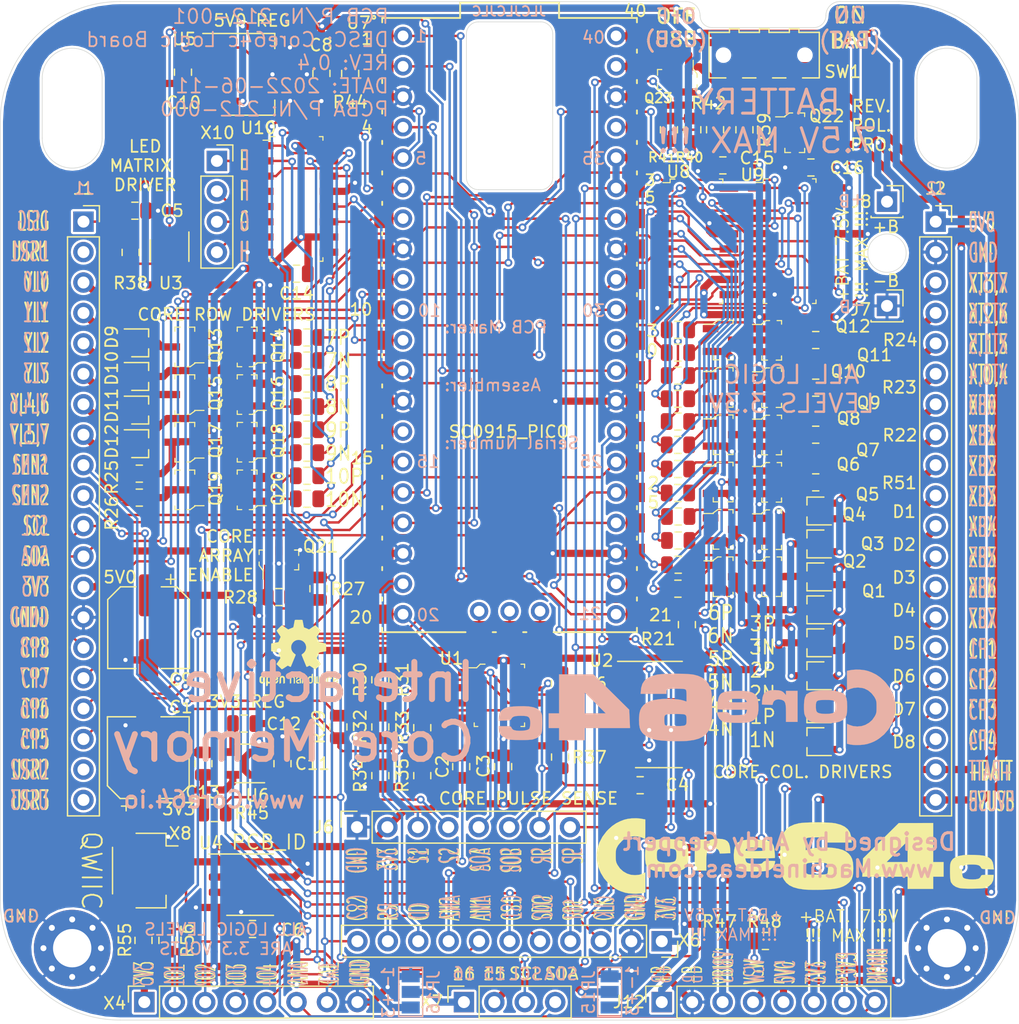
<source format=kicad_pcb>
(kicad_pcb (version 20171130) (host pcbnew "(5.1.2-1)-1")
  (title_block (title "Core 64 - PCB Layout") (date 2020-03-20) (rev 0.3) (company "Andy Geppert - Machine Ideas, LLC"))
  (layers (0 F.Cu signal) (31 B.Cu signal hide) (34 B.Paste user hide) (35 F.Paste user hide) (36 B.SilkS user) (37 F.SilkS user) (38 B.Mask user hide) (39 F.Mask user hide) (44 Edge.Cuts user))
  (net 0 "")
  (net 1 "Net-(D2-Pad3)")
  (net 2 -BATT)
  (net 3 XB7)
  (net 4 XB4)
  (net 5 XB6)
  (net 6 XB5)
  (net 7 XB1)
  (net 8 XB2)
  (net 9 XB3)
  (net 10 I2C_DATA)
  (net 11 I2C_CLOCK)
  (net 12 GNDPWR)
  (net 13 "Net-(Q5-Pad1)")
  (net 14 Q2P)
  (net 15 "Net-(Q6-Pad1)")
  (net 16 "Net-(Q7-Pad1)")
  (net 17 "Net-(Q9-Pad1)")
  (net 18 "Net-(Q10-Pad1)")
  (net 19 "Net-(Q11-Pad1)")
  (net 20 "Net-(Q12-Pad1)")
  (net 21 "Net-(Q13-Pad1)")
  (net 22 Q3P)
  (net 23 Q3N)
  (net 24 Q4P)
  (net 25 Q4N)
  (net 26 Q5P)
  (net 27 Q5N)
  (net 28 Q6P)
  (net 29 Q6N)
  (net 30 YL5)
  (net 31 YL4)
  (net 32 YL3)
  (net 33 YL2)
  (net 34 YL1)
  (net 35 SENSE1)
  (net 36 SENSE2)
  (net 37 "Net-(Q14-Pad1)")
  (net 38 "Net-(Q15-Pad1)")
  (net 39 "Net-(Q16-Pad1)")
  (net 40 "Net-(Q17-Pad1)")
  (net 41 "Net-(Q18-Pad1)")
  (net 42 "Net-(Q19-Pad1)")
  (net 43 "Net-(Q20-Pad1)")
  (net 44 Q10P)
  (net 45 Q10N)
  (net 46 Q9P)
  (net 47 Q9N)
  (net 48 Q7P)
  (net 49 Q7N)
  (net 50 Q8P)
  (net 51 Q8N)
  (net 52 SENSE_PULSE)
  (net 53 "Net-(D10-Pad3)")
  (net 54 "Net-(D11-Pad3)")
  (net 55 "Net-(D12-Pad3)")
  (net 56 +BATT)
  (net 57 SENSE_RESET)
  (net 58 SENSE_OUT_A)
  (net 59 SENSE_OUT_B)
  (net 60 +VSW)
  (net 61 "Net-(D1-Pad3)")
  (net 62 "Net-(D5-Pad3)")
  (net 63 5V0)
  (net 64 3V3)
  (net 65 CP5_EN)
  (net 66 CP6_EN)
  (net 67 CP7_EN)
  (net 68 CP8_EN)
  (net 69 CP4_EN)
  (net 70 CP3_EN)
  (net 71 CP2_EN)
  (net 72 CP1_EN)
  (net 73 XT0,4)
  (net 74 XT1,5)
  (net 75 XT2,6)
  (net 76 XT3,7)
  (net 77 Q1N)
  (net 78 "Net-(Q4-Pad1)")
  (net 79 "Net-(Q21-Pad1)")
  (net 80 BAT_MON)
  (net 81 "Net-(Q1-Pad1)")
  (net 82 LED_MATRIX_5V0_SIG)
  (net 83 LED_MATRIX_3V3_SIG)
  (net 84 "Net-(Q22-Pad1)")
  (net 85 XB0)
  (net 86 YL0)
  (net 87 PICO_VSYS)
  (net 88 Q1P)
  (net 89 Q2N)
  (net 90 3V3_MON)
  (net 91 PICO_3V3OUT)
  (net 92 SPARE_ADC2)
  (net 93 PICO_VBUS)
  (net 94 "Net-(Q8-Pad1)")
  (net 95 "Net-(Q3-Pad1)")
  (net 96 CORE_ARRAY_ENABLE)
  (net 97 SR_SER)
  (net 98 SR_CLK)
  (net 99 SPI_CS1)
  (net 100 SR_LAT)
  (net 101 SPI_CD)
  (net 102 SPI_RESET)
  (net 103 SPI_SDI)
  (net 104 SPI_CLK)
  (net 105 SPI_SDO)
  (net 106 "Net-(Q5-Pad3)")
  (net 107 "Net-(Q10-Pad3)")
  (net 108 "Net-(J1-Pad2)")
  (net 109 "Net-(J1-Pad19)")
  (net 110 "Net-(J1-Pad20)")
  (net 111 "Net-(C12-Pad1)")
  (net 112 "Net-(D6-Pad3)")
  (net 113 "Net-(D9-Pad3)")
  (net 114 "Net-(JP15-Pad2)")
  (net 115 "Net-(JP16-Pad2)")
  (net 116 "Net-(Q2-Pad1)")
  (net 117 "Net-(Q7-Pad3)")
  (net 118 "Net-(Q11-Pad3)")
  (net 119 "Net-(Q17-Pad3)")
  (net 120 "Net-(Q19-Pad3)")
  (net 121 "Net-(Q22-Pad3)")
  (net 122 "Net-(R30-Pad2)")
  (net 123 "Net-(R31-Pad2)")
  (net 124 "Net-(R38-Pad2)")
  (net 125 "Net-(R40-Pad1)")
  (net 126 "Net-(R44-Pad2)")
  (net 127 "Net-(U2-Pad13)")
  (net 128 "Net-(U2-Pad12)")
  (net 129 "Net-(U2-Pad1)")
  (net 130 "Net-(U5-Pad2)")
  (net 131 "Net-(U7-PadD1)")
  (net 132 "Net-(U7-PadD2)")
  (net 133 "Net-(U7-PadD3)")
  (net 134 "Net-(U7-Pad37)")
  (net 135 "Net-(U7-Pad30)")
  (net 136 "Net-(U8-Pad9)")
  (net 137 "Net-(U10-Pad14)")
  (net 138 "Net-(U10-Pad9)")
  (net 139 "Net-(U10-Pad7)")
  (net 140 "Net-(U10-Pad6)")
  (net 141 "Net-(U10-Pad5)")
  (net 142 "Net-(U10-Pad4)")
  (module Connector_PinSocket_2.54mm:PinSocket_1x01_P2.54mm_Vertical (layer F.Cu) (at 31.5 -17.1)
    (fp_text reference J7 (at -2.2 0.3) (layer F.SilkS))
    (fp_text value "ALT. BATT-")
    (pad 1 thru_hole rect (at 0 0) (size 1.7 1.7) (drill 1) (layers *.Cu *.Mask) (net 2 -BATT))
  )
  (module Connector_PinSocket_2.54mm:PinSocket_1x01_P2.54mm_Vertical (layer F.Cu) (at 31.5 -25.8)
    (fp_text reference J8 (at -2.1376 0) (layer F.SilkS))
    (fp_text value "ALT. BATT+")
    (pad 1 thru_hole rect (at 0 0) (size 1.7 1.7) (drill 1) (layers *.Cu *.Mask) (net 56 +BATT))
  )
  (module Raspberry_Pico_SC0915:Pico_SC0915_THRUHOLE_CUTOUTS (layer F.Cu) (at 0 -15.5)
    (fp_text reference U7 (at -12.6 -25.225) (layer F.SilkS))
    (fp_text value SC0915_PICO (at -0.05 8.9) (layer F.SilkS))
    (pad D1 thru_hole circle (at -2.54 23.876) (size 1.524 1.524) (drill 0.9) (layers *.Cu *.Mask) (net 131 "Net-(U7-PadD1)"))
    (pad D2 thru_hole circle (at 0 23.876) (size 1.524 1.524) (drill 0.9) (layers *.Cu *.Mask) (net 132 "Net-(U7-PadD2)"))
    (pad D3 thru_hole circle (at 2.54 23.876) (size 1.524 1.524) (drill 0.9) (layers *.Cu *.Mask) (net 133 "Net-(U7-PadD3)"))
    (pad 40 thru_hole circle (at 8.89 -24.13) (size 1.524 1.524) (drill 0.9) (layers *.Cu *.Mask) (net 93 PICO_VBUS))
    (pad 39 thru_hole circle (at 8.89 -21.59) (size 1.524 1.524) (drill 0.9) (layers *.Cu *.Mask) (net 87 PICO_VSYS))
    (pad 38 thru_hole circle (at 8.89 -19.05) (size 1.524 1.524) (drill 0.9) (layers *.Cu *.Mask) (net 2 -BATT))
    (pad 37 thru_hole circle (at 8.89 -16.51) (size 1.524 1.524) (drill 0.9) (layers *.Cu *.Mask) (net 134 "Net-(U7-Pad37)"))
    (pad 26 thru_hole circle (at 8.89 11.43) (size 1.524 1.524) (drill 0.9) (layers *.Cu *.Mask) (net 96 CORE_ARRAY_ENABLE))
    (pad 25 thru_hole circle (at 8.89 13.97) (size 1.524 1.524) (drill 0.9) (layers *.Cu *.Mask) (net 105 SPI_SDO))
    (pad 24 thru_hole circle (at 8.89 16.51) (size 1.524 1.524) (drill 0.9) (layers *.Cu *.Mask) (net 104 SPI_CLK))
    (pad 21 thru_hole circle (at 8.89 24.13) (size 1.524 1.524) (drill 0.9) (layers *.Cu *.Mask) (net 103 SPI_SDI))
    (pad 22 thru_hole circle (at 8.89 21.59) (size 1.524 1.524) (drill 0.9) (layers *.Cu *.Mask) (net 99 SPI_CS1))
    (pad 28 thru_hole circle (at 8.89 6.35) (size 1.524 1.524) (drill 0.9) (layers *.Cu *.Mask) (net 2 -BATT))
    (pad 29 thru_hole circle (at 8.89 3.81) (size 1.524 1.524) (drill 0.9) (layers *.Cu *.Mask) (net 83 LED_MATRIX_3V3_SIG))
    (pad 30 thru_hole circle (at 8.89 1.27) (size 1.524 1.524) (drill 0.9) (layers *.Cu *.Mask) (net 135 "Net-(U7-Pad30)"))
    (pad 31 thru_hole circle (at 8.89 -1.27) (size 1.524 1.524) (drill 0.9) (layers *.Cu *.Mask) (net 80 BAT_MON))
    (pad 32 thru_hole circle (at 8.89 -3.81) (size 1.524 1.524) (drill 0.9) (layers *.Cu *.Mask) (net 90 3V3_MON))
    (pad 36 thru_hole circle (at 8.89 -13.97) (size 1.524 1.524) (drill 0.9) (layers *.Cu *.Mask) (net 91 PICO_3V3OUT))
    (pad 23 thru_hole circle (at 8.89 19.05) (size 1.524 1.524) (drill 0.9) (layers *.Cu *.Mask) (net 2 -BATT))
    (pad 35 thru_hole circle (at 8.89 -11.43) (size 1.524 1.524) (drill 0.9) (layers *.Cu *.Mask) (net 91 PICO_3V3OUT))
    (pad 34 thru_hole circle (at 8.89 -8.89) (size 1.524 1.524) (drill 0.9) (layers *.Cu *.Mask) (net 92 SPARE_ADC2))
    (pad 27 thru_hole circle (at 8.89 8.89) (size 1.524 1.524) (drill 0.9) (layers *.Cu *.Mask) (net 52 SENSE_PULSE))
    (pad 33 thru_hole circle (at 8.89 -6.35) (size 1.524 1.524) (drill 0.9) (layers *.Cu *.Mask) (net 2 -BATT))
    (pad 19 thru_hole circle (at -8.89 21.59) (size 1.524 1.524) (drill 0.9) (layers *.Cu *.Mask) (net 101 SPI_CD))
    (pad 20 thru_hole circle (at -8.89 24.13) (size 1.524 1.524) (drill 0.9) (layers *.Cu *.Mask) (net 102 SPI_RESET))
    (pad 17 thru_hole circle (at -8.89 16.51) (size 1.524 1.524) (drill 0.9) (layers *.Cu *.Mask) (net 98 SR_CLK))
    (pad 18 thru_hole circle (at -8.89 19.05) (size 1.524 1.524) (drill 0.9) (layers *.Cu *.Mask) (net 2 -BATT))
    (pad 9 thru_hole circle (at -8.89 -3.81) (size 1.524 1.524) (drill 0.9) (layers *.Cu *.Mask) (net 66 CP6_EN))
    (pad 10 thru_hole circle (at -8.89 -1.27) (size 1.524 1.524) (drill 0.9) (layers *.Cu *.Mask) (net 67 CP7_EN))
    (pad 11 thru_hole circle (at -8.89 1.27) (size 1.524 1.524) (drill 0.9) (layers *.Cu *.Mask) (net 68 CP8_EN))
    (pad 12 thru_hole circle (at -8.89 3.81) (size 1.524 1.524) (drill 0.9) (layers *.Cu *.Mask) (net 100 SR_LAT))
    (pad 13 thru_hole circle (at -8.89 6.35) (size 1.524 1.524) (drill 0.9) (layers *.Cu *.Mask) (net 2 -BATT))
    (pad 14 thru_hole circle (at -8.89 8.89) (size 1.524 1.524) (drill 0.9) (layers *.Cu *.Mask) (net 10 I2C_DATA))
    (pad 15 thru_hole circle (at -8.89 11.43) (size 1.524 1.524) (drill 0.9) (layers *.Cu *.Mask) (net 11 I2C_CLOCK))
    (pad 16 thru_hole circle (at -8.89 13.97) (size 1.524 1.524) (drill 0.9) (layers *.Cu *.Mask) (net 97 SR_SER))
    (pad 5 thru_hole circle (at -8.89 -13.97) (size 1.524 1.524) (drill 0.9) (layers *.Cu *.Mask) (net 70 CP3_EN))
    (pad 6 thru_hole circle (at -8.89 -11.43) (size 1.524 1.524) (drill 0.9) (layers *.Cu *.Mask) (net 69 CP4_EN))
    (pad 7 thru_hole circle (at -8.89 -8.89) (size 1.524 1.524) (drill 0.9) (layers *.Cu *.Mask) (net 65 CP5_EN))
    (pad 8 thru_hole circle (at -8.89 -6.35) (size 1.524 1.524) (drill 0.9) (layers *.Cu *.Mask) (net 2 -BATT))
    (pad 4 thru_hole circle (at -8.89 -16.51) (size 1.524 1.524) (drill 0.9) (layers *.Cu *.Mask) (net 71 CP2_EN))
    (pad 3 thru_hole circle (at -8.89 -19.05) (size 1.524 1.524) (drill 0.9) (layers *.Cu *.Mask) (net 2 -BATT))
    (pad 2 thru_hole circle (at -8.89 -21.59) (size 1.524 1.524) (drill 0.9) (layers *.Cu *.Mask) (net 72 CP1_EN))
    (pad 1 thru_hole circle (at -8.89 -24.13) (size 1.524 1.524) (drill 0.9) (layers *.Cu *.Mask) (net 57 SENSE_RESET))
    (pad D3 smd rect (at 2.54 25.49896 90) (size 1.6 1.6002) (layers F.Cu F.Paste F.Mask) (net 133 "Net-(U7-PadD3)"))
    (pad D1 smd rect (at -2.54 25.49896 90) (size 1.6 1.6002) (layers F.Cu F.Paste F.Mask) (net 131 "Net-(U7-PadD1)"))
    (pad D2 smd rect (at 0 25.49896 90) (size 1.6 1.6002) (layers F.Cu F.Paste F.Mask) (net 132 "Net-(U7-PadD2)"))
    (pad 40 smd rect (at 10.4901 -24.13) (size 1.6 1.6002) (layers F.Cu F.Paste F.Mask) (net 93 PICO_VBUS))
    (pad 39 smd rect (at 10.4901 -21.59) (size 1.6 1.6002) (layers F.Cu F.Paste F.Mask) (net 87 PICO_VSYS))
    (pad 38 smd rect (at 10.4901 -19.05) (size 1.6 1.6002) (layers F.Cu F.Paste F.Mask) (net 2 -BATT))
    (pad 37 smd rect (at 10.4901 -16.51) (size 1.6 1.6002) (layers F.Cu F.Paste F.Mask) (net 134 "Net-(U7-Pad37)"))
    (pad 36 smd rect (at 10.4901 -13.97) (size 1.6 1.6002) (layers F.Cu F.Paste F.Mask) (net 91 PICO_3V3OUT))
    (pad 35 smd rect (at 10.4901 -11.43) (size 1.6 1.6002) (layers F.Cu F.Paste F.Mask) (net 91 PICO_3V3OUT))
    (pad 34 smd rect (at 10.4901 -8.89) (size 1.6 1.6002) (layers F.Cu F.Paste F.Mask) (net 92 SPARE_ADC2))
    (pad 33 smd rect (at 10.4901 -6.35) (size 1.6 1.6002) (layers F.Cu F.Paste F.Mask) (net 2 -BATT))
    (pad 32 smd rect (at 10.4901 -3.81) (size 1.6 1.6002) (layers F.Cu F.Paste F.Mask) (net 90 3V3_MON))
    (pad 31 smd rect (at 10.4901 -1.27) (size 1.6 1.6002) (layers F.Cu F.Paste F.Mask) (net 80 BAT_MON))
    (pad 30 smd rect (at 10.4901 1.27) (size 1.6 1.6002) (layers F.Cu F.Paste F.Mask) (net 135 "Net-(U7-Pad30)"))
    (pad 29 smd rect (at 10.4901 3.81) (size 1.6 1.6002) (layers F.Cu F.Paste F.Mask) (net 83 LED_MATRIX_3V3_SIG))
    (pad 28 smd rect (at 10.4901 6.35) (size 1.6 1.6002) (layers F.Cu F.Paste F.Mask) (net 2 -BATT))
    (pad 27 smd rect (at 10.4901 8.89) (size 1.6 1.6002) (layers F.Cu F.Paste F.Mask) (net 52 SENSE_PULSE))
    (pad 26 smd rect (at 10.4901 11.43) (size 1.6 1.6002) (layers F.Cu F.Paste F.Mask) (net 96 CORE_ARRAY_ENABLE))
    (pad 25 smd rect (at 10.4901 13.97) (size 1.6 1.6002) (layers F.Cu F.Paste F.Mask) (net 105 SPI_SDO))
    (pad 24 smd rect (at 10.4901 16.51) (size 1.6 1.6002) (layers F.Cu F.Paste F.Mask) (net 104 SPI_CLK))
    (pad 23 smd rect (at 10.4901 19.05) (size 1.6 1.6002) (layers F.Cu F.Paste F.Mask) (net 2 -BATT))
    (pad 22 smd rect (at 10.4901 21.59) (size 1.6 1.6002) (layers F.Cu F.Paste F.Mask) (net 99 SPI_CS1))
    (pad 21 smd rect (at 10.4901 24.13) (size 1.6 1.6002) (layers F.Cu F.Paste F.Mask) (net 103 SPI_SDI))
    (pad 20 smd rect (at -10.4901 24.13) (size 1.6 1.6002) (layers F.Cu F.Paste F.Mask) (net 102 SPI_RESET))
    (pad 19 smd rect (at -10.4901 21.59) (size 1.6 1.6002) (layers F.Cu F.Paste F.Mask) (net 101 SPI_CD))
    (pad 18 smd rect (at -10.4901 19.05) (size 1.6 1.6002) (layers F.Cu F.Paste F.Mask) (net 2 -BATT))
    (pad 17 smd rect (at -10.4901 16.51) (size 1.6 1.6002) (layers F.Cu F.Paste F.Mask) (net 98 SR_CLK))
    (pad 16 smd rect (at -10.4901 13.97) (size 1.6 1.6002) (layers F.Cu F.Paste F.Mask) (net 97 SR_SER))
    (pad 15 smd rect (at -10.4901 11.43) (size 1.6 1.6002) (layers F.Cu F.Paste F.Mask) (net 11 I2C_CLOCK))
    (pad 14 smd rect (at -10.4901 8.89) (size 1.6 1.6002) (layers F.Cu F.Paste F.Mask) (net 10 I2C_DATA))
    (pad 13 smd rect (at -10.4901 6.35) (size 1.6 1.6002) (layers F.Cu F.Paste F.Mask) (net 2 -BATT))
    (pad 12 smd rect (at -10.4901 3.81) (size 1.6 1.6002) (layers F.Cu F.Paste F.Mask) (net 100 SR_LAT))
    (pad 11 smd rect (at -10.4901 1.27) (size 1.6 1.6002) (layers F.Cu F.Paste F.Mask) (net 68 CP8_EN))
    (pad 10 smd rect (at -10.4901 -1.27) (size 1.6 1.6002) (layers F.Cu F.Paste F.Mask) (net 67 CP7_EN))
    (pad 9 smd rect (at -10.4901 -3.81) (size 1.6 1.6002) (layers F.Cu F.Paste F.Mask) (net 66 CP6_EN))
    (pad 8 smd rect (at -10.4901 -6.35) (size 1.6 1.6002) (layers F.Cu F.Paste F.Mask) (net 2 -BATT))
    (pad 7 smd rect (at -10.4901 -8.89) (size 1.6 1.6002) (layers F.Cu F.Paste F.Mask) (net 65 CP5_EN))
    (pad 6 smd rect (at -10.4901 -11.43) (size 1.6 1.6002) (layers F.Cu F.Paste F.Mask) (net 69 CP4_EN))
    (pad 5 smd rect (at -10.4901 -13.97) (size 1.6 1.6002) (layers F.Cu F.Paste F.Mask) (net 70 CP3_EN))
    (pad 4 smd rect (at -10.4901 -16.51) (size 1.6 1.6002) (layers F.Cu F.Paste F.Mask) (net 71 CP2_EN))
    (pad 3 smd rect (at -10.4901 -19.05) (size 1.6 1.6002) (layers F.Cu F.Paste F.Mask) (net 2 -BATT))
    (pad 2 smd rect (at -10.4901 -21.59) (size 1.6 1.6002) (layers F.Cu F.Paste F.Mask) (net 72 CP1_EN))
    (pad 1 smd rect (at -10.4901 -24.13) (size 1.6 1.6002) (layers F.Cu F.Paste F.Mask) (net 57 SENSE_RESET))
  )
  (module Connector_PinSocket_2.54mm:PinSocket_1x04_P2.54mm_Vertical (layer F.Cu) (at -24.425 -29.2)
    (fp_text reference X10 (at 0.05 -2.35) (layer F.SilkS))
    (fp_text value HEADER_4-PIN_0.1)
    (pad 4 thru_hole oval (at 0 7.62) (size 1.7 1.7) (drill 1) (layers *.Cu *.Mask) (net 139 "Net-(U10-Pad7)"))
    (pad 3 thru_hole oval (at 0 5.08) (size 1.7 1.7) (drill 1) (layers *.Cu *.Mask) (net 140 "Net-(U10-Pad6)"))
    (pad 2 thru_hole oval (at 0 2.54) (size 1.7 1.7) (drill 1) (layers *.Cu *.Mask) (net 141 "Net-(U10-Pad5)"))
    (pad 1 thru_hole rect (at 0 0) (size 1.7 1.7) (drill 1) (layers *.Cu *.Mask) (net 142 "Net-(U10-Pad4)"))
  )
  (module Digikey:SOIC-16_W3.90mm (layer F.Cu) (at 23.375 -22.5 270)
    (fp_text reference U9 (at -5.5416 3.1058 180) (layer F.SilkS))
    (fp_text value 74HC595D)
    (pad 16 smd rect (at -4.445 -2.7 270) (size 0.6 1.55) (layers F.Cu F.Paste F.Mask) (net 64 3V3))
    (pad 15 smd rect (at -3.175 -2.7 270) (size 0.6 1.55) (layers F.Cu F.Paste F.Mask) (net 27 Q5N))
    (pad 14 smd rect (at -1.905 -2.7 270) (size 0.6 1.55) (layers F.Cu F.Paste F.Mask) (net 136 "Net-(U8-Pad9)"))
    (pad 13 smd rect (at -0.635 -2.7 270) (size 0.6 1.55) (layers F.Cu F.Paste F.Mask) (net 2 -BATT))
    (pad 12 smd rect (at 0.635 -2.7 270) (size 0.6 1.55) (layers F.Cu F.Paste F.Mask) (net 100 SR_LAT))
    (pad 11 smd rect (at 1.905 -2.7 270) (size 0.6 1.55) (layers F.Cu F.Paste F.Mask) (net 98 SR_CLK))
    (pad 10 smd rect (at 3.175 -2.7 270) (size 0.6 1.55) (layers F.Cu F.Paste F.Mask) (net 64 3V3))
    (pad 9 smd rect (at 4.445 -2.7 270) (size 0.6 1.55) (layers F.Cu F.Paste F.Mask) (net 137 "Net-(U10-Pad14)"))
    (pad 8 smd rect (at 4.445 2.7 270) (size 0.6 1.55) (layers F.Cu F.Paste F.Mask) (net 2 -BATT))
    (pad 7 smd rect (at 3.175 2.7 270) (size 0.6 1.55) (layers F.Cu F.Paste F.Mask) (net 50 Q8P))
    (pad 6 smd rect (at 1.905 2.7 270) (size 0.6 1.55) (layers F.Cu F.Paste F.Mask) (net 51 Q8N))
    (pad 5 smd rect (at 0.635 2.7 270) (size 0.6 1.55) (layers F.Cu F.Paste F.Mask) (net 48 Q7P))
    (pad 4 smd rect (at -0.635 2.7 270) (size 0.6 1.55) (layers F.Cu F.Paste F.Mask) (net 49 Q7N))
    (pad 3 smd rect (at -1.905 2.7 270) (size 0.6 1.55) (layers F.Cu F.Paste F.Mask) (net 28 Q6P))
    (pad 2 smd rect (at -3.175 2.7 270) (size 0.6 1.55) (layers F.Cu F.Paste F.Mask) (net 29 Q6N))
    (pad 1 smd rect (at -4.445 2.7 270) (size 0.6 1.55) (layers F.Cu F.Paste F.Mask) (net 26 Q5P))
  )
  (module Digikey:SOIC-16_W3.90mm (layer F.Cu) (at -17.775 -26.025 270)
    (fp_text reference U10 (at -5.9282 3.18 180) (layer F.SilkS))
    (fp_text value 74HC595D)
    (pad 16 smd rect (at -4.445 -2.7 270) (size 0.6 1.55) (layers F.Cu F.Paste F.Mask) (net 64 3V3))
    (pad 15 smd rect (at -3.175 -2.7 270) (size 0.6 1.55) (layers F.Cu F.Paste F.Mask) (net 47 Q9N))
    (pad 14 smd rect (at -1.905 -2.7 270) (size 0.6 1.55) (layers F.Cu F.Paste F.Mask) (net 137 "Net-(U10-Pad14)"))
    (pad 13 smd rect (at -0.635 -2.7 270) (size 0.6 1.55) (layers F.Cu F.Paste F.Mask) (net 2 -BATT))
    (pad 12 smd rect (at 0.635 -2.7 270) (size 0.6 1.55) (layers F.Cu F.Paste F.Mask) (net 100 SR_LAT))
    (pad 11 smd rect (at 1.905 -2.7 270) (size 0.6 1.55) (layers F.Cu F.Paste F.Mask) (net 98 SR_CLK))
    (pad 10 smd rect (at 3.175 -2.7 270) (size 0.6 1.55) (layers F.Cu F.Paste F.Mask) (net 64 3V3))
    (pad 9 smd rect (at 4.445 -2.7 270) (size 0.6 1.55) (layers F.Cu F.Paste F.Mask) (net 138 "Net-(U10-Pad9)"))
    (pad 8 smd rect (at 4.445 2.7 270) (size 0.6 1.55) (layers F.Cu F.Paste F.Mask) (net 2 -BATT))
    (pad 7 smd rect (at 3.175 2.7 270) (size 0.6 1.55) (layers F.Cu F.Paste F.Mask) (net 139 "Net-(U10-Pad7)"))
    (pad 6 smd rect (at 1.905 2.7 270) (size 0.6 1.55) (layers F.Cu F.Paste F.Mask) (net 140 "Net-(U10-Pad6)"))
    (pad 5 smd rect (at 0.635 2.7 270) (size 0.6 1.55) (layers F.Cu F.Paste F.Mask) (net 141 "Net-(U10-Pad5)"))
    (pad 4 smd rect (at -0.635 2.7 270) (size 0.6 1.55) (layers F.Cu F.Paste F.Mask) (net 142 "Net-(U10-Pad4)"))
    (pad 3 smd rect (at -1.905 2.7 270) (size 0.6 1.55) (layers F.Cu F.Paste F.Mask) (net 44 Q10P))
    (pad 2 smd rect (at -3.175 2.7 270) (size 0.6 1.55) (layers F.Cu F.Paste F.Mask) (net 45 Q10N))
    (pad 1 smd rect (at -4.445 2.7 270) (size 0.6 1.55) (layers F.Cu F.Paste F.Mask) (net 46 Q9P))
  )
  (module Digikey:SOIC-16_W3.90mm (layer F.Cu) (at 15.6 -22.485 270)
    (fp_text reference U8 (at -5.815 1.5 180) (layer F.SilkS))
    (fp_text value 74HC595D)
    (pad 16 smd rect (at -4.445 -2.7 270) (size 0.6 1.55) (layers F.Cu F.Paste F.Mask) (net 64 3V3))
    (pad 15 smd rect (at -3.175 -2.7 270) (size 0.6 1.55) (layers F.Cu F.Paste F.Mask) (net 77 Q1N))
    (pad 14 smd rect (at -1.905 -2.7 270) (size 0.6 1.55) (layers F.Cu F.Paste F.Mask) (net 97 SR_SER))
    (pad 13 smd rect (at -0.635 -2.7 270) (size 0.6 1.55) (layers F.Cu F.Paste F.Mask) (net 2 -BATT))
    (pad 12 smd rect (at 0.635 -2.7 270) (size 0.6 1.55) (layers F.Cu F.Paste F.Mask) (net 100 SR_LAT))
    (pad 11 smd rect (at 1.905 -2.7 270) (size 0.6 1.55) (layers F.Cu F.Paste F.Mask) (net 98 SR_CLK))
    (pad 10 smd rect (at 3.175 -2.7 270) (size 0.6 1.55) (layers F.Cu F.Paste F.Mask) (net 64 3V3))
    (pad 9 smd rect (at 4.445 -2.7 270) (size 0.6 1.55) (layers F.Cu F.Paste F.Mask) (net 136 "Net-(U8-Pad9)"))
    (pad 8 smd rect (at 4.445 2.7 270) (size 0.6 1.55) (layers F.Cu F.Paste F.Mask) (net 2 -BATT))
    (pad 7 smd rect (at 3.175 2.7 270) (size 0.6 1.55) (layers F.Cu F.Paste F.Mask) (net 24 Q4P))
    (pad 6 smd rect (at 1.905 2.7 270) (size 0.6 1.55) (layers F.Cu F.Paste F.Mask) (net 25 Q4N))
    (pad 5 smd rect (at 0.635 2.7 270) (size 0.6 1.55) (layers F.Cu F.Paste F.Mask) (net 22 Q3P))
    (pad 4 smd rect (at -0.635 2.7 270) (size 0.6 1.55) (layers F.Cu F.Paste F.Mask) (net 23 Q3N))
    (pad 3 smd rect (at -1.905 2.7 270) (size 0.6 1.55) (layers F.Cu F.Paste F.Mask) (net 14 Q2P))
    (pad 2 smd rect (at -3.175 2.7 270) (size 0.6 1.55) (layers F.Cu F.Paste F.Mask) (net 89 Q2N))
    (pad 1 smd rect (at -4.445 2.7 270) (size 0.6 1.55) (layers F.Cu F.Paste F.Mask) (net 88 Q1P))
  )
  (module Capacitor_SMD:C_0805_2012Metric (layer F.Cu) (at 25.15 -28.65 180)
    (fp_text reference C16 (at -3.0186 -0.0242) (layer F.SilkS))
    (fp_text value 0.1uF)
    (pad 2 smd roundrect (at 0.9375 0 180) (size 0.975 1.4) (layers F.Cu F.Paste F.Mask) (net 2 -BATT))
    (pad 1 smd roundrect (at -0.9375 0 180) (size 0.975 1.4) (layers F.Cu F.Paste F.Mask) (net 64 3V3))
  )
  (module Capacitor_SMD:C_0805_2012Metric (layer F.Cu) (at 17.8 -28.825 180)
    (fp_text reference C15 (at -2.8502 0.6136) (layer F.SilkS))
    (fp_text value 0.1uF)
    (pad 2 smd roundrect (at 0.9375 0 180) (size 0.975 1.4) (layers F.Cu F.Paste F.Mask) (net 2 -BATT))
    (pad 1 smd roundrect (at -0.9375 0 180) (size 0.975 1.4) (layers F.Cu F.Paste F.Mask) (net 64 3V3))
  )
  (module Capacitor_SMD:C_0805_2012Metric (layer F.Cu) (at -17.78 -19.7866 180)
    (fp_text reference C14 (at 0 -1.65) (layer F.SilkS))
    (fp_text value 0.1uF)
    (pad 2 smd roundrect (at 0.9375 0 180) (size 0.975 1.4) (layers F.Cu F.Paste F.Mask) (net 2 -BATT))
    (pad 1 smd roundrect (at -0.9375 0 180) (size 0.975 1.4) (layers F.Cu F.Paste F.Mask) (net 64 3V3))
  )
  (module Connector_PinSocket_2.54mm:PinSocket_1x08_P2.54mm_Vertical (layer F.Cu) (at -12.735 26.4 90)
    (fp_text reference J6 (at 0 -2.77 180) (layer F.SilkS))
    (fp_text value "SENSE DEBUG")
    (pad 8 thru_hole oval (at 0 17.78 90) (size 1.7 1.7) (drill 1) (layers *.Cu *.Mask) (net 52 SENSE_PULSE))
    (pad 7 thru_hole oval (at 0 15.24 90) (size 1.7 1.7) (drill 1) (layers *.Cu *.Mask) (net 57 SENSE_RESET))
    (pad 6 thru_hole oval (at 0 12.7 90) (size 1.7 1.7) (drill 1) (layers *.Cu *.Mask) (net 59 SENSE_OUT_B))
    (pad 5 thru_hole oval (at 0 10.16 90) (size 1.7 1.7) (drill 1) (layers *.Cu *.Mask) (net 58 SENSE_OUT_A))
    (pad 4 thru_hole oval (at 0 7.62 90) (size 1.7 1.7) (drill 1) (layers *.Cu *.Mask) (net 36 SENSE2))
    (pad 3 thru_hole oval (at 0 5.08 90) (size 1.7 1.7) (drill 1) (layers *.Cu *.Mask) (net 35 SENSE1))
    (pad 2 thru_hole oval (at 0 2.54 90) (size 1.7 1.7) (drill 1) (layers *.Cu *.Mask) (net 64 3V3))
    (pad 1 thru_hole rect (at 0 0 90) (size 1.7 1.7) (drill 1) (layers *.Cu *.Mask) (net 2 -BATT))
  )
  (module Connector_PinSocket_2.54mm:PinSocket_1x04_P2.54mm_Vertical (layer F.Cu) (at -3.81 41 90)
    (fp_text reference X7 (at 0.0298 -2.6924 180) (layer F.SilkS))
    (fp_text value HEADER_4-PIN_0.1)
    (pad 4 thru_hole oval (at 0 7.62 90) (size 1.7 1.7) (drill 1) (layers *.Cu *.Mask) (net 10 I2C_DATA))
    (pad 3 thru_hole oval (at 0 5.08 90) (size 1.7 1.7) (drill 1) (layers *.Cu *.Mask) (net 11 I2C_CLOCK))
    (pad 2 thru_hole oval (at 0 2.54 90) (size 1.7 1.7) (drill 1) (layers *.Cu *.Mask) (net 114 "Net-(JP15-Pad2)"))
    (pad 1 thru_hole rect (at 0 0 90) (size 1.7 1.7) (drill 1) (layers *.Cu *.Mask) (net 115 "Net-(JP16-Pad2)"))
  )
  (module Button_Switch_SMD:SW_SPDT_CK-JS102011SAQN_Core64_Recessed (layer F.Cu) (at 21.25 -38.025 180)
    (fp_text reference SW1 (at -6.55 -1.385) (layer F.SilkS))
    (fp_text value JS102011SAQN)
    (pad "" np_thru_hole circle (at 3.4 0 180) (size 0.9 0.9) (drill 0.9) (layers *.Cu *.Mask))
    (pad "" np_thru_hole circle (at -3.4 0 180) (size 0.9 0.9) (drill 0.9) (layers *.Cu *.Mask))
    (pad 3 smd rect (at 2.5 -2.75 180) (size 1.25 2.5) (layers F.Cu F.Paste F.Mask) (net 93 PICO_VBUS))
    (pad 2 smd rect (at 0 -2.75 180) (size 1.25 2.5) (layers F.Cu F.Paste F.Mask) (net 121 "Net-(Q22-Pad3)"))
    (pad 1 smd rect (at -2.5 -2.75 180) (size 1.25 2.5) (layers F.Cu F.Paste F.Mask) (net 56 +BATT))
  )
  (module Connector_PinSocket_2.54mm:PinSocket_1x08_P2.54mm_Vertical (layer F.Cu) (at -30.48 41 90)
    (fp_text reference X4 (at -0.1 -2.47 180) (layer F.SilkS))
    (fp_text value HEADER_8-PIN_0.1)
    (pad 8 thru_hole oval (at 0 17.78 90) (size 1.7 1.7) (drill 1) (layers *.Cu *.Mask) (net 2 -BATT))
    (pad 7 thru_hole oval (at 0 15.24 90) (size 1.7 1.7) (drill 1) (layers *.Cu *.Mask) (net 96 CORE_ARRAY_ENABLE))
    (pad 6 thru_hole oval (at 0 12.7 90) (size 1.7 1.7) (drill 1) (layers *.Cu *.Mask) (net 80 BAT_MON))
    (pad 5 thru_hole oval (at 0 10.16 90) (size 1.7 1.7) (drill 1) (layers *.Cu *.Mask) (net 69 CP4_EN))
    (pad 4 thru_hole oval (at 0 7.62 90) (size 1.7 1.7) (drill 1) (layers *.Cu *.Mask) (net 70 CP3_EN))
    (pad 3 thru_hole oval (at 0 5.08 90) (size 1.7 1.7) (drill 1) (layers *.Cu *.Mask) (net 71 CP2_EN))
    (pad 2 thru_hole oval (at 0 2.54 90) (size 1.7 1.7) (drill 1) (layers *.Cu *.Mask) (net 72 CP1_EN))
    (pad 1 thru_hole rect (at 0 0 90) (size 1.7 1.7) (drill 1) (layers *.Cu *.Mask) (net 64 3V3))
  )
  (module Connector_PinSocket_2.54mm:PinSocket_1x08_P2.54mm_Vertical (layer F.Cu) (at 12.7 41 90)
    (fp_text reference J12 (at 0.0044 -2.7432 180) (layer F.SilkS))
    (fp_text value Conn_01x08_Female)
    (pad 8 thru_hole oval (at 0 17.78 90) (size 1.7 1.7) (drill 1) (layers *.Cu *.Mask) (net 80 BAT_MON))
    (pad 7 thru_hole oval (at 0 15.24 90) (size 1.7 1.7) (drill 1) (layers *.Cu *.Mask) (net 91 PICO_3V3OUT))
    (pad 6 thru_hole oval (at 0 12.7 90) (size 1.7 1.7) (drill 1) (layers *.Cu *.Mask) (net 64 3V3))
    (pad 5 thru_hole oval (at 0 10.16 90) (size 1.7 1.7) (drill 1) (layers *.Cu *.Mask) (net 63 5V0))
    (pad 4 thru_hole oval (at 0 7.62 90) (size 1.7 1.7) (drill 1) (layers *.Cu *.Mask) (net 60 +VSW))
    (pad 3 thru_hole oval (at 0 5.08 90) (size 1.7 1.7) (drill 1) (layers *.Cu *.Mask) (net 93 PICO_VBUS))
    (pad 2 thru_hole oval (at 0 2.54 90) (size 1.7 1.7) (drill 1) (layers *.Cu *.Mask) (net 2 -BATT))
    (pad 1 thru_hole rect (at 0 0 90) (size 1.7 1.7) (drill 1) (layers *.Cu *.Mask) (net 56 +BATT))
  )
  (module Capacitor_SMD:CP_Elec_6.3x7.7 (layer F.Cu) (at -30.1244 9.7536 270)
    (fp_text reference C9 (at 4.325 -2.675 180) (layer F.SilkS))
    (fp_text value 470uF)
    (pad 2 smd roundrect (at 2.7 0 270) (size 3.5 1.6) (layers F.Cu F.Paste F.Mask) (roundrect_rratio 0.15625) (net 2 -BATT))
    (pad 1 smd roundrect (at -2.7 0 270) (size 3.5 1.6) (layers F.Cu F.Paste F.Mask) (roundrect_rratio 0.15625) (net 63 5V0))
  )
  (module Capacitor_SMD:CP_Elec_6.3x7.7 (layer F.Cu) (at -30.15 20.6 90)
    (fp_text reference C1 (at 4.225 2.725 180) (layer F.SilkS))
    (fp_text value 470uF)
    (pad 2 smd roundrect (at 2.7 0 90) (size 3.5 1.6) (layers F.Cu F.Paste F.Mask) (roundrect_rratio 0.15625) (net 2 -BATT))
    (pad 1 smd roundrect (at -2.7 0 90) (size 3.5 1.6) (layers F.Cu F.Paste F.Mask) (roundrect_rratio 0.15625) (net 64 3V3))
  )
  (module Package_SO:SOIC-8_3.9x4.9mm_P1.27mm (layer F.Cu) (at -21.65 31.2)
    (fp_text reference U4 (at -3.275 -3.475) (layer F.SilkS))
    (fp_text value M24C02)
    (pad 8 smd roundrect (at 2.475 -1.905) (size 1.95 0.6) (layers F.Cu F.Paste F.Mask) (net 64 3V3))
    (pad 7 smd roundrect (at 2.475 -0.635) (size 1.95 0.6) (layers F.Cu F.Paste F.Mask) (net 2 -BATT))
    (pad 6 smd roundrect (at 2.475 0.635) (size 1.95 0.6) (layers F.Cu F.Paste F.Mask) (net 11 I2C_CLOCK))
    (pad 5 smd roundrect (at 2.475 1.905) (size 1.95 0.6) (layers F.Cu F.Paste F.Mask) (net 10 I2C_DATA))
    (pad 4 smd roundrect (at -2.475 1.905) (size 1.95 0.6) (layers F.Cu F.Paste F.Mask) (net 2 -BATT))
    (pad 3 smd roundrect (at -2.475 0.635) (size 1.95 0.6) (layers F.Cu F.Paste F.Mask) (net 64 3V3))
    (pad 2 smd roundrect (at -2.475 -0.635) (size 1.95 0.6) (layers F.Cu F.Paste F.Mask) (net 64 3V3))
    (pad 1 smd roundrect (at -2.475 -1.905) (size 1.95 0.6) (layers F.Cu F.Paste F.Mask) (net 64 3V3))
  )
  (module Package_TO_SOT_SMD:SOT-23-5 (layer F.Cu) (at -28.3718 -21.717 270)
    (fp_text reference U3 (at 2.7178 -0.1016 180) (layer F.SilkS))
    (fp_text value SN74LV1T125DBVR)
    (pad 5 smd rect (at 1.1 -0.95 270) (size 1.06 0.65) (layers F.Cu F.Paste F.Mask) (net 63 5V0))
    (pad 4 smd rect (at 1.1 0.95 270) (size 1.06 0.65) (layers F.Cu F.Paste F.Mask) (net 124 "Net-(R38-Pad2)"))
    (pad 3 smd rect (at -1.1 0.95 270) (size 1.06 0.65) (layers F.Cu F.Paste F.Mask) (net 2 -BATT))
    (pad 2 smd rect (at -1.1 0 270) (size 1.06 0.65) (layers F.Cu F.Paste F.Mask) (net 83 LED_MATRIX_3V3_SIG))
    (pad 1 smd rect (at -1.1 -0.95 270) (size 1.06 0.65) (layers F.Cu F.Paste F.Mask) (net 2 -BATT))
  )
  (module Resistor_SMD:R_0805_2012Metric (layer F.Cu) (at -31.623 -21.5646 270)
    (fp_text reference R38 (at 2.5654 0 180) (layer F.SilkS))
    (fp_text value 470)
    (pad 2 smd roundrect (at 0.9375 0 270) (size 0.975 1.4) (layers F.Cu F.Paste F.Mask) (net 124 "Net-(R38-Pad2)"))
    (pad 1 smd roundrect (at -0.9375 0 270) (size 0.975 1.4) (layers F.Cu F.Paste F.Mask) (net 82 LED_MATRIX_5V0_SIG))
  )
  (module Resistor_SMD:R_0805_2012Metric (layer F.Cu) (at -19.25 7.2 180)
    (fp_text reference R28 (at 3.2 -0.025) (layer F.SilkS))
    (fp_text value 10k)
    (pad 2 smd roundrect (at 0.9375 0 180) (size 0.975 1.4) (layers F.Cu F.Paste F.Mask) (net 79 "Net-(Q21-Pad1)"))
    (pad 1 smd roundrect (at -0.9375 0 180) (size 0.975 1.4) (layers F.Cu F.Paste F.Mask) (net 2 -BATT))
  )
  (module MountingHole:MountingHole_3.2mm_M3_Pad_Via (layer F.Cu) (at 36.5 36.5)
    (fp_text reference H2)
    (fp_text value "GND PAD")
    (pad 1 thru_hole circle (at 1.697056 -1.697056) (size 0.8 0.8) (drill 0.5) (layers *.Cu *.Mask) (net 2 -BATT))
    (pad 1 thru_hole circle (at 0 -2.4) (size 0.8 0.8) (drill 0.5) (layers *.Cu *.Mask) (net 2 -BATT))
    (pad 1 thru_hole circle (at -1.697056 -1.697056) (size 0.8 0.8) (drill 0.5) (layers *.Cu *.Mask) (net 2 -BATT))
    (pad 1 thru_hole circle (at -2.4 0) (size 0.8 0.8) (drill 0.5) (layers *.Cu *.Mask) (net 2 -BATT))
    (pad 1 thru_hole circle (at -1.697056 1.697056) (size 0.8 0.8) (drill 0.5) (layers *.Cu *.Mask) (net 2 -BATT))
    (pad 1 thru_hole circle (at 0 2.4) (size 0.8 0.8) (drill 0.5) (layers *.Cu *.Mask) (net 2 -BATT))
    (pad 1 thru_hole circle (at 1.697056 1.697056) (size 0.8 0.8) (drill 0.5) (layers *.Cu *.Mask) (net 2 -BATT))
    (pad 1 thru_hole circle (at 2.4 0) (size 0.8 0.8) (drill 0.5) (layers *.Cu *.Mask) (net 2 -BATT))
    (pad 1 thru_hole circle (at 0 0) (size 6.4 6.4) (drill 3.2) (layers *.Cu *.Mask) (net 2 -BATT))
  )
  (module MountingHole:MountingHole_3.2mm_M3_Pad_Via (layer F.Cu) (at -36.5 36.5)
    (fp_text reference H1)
    (fp_text value "GND PAD")
    (pad 1 thru_hole circle (at 1.697056 -1.697056) (size 0.8 0.8) (drill 0.5) (layers *.Cu *.Mask) (net 2 -BATT))
    (pad 1 thru_hole circle (at 0 -2.4) (size 0.8 0.8) (drill 0.5) (layers *.Cu *.Mask) (net 2 -BATT))
    (pad 1 thru_hole circle (at -1.697056 -1.697056) (size 0.8 0.8) (drill 0.5) (layers *.Cu *.Mask) (net 2 -BATT))
    (pad 1 thru_hole circle (at -2.4 0) (size 0.8 0.8) (drill 0.5) (layers *.Cu *.Mask) (net 2 -BATT))
    (pad 1 thru_hole circle (at -1.697056 1.697056) (size 0.8 0.8) (drill 0.5) (layers *.Cu *.Mask) (net 2 -BATT))
    (pad 1 thru_hole circle (at 0 2.4) (size 0.8 0.8) (drill 0.5) (layers *.Cu *.Mask) (net 2 -BATT))
    (pad 1 thru_hole circle (at 1.697056 1.697056) (size 0.8 0.8) (drill 0.5) (layers *.Cu *.Mask) (net 2 -BATT))
    (pad 1 thru_hole circle (at 2.4 0) (size 0.8 0.8) (drill 0.5) (layers *.Cu *.Mask) (net 2 -BATT))
    (pad 1 thru_hole circle (at 0 0) (size 6.4 6.4) (drill 3.2) (layers *.Cu *.Mask) (net 2 -BATT))
  )
  (module Capacitor_SMD:C_0805_2012Metric (layer F.Cu) (at -21.45 34.9 180)
    (fp_text reference C6 (at -3.3398 -0.0758) (layer F.SilkS))
    (fp_text value 0.1uF)
    (pad 2 smd roundrect (at 0.9375 0 180) (size 0.975 1.4) (layers F.Cu F.Paste F.Mask) (net 2 -BATT))
    (pad 1 smd roundrect (at -0.9375 0 180) (size 0.975 1.4) (layers F.Cu F.Paste F.Mask) (net 64 3V3))
  )
  (module Capacitor_SMD:C_0805_2012Metric (layer F.Cu) (at -31.2674 -25.0444)
    (fp_text reference C5 (at 3.1 0) (layer F.SilkS))
    (fp_text value 0.1uF)
    (pad 2 smd roundrect (at 0.9375 0) (size 0.975 1.4) (layers F.Cu F.Paste F.Mask) (net 2 -BATT))
    (pad 1 smd roundrect (at -0.9375 0) (size 0.975 1.4) (layers F.Cu F.Paste F.Mask) (net 63 5V0))
  )
  (module Resistor_SMD:R_0805_2012Metric (layer F.Cu) (at -13.3 -36.5 270)
    (fp_text reference R44 (at 2.4 0 180) (layer F.SilkS))
    (fp_text value 10k)
    (pad 2 smd roundrect (at 0.9375 0 270) (size 0.975 1.4) (layers F.Cu F.Paste F.Mask) (net 126 "Net-(R44-Pad2)"))
    (pad 1 smd roundrect (at -0.9375 0 270) (size 0.975 1.4) (layers F.Cu F.Paste F.Mask) (net 60 +VSW))
  )
  (module Capacitor_SMD:C_0805_2012Metric (layer F.Cu) (at -18.95 21.1 90)
    (fp_text reference C11 (at -0.0074 2.4908 180) (layer F.SilkS))
    (fp_text value 1uF)
    (pad 2 smd roundrect (at 0.9375 0 90) (size 0.975 1.4) (layers F.Cu F.Paste F.Mask) (net 2 -BATT))
    (pad 1 smd roundrect (at -0.9375 0 90) (size 0.975 1.4) (layers F.Cu F.Paste F.Mask) (net 63 5V0))
  )
  (module Digikey:SOT-23-3 (layer F.Cu) (at 23.8 -31.55)
    (fp_text reference Q22 (at 2.6668 -1.3938) (layer F.SilkS))
    (fp_text value SL3401A)
    (pad 1 smd rect (at -1.05 -0.95) (size 1.3 0.6) (layers F.Cu F.Paste F.Mask) (net 84 "Net-(Q22-Pad1)"))
    (pad 2 smd rect (at -1.05 0.95) (size 1.3 0.6) (layers F.Cu F.Paste F.Mask) (net 60 +VSW))
    (pad 3 smd rect (at 1.05 0) (size 1.3 0.6) (layers F.Cu F.Paste F.Mask) (net 121 "Net-(Q22-Pad3)"))
  )
  (module Resistor_SMD:R_0805_2012Metric (layer F.Cu) (at 14.075 0.475 180)
    (fp_text reference R3)
    (fp_text value 470)
    (pad 2 smd roundrect (at 0.9375 0 180) (size 0.975 1.4) (layers F.Cu F.Paste F.Mask) (net 14 Q2P))
    (pad 1 smd roundrect (at -0.9375 0 180) (size 0.975 1.4) (layers F.Cu F.Paste F.Mask) (net 95 "Net-(Q3-Pad1)"))
  )
  (module Resistor_SMD:R_0805_2012Metric (layer F.Cu) (at 14.075 2.475 180)
    (fp_text reference R4)
    (fp_text value 470)
    (pad 2 smd roundrect (at 0.9375 0 180) (size 0.975 1.4) (layers F.Cu F.Paste F.Mask) (net 89 Q2N))
    (pad 1 smd roundrect (at -0.9375 0 180) (size 0.975 1.4) (layers F.Cu F.Paste F.Mask) (net 78 "Net-(Q4-Pad1)"))
  )
  (module Resistor_SMD:R_0805_2012Metric (layer F.Cu) (at 14.075 4.5 180)
    (fp_text reference R1)
    (fp_text value 470)
    (pad 2 smd roundrect (at 0.9375 0 180) (size 0.975 1.4) (layers F.Cu F.Paste F.Mask) (net 88 Q1P))
    (pad 1 smd roundrect (at -0.9375 0 180) (size 0.975 1.4) (layers F.Cu F.Paste F.Mask) (net 81 "Net-(Q1-Pad1)"))
  )
  (module Resistor_SMD:R_0805_2012Metric (layer F.Cu) (at 14.05 6.5 180)
    (fp_text reference R2)
    (fp_text value 470)
    (pad 2 smd roundrect (at 0.9375 0 180) (size 0.975 1.4) (layers F.Cu F.Paste F.Mask) (net 77 Q1N))
    (pad 1 smd roundrect (at -0.9375 0 180) (size 0.975 1.4) (layers F.Cu F.Paste F.Mask) (net 116 "Net-(Q2-Pad1)"))
  )
  (module Capacitor_SMD:C_0805_2012Metric (layer F.Cu) (at -4.035 21.35 270)
    (fp_text reference C2 (at 0 1.565 90) (layer F.SilkS))
    (fp_text value 0.1uF)
    (pad 2 smd roundrect (at 0.9375 0 270) (size 0.975 1.4) (layers F.Cu F.Paste F.Mask) (net 2 -BATT))
    (pad 1 smd roundrect (at -0.9375 0 270) (size 0.975 1.4) (layers F.Cu F.Paste F.Mask) (net 64 3V3))
  )
  (module Capacitor_SMD:C_0805_2012Metric (layer F.Cu) (at -0.535 21.35 270)
    (fp_text reference C3 (at -0.05 1.64 90) (layer F.SilkS))
    (fp_text value 10uF)
    (pad 2 smd roundrect (at 0.9375 0 270) (size 0.975 1.4) (layers F.Cu F.Paste F.Mask) (net 2 -BATT))
    (pad 1 smd roundrect (at -0.9375 0 270) (size 0.975 1.4) (layers F.Cu F.Paste F.Mask) (net 64 3V3))
  )
  (module Package_TO_SOT_SMD:SOT-323_SC-70 (layer F.Cu) (at 25.55 0.015 180)
    (fp_text reference D1 (at -7.375 -0.06) (layer F.SilkS))
    (fp_text value BAT54AW)
    (pad 3 smd rect (at 1 0 90) (size 0.45 0.7) (layers F.Cu F.Paste F.Mask) (net 61 "Net-(D1-Pad3)"))
    (pad 2 smd rect (at -1 0.65 90) (size 0.45 0.7) (layers F.Cu F.Paste F.Mask) (net 85 XB0))
    (pad 1 smd rect (at -1 -0.65 90) (size 0.45 0.7) (layers F.Cu F.Paste F.Mask) (net 7 XB1))
  )
  (module Package_TO_SOT_SMD:SOT-323_SC-70 (layer F.Cu) (at 25.55 2.765 180)
    (fp_text reference D2 (at -7.375 -0.056428) (layer F.SilkS))
    (fp_text value BAT54CW)
    (pad 3 smd rect (at 1 0 90) (size 0.45 0.7) (layers F.Cu F.Paste F.Mask) (net 1 "Net-(D2-Pad3)"))
    (pad 2 smd rect (at -1 0.65 90) (size 0.45 0.7) (layers F.Cu F.Paste F.Mask) (net 7 XB1))
    (pad 1 smd rect (at -1 -0.65 90) (size 0.45 0.7) (layers F.Cu F.Paste F.Mask) (net 85 XB0))
  )
  (module Package_TO_SOT_SMD:SOT-323_SC-70 (layer F.Cu) (at 25.55 5.515 180)
    (fp_text reference D3 (at -7.375 -0.052856) (layer F.SilkS))
    (fp_text value BAT54AW)
    (pad 3 smd rect (at 1 0 90) (size 0.45 0.7) (layers F.Cu F.Paste F.Mask) (net 61 "Net-(D1-Pad3)"))
    (pad 2 smd rect (at -1 0.65 90) (size 0.45 0.7) (layers F.Cu F.Paste F.Mask) (net 8 XB2))
    (pad 1 smd rect (at -1 -0.65 90) (size 0.45 0.7) (layers F.Cu F.Paste F.Mask) (net 9 XB3))
  )
  (module Package_TO_SOT_SMD:SOT-323_SC-70 (layer F.Cu) (at 25.55 8.265 180)
    (fp_text reference D4 (at -7.375 -0.049284) (layer F.SilkS))
    (fp_text value BAT54CW)
    (pad 3 smd rect (at 1 0 90) (size 0.45 0.7) (layers F.Cu F.Paste F.Mask) (net 1 "Net-(D2-Pad3)"))
    (pad 2 smd rect (at -1 0.65 90) (size 0.45 0.7) (layers F.Cu F.Paste F.Mask) (net 9 XB3))
    (pad 1 smd rect (at -1 -0.65 90) (size 0.45 0.7) (layers F.Cu F.Paste F.Mask) (net 8 XB2))
  )
  (module Package_TO_SOT_SMD:SOT-323_SC-70 (layer F.Cu) (at 25.55 11.015 180)
    (fp_text reference D5 (at -7.375 -0.045712) (layer F.SilkS))
    (fp_text value BAT54AW)
    (pad 3 smd rect (at 1 0 90) (size 0.45 0.7) (layers F.Cu F.Paste F.Mask) (net 62 "Net-(D5-Pad3)"))
    (pad 2 smd rect (at -1 0.65 90) (size 0.45 0.7) (layers F.Cu F.Paste F.Mask) (net 4 XB4))
    (pad 1 smd rect (at -1 -0.65 90) (size 0.45 0.7) (layers F.Cu F.Paste F.Mask) (net 6 XB5))
  )
  (module Package_TO_SOT_SMD:SOT-323_SC-70 (layer F.Cu) (at 25.55 13.765 180)
    (fp_text reference D6 (at -7.375 -0.04214) (layer F.SilkS))
    (fp_text value BAT54CW)
    (pad 3 smd rect (at 1 0 90) (size 0.45 0.7) (layers F.Cu F.Paste F.Mask) (net 112 "Net-(D6-Pad3)"))
    (pad 2 smd rect (at -1 0.65 90) (size 0.45 0.7) (layers F.Cu F.Paste F.Mask) (net 6 XB5))
    (pad 1 smd rect (at -1 -0.65 90) (size 0.45 0.7) (layers F.Cu F.Paste F.Mask) (net 4 XB4))
  )
  (module Package_TO_SOT_SMD:SOT-323_SC-70 (layer F.Cu) (at 25.55 16.515 180)
    (fp_text reference D7 (at -7.375 -0.038568) (layer F.SilkS))
    (fp_text value BAT54AW)
    (pad 3 smd rect (at 1 0 90) (size 0.45 0.7) (layers F.Cu F.Paste F.Mask) (net 62 "Net-(D5-Pad3)"))
    (pad 2 smd rect (at -1 0.65 90) (size 0.45 0.7) (layers F.Cu F.Paste F.Mask) (net 5 XB6))
    (pad 1 smd rect (at -1 -0.65 90) (size 0.45 0.7) (layers F.Cu F.Paste F.Mask) (net 3 XB7))
  )
  (module Package_TO_SOT_SMD:SOT-323_SC-70 (layer F.Cu) (at 25.55 19.265 180)
    (fp_text reference D8 (at -7.375 -0.035) (layer F.SilkS))
    (fp_text value BAT54CW)
    (pad 3 smd rect (at 1 0 90) (size 0.45 0.7) (layers F.Cu F.Paste F.Mask) (net 112 "Net-(D6-Pad3)"))
    (pad 2 smd rect (at -1 0.65 90) (size 0.45 0.7) (layers F.Cu F.Paste F.Mask) (net 3 XB7))
    (pad 1 smd rect (at -1 -0.65 90) (size 0.45 0.7) (layers F.Cu F.Paste F.Mask) (net 5 XB6))
  )
  (module Package_TO_SOT_SMD:SOT-323_SC-70 (layer F.Cu) (at -30.85 -14.015)
    (fp_text reference D9 (at -2.35 -0.485 90) (layer F.SilkS))
    (fp_text value BAT54AW)
    (pad 3 smd rect (at 1 0 270) (size 0.45 0.7) (layers F.Cu F.Paste F.Mask) (net 113 "Net-(D9-Pad3)"))
    (pad 2 smd rect (at -1 0.65 270) (size 0.45 0.7) (layers F.Cu F.Paste F.Mask) (net 34 YL1))
    (pad 1 smd rect (at -1 -0.65 270) (size 0.45 0.7) (layers F.Cu F.Paste F.Mask) (net 86 YL0))
  )
  (module Package_TO_SOT_SMD:SOT-323_SC-70 (layer F.Cu) (at -30.85 -11.21)
    (fp_text reference D10 (at -2.35 -0.69 270) (layer F.SilkS))
    (fp_text value BAT54CW)
    (pad 3 smd rect (at 1 0 270) (size 0.45 0.7) (layers F.Cu F.Paste F.Mask) (net 53 "Net-(D10-Pad3)"))
    (pad 2 smd rect (at -1 0.65 270) (size 0.45 0.7) (layers F.Cu F.Paste F.Mask) (net 86 YL0))
    (pad 1 smd rect (at -1 -0.65 270) (size 0.45 0.7) (layers F.Cu F.Paste F.Mask) (net 34 YL1))
  )
  (module Package_TO_SOT_SMD:SOT-323_SC-70 (layer F.Cu) (at -30.85 -8.405)
    (fp_text reference D11 (at -2.35 -0.395 90) (layer F.SilkS))
    (fp_text value BAT54AW)
    (pad 3 smd rect (at 1 0 270) (size 0.45 0.7) (layers F.Cu F.Paste F.Mask) (net 54 "Net-(D11-Pad3)"))
    (pad 2 smd rect (at -1 0.65 270) (size 0.45 0.7) (layers F.Cu F.Paste F.Mask) (net 32 YL3))
    (pad 1 smd rect (at -1 -0.65 270) (size 0.45 0.7) (layers F.Cu F.Paste F.Mask) (net 33 YL2))
  )
  (module Package_TO_SOT_SMD:SOT-323_SC-70 (layer F.Cu) (at -30.85 -5.6)
    (fp_text reference D12 (at -2.35 -0.2 90) (layer F.SilkS))
    (fp_text value BAT54CW)
    (pad 3 smd rect (at 1 0 270) (size 0.45 0.7) (layers F.Cu F.Paste F.Mask) (net 55 "Net-(D12-Pad3)"))
    (pad 2 smd rect (at -1 0.65 270) (size 0.45 0.7) (layers F.Cu F.Paste F.Mask) (net 33 YL2))
    (pad 1 smd rect (at -1 -0.65 270) (size 0.45 0.7) (layers F.Cu F.Paste F.Mask) (net 32 YL3))
  )
  (module Digikey:SOT-23-3 (layer F.Cu) (at 21.875 5.5)
    (fp_text reference Q1 (at 8.525 1.2) (layer F.SilkS))
    (fp_text value MMBT4403LT1G)
    (pad 1 smd rect (at -1.05 -0.95) (size 1.3 0.6) (layers F.Cu F.Paste F.Mask) (net 81 "Net-(Q1-Pad1)"))
    (pad 2 smd rect (at -1.05 0.95) (size 1.3 0.6) (layers F.Cu F.Paste F.Mask) (net 64 3V3))
    (pad 3 smd rect (at 1.05 0) (size 1.3 0.6) (layers F.Cu F.Paste F.Mask) (net 61 "Net-(D1-Pad3)"))
  )
  (module Digikey:SOT-23-3 (layer F.Cu) (at 17.825 5.5)
    (fp_text reference Q2 (at 10.975 -1.275) (layer F.SilkS))
    (fp_text value MMBT4401LT1G)
    (pad 1 smd rect (at -1.05 -0.95) (size 1.3 0.6) (layers F.Cu F.Paste F.Mask) (net 116 "Net-(Q2-Pad1)"))
    (pad 2 smd rect (at -1.05 0.95) (size 1.3 0.6) (layers F.Cu F.Paste F.Mask) (net 12 GNDPWR))
    (pad 3 smd rect (at 1.05 0) (size 1.3 0.6) (layers F.Cu F.Paste F.Mask) (net 1 "Net-(D2-Pad3)"))
  )
  (module Digikey:SOT-23-3 (layer F.Cu) (at 21.875 -2.375)
    (fp_text reference Q5 (at 8 1) (layer F.SilkS))
    (fp_text value MMBT4403LT1G)
    (pad 1 smd rect (at -1.05 -0.95) (size 1.3 0.6) (layers F.Cu F.Paste F.Mask) (net 13 "Net-(Q5-Pad1)"))
    (pad 2 smd rect (at -1.05 0.95) (size 1.3 0.6) (layers F.Cu F.Paste F.Mask) (net 64 3V3))
    (pad 3 smd rect (at 1.05 0) (size 1.3 0.6) (layers F.Cu F.Paste F.Mask) (net 106 "Net-(Q5-Pad3)"))
  )
  (module Digikey:SOT-23-3 (layer F.Cu) (at 17.825 -2.4)
    (fp_text reference Q6 (at 10.45 -1.475) (layer F.SilkS))
    (fp_text value MMBT4401LT1G)
    (pad 1 smd rect (at -1.05 -0.95) (size 1.3 0.6) (layers F.Cu F.Paste F.Mask) (net 15 "Net-(Q6-Pad1)"))
    (pad 2 smd rect (at -1.05 0.95) (size 1.3 0.6) (layers F.Cu F.Paste F.Mask) (net 12 GNDPWR))
    (pad 3 smd rect (at 1.05 0) (size 1.3 0.6) (layers F.Cu F.Paste F.Mask) (net 106 "Net-(Q5-Pad3)"))
  )
  (module Digikey:SOT-23-3 (layer F.Cu) (at 21.875 1.575)
    (fp_text reference Q3 (at 8.425 1.175) (layer F.SilkS))
    (fp_text value MMBT4403LT1G)
    (pad 1 smd rect (at -1.05 -0.95) (size 1.3 0.6) (layers F.Cu F.Paste F.Mask) (net 95 "Net-(Q3-Pad1)"))
    (pad 2 smd rect (at -1.05 0.95) (size 1.3 0.6) (layers F.Cu F.Paste F.Mask) (net 64 3V3))
    (pad 3 smd rect (at 1.05 0) (size 1.3 0.6) (layers F.Cu F.Paste F.Mask) (net 62 "Net-(D5-Pad3)"))
  )
  (module Digikey:SOT-23-3 (layer F.Cu) (at 17.825 1.55)
    (fp_text reference Q4 (at 10.95 -1.25) (layer F.SilkS))
    (fp_text value MMBT4401LT1G)
    (pad 1 smd rect (at -1.05 -0.95) (size 1.3 0.6) (layers F.Cu F.Paste F.Mask) (net 78 "Net-(Q4-Pad1)"))
    (pad 2 smd rect (at -1.05 0.95) (size 1.3 0.6) (layers F.Cu F.Paste F.Mask) (net 12 GNDPWR))
    (pad 3 smd rect (at 1.05 0) (size 1.3 0.6) (layers F.Cu F.Paste F.Mask) (net 112 "Net-(D6-Pad3)"))
  )
  (module Digikey:SOT-23-3 (layer F.Cu) (at 21.875 -6.325)
    (fp_text reference Q7 (at 8.025 1.25) (layer F.SilkS))
    (fp_text value MMBT4403LT1G)
    (pad 1 smd rect (at -1.05 -0.95) (size 1.3 0.6) (layers F.Cu F.Paste F.Mask) (net 16 "Net-(Q7-Pad1)"))
    (pad 2 smd rect (at -1.05 0.95) (size 1.3 0.6) (layers F.Cu F.Paste F.Mask) (net 64 3V3))
    (pad 3 smd rect (at 1.05 0) (size 1.3 0.6) (layers F.Cu F.Paste F.Mask) (net 117 "Net-(Q7-Pad3)"))
  )
  (module Digikey:SOT-23-3 (layer F.Cu) (at 17.825 -6.35)
    (fp_text reference Q8 (at 10.475 -1.35) (layer F.SilkS))
    (fp_text value MMBT4401LT1G)
    (pad 1 smd rect (at -1.05 -0.95) (size 1.3 0.6) (layers F.Cu F.Paste F.Mask) (net 94 "Net-(Q8-Pad1)"))
    (pad 2 smd rect (at -1.05 0.95) (size 1.3 0.6) (layers F.Cu F.Paste F.Mask) (net 12 GNDPWR))
    (pad 3 smd rect (at 1.05 0) (size 1.3 0.6) (layers F.Cu F.Paste F.Mask) (net 117 "Net-(Q7-Pad3)"))
  )
  (module Digikey:SOT-23-3 (layer F.Cu) (at -27.1 -5.725 180)
    (fp_text reference Q17 (at -2.575 0.125 270) (layer F.SilkS))
    (fp_text value MMBT4403LT1G)
    (pad 1 smd rect (at -1.05 -0.95 180) (size 1.3 0.6) (layers F.Cu F.Paste F.Mask) (net 40 "Net-(Q17-Pad1)"))
    (pad 2 smd rect (at -1.05 0.95 180) (size 1.3 0.6) (layers F.Cu F.Paste F.Mask) (net 64 3V3))
    (pad 3 smd rect (at 1.05 0 180) (size 1.3 0.6) (layers F.Cu F.Paste F.Mask) (net 119 "Net-(Q17-Pad3)"))
  )
  (module Digikey:SOT-23-3 (layer F.Cu) (at -21.9 -5.725 180)
    (fp_text reference Q18 (at -2.575 0.125 270) (layer F.SilkS))
    (fp_text value MMBT4401LT1G)
    (pad 1 smd rect (at -1.05 -0.95 180) (size 1.3 0.6) (layers F.Cu F.Paste F.Mask) (net 41 "Net-(Q18-Pad1)"))
    (pad 2 smd rect (at -1.05 0.95 180) (size 1.3 0.6) (layers F.Cu F.Paste F.Mask) (net 12 GNDPWR))
    (pad 3 smd rect (at 1.05 0 180) (size 1.3 0.6) (layers F.Cu F.Paste F.Mask) (net 119 "Net-(Q17-Pad3)"))
  )
  (module Digikey:SOT-23-3 (layer F.Cu) (at -27.1 -1.75 180)
    (fp_text reference Q19 (at -2.575 0.125 270) (layer F.SilkS))
    (fp_text value MMBT4403LT1G)
    (pad 1 smd rect (at -1.05 -0.95 180) (size 1.3 0.6) (layers F.Cu F.Paste F.Mask) (net 42 "Net-(Q19-Pad1)"))
    (pad 2 smd rect (at -1.05 0.95 180) (size 1.3 0.6) (layers F.Cu F.Paste F.Mask) (net 64 3V3))
    (pad 3 smd rect (at 1.05 0 180) (size 1.3 0.6) (layers F.Cu F.Paste F.Mask) (net 120 "Net-(Q19-Pad3)"))
  )
  (module Digikey:SOT-23-3 (layer F.Cu) (at -21.9 -1.75 180)
    (fp_text reference Q20 (at -2.575 0.125 270) (layer F.SilkS))
    (fp_text value MMBT4401LT1G)
    (pad 1 smd rect (at -1.05 -0.95 180) (size 1.3 0.6) (layers F.Cu F.Paste F.Mask) (net 43 "Net-(Q20-Pad1)"))
    (pad 2 smd rect (at -1.05 0.95 180) (size 1.3 0.6) (layers F.Cu F.Paste F.Mask) (net 12 GNDPWR))
    (pad 3 smd rect (at 1.05 0 180) (size 1.3 0.6) (layers F.Cu F.Paste F.Mask) (net 120 "Net-(Q19-Pad3)"))
  )
  (module Digikey:SOT-23-3 (layer F.Cu) (at 21.875 -10.275)
    (fp_text reference Q9 (at 8.1 1.275) (layer F.SilkS))
    (fp_text value MMBT4403LT1G)
    (pad 1 smd rect (at -1.05 -0.95) (size 1.3 0.6) (layers F.Cu F.Paste F.Mask) (net 17 "Net-(Q9-Pad1)"))
    (pad 2 smd rect (at -1.05 0.95) (size 1.3 0.6) (layers F.Cu F.Paste F.Mask) (net 64 3V3))
    (pad 3 smd rect (at 1.05 0) (size 1.3 0.6) (layers F.Cu F.Paste F.Mask) (net 107 "Net-(Q10-Pad3)"))
  )
  (module Digikey:SOT-23-3 (layer F.Cu) (at 17.825 -10.3)
    (fp_text reference Q10 (at 10.45 -1.325) (layer F.SilkS))
    (fp_text value MMBT4401LT1G)
    (pad 1 smd rect (at -1.05 -0.95) (size 1.3 0.6) (layers F.Cu F.Paste F.Mask) (net 18 "Net-(Q10-Pad1)"))
    (pad 2 smd rect (at -1.05 0.95) (size 1.3 0.6) (layers F.Cu F.Paste F.Mask) (net 12 GNDPWR))
    (pad 3 smd rect (at 1.05 0) (size 1.3 0.6) (layers F.Cu F.Paste F.Mask) (net 107 "Net-(Q10-Pad3)"))
  )
  (module Digikey:SOT-23-3 (layer F.Cu) (at 21.875 -14.225)
    (fp_text reference Q11 (at 8.575 1.225) (layer F.SilkS))
    (fp_text value MMBT4403LT1G)
    (pad 1 smd rect (at -1.05 -0.95) (size 1.3 0.6) (layers F.Cu F.Paste F.Mask) (net 19 "Net-(Q11-Pad1)"))
    (pad 2 smd rect (at -1.05 0.95) (size 1.3 0.6) (layers F.Cu F.Paste F.Mask) (net 64 3V3))
    (pad 3 smd rect (at 1.05 0) (size 1.3 0.6) (layers F.Cu F.Paste F.Mask) (net 118 "Net-(Q11-Pad3)"))
  )
  (module Digikey:SOT-23-3 (layer F.Cu) (at 17.825 -14.25)
    (fp_text reference Q12 (at 10.825 -1.15) (layer F.SilkS))
    (fp_text value MMBT4401LT1G)
    (pad 1 smd rect (at -1.05 -0.95) (size 1.3 0.6) (layers F.Cu F.Paste F.Mask) (net 20 "Net-(Q12-Pad1)"))
    (pad 2 smd rect (at -1.05 0.95) (size 1.3 0.6) (layers F.Cu F.Paste F.Mask) (net 12 GNDPWR))
    (pad 3 smd rect (at 1.05 0) (size 1.3 0.6) (layers F.Cu F.Paste F.Mask) (net 118 "Net-(Q11-Pad3)"))
  )
  (module Digikey:SOT-23-3 (layer F.Cu) (at -27.1 -13.675 180)
    (fp_text reference Q13 (at -2.575 0.125 270) (layer F.SilkS))
    (fp_text value MMBT4403LT1G)
    (pad 1 smd rect (at -1.05 -0.95 180) (size 1.3 0.6) (layers F.Cu F.Paste F.Mask) (net 21 "Net-(Q13-Pad1)"))
    (pad 2 smd rect (at -1.05 0.95 180) (size 1.3 0.6) (layers F.Cu F.Paste F.Mask) (net 64 3V3))
    (pad 3 smd rect (at 1.05 0 180) (size 1.3 0.6) (layers F.Cu F.Paste F.Mask) (net 113 "Net-(D9-Pad3)"))
  )
  (module Digikey:SOT-23-3 (layer F.Cu) (at -21.9 -13.675 180)
    (fp_text reference Q14 (at -2.575 0.125 270) (layer F.SilkS))
    (fp_text value MMBT4401LT1G)
    (pad 1 smd rect (at -1.05 -0.95 180) (size 1.3 0.6) (layers F.Cu F.Paste F.Mask) (net 37 "Net-(Q14-Pad1)"))
    (pad 2 smd rect (at -1.05 0.95 180) (size 1.3 0.6) (layers F.Cu F.Paste F.Mask) (net 12 GNDPWR))
    (pad 3 smd rect (at 1.05 0 180) (size 1.3 0.6) (layers F.Cu F.Paste F.Mask) (net 53 "Net-(D10-Pad3)"))
  )
  (module Digikey:SOT-23-3 (layer F.Cu) (at -27.1 -9.7 180)
    (fp_text reference Q15 (at -2.575 0.125 270) (layer F.SilkS))
    (fp_text value MMBT4403LT1G)
    (pad 3 smd rect (at 1.05 0 180) (size 1.3 0.6) (layers F.Cu F.Paste F.Mask) (net 54 "Net-(D11-Pad3)"))
    (pad 2 smd rect (at -1.05 0.95 180) (size 1.3 0.6) (layers F.Cu F.Paste F.Mask) (net 64 3V3))
    (pad 1 smd rect (at -1.05 -0.95 180) (size 1.3 0.6) (layers F.Cu F.Paste F.Mask) (net 38 "Net-(Q15-Pad1)"))
  )
  (module Digikey:SOT-23-3 (layer F.Cu) (at -21.9 -9.7 180)
    (fp_text reference Q16 (at -2.575 0.125 270) (layer F.SilkS))
    (fp_text value MMBT4401LT1G)
    (pad 3 smd rect (at 1.05 0 180) (size 1.3 0.6) (layers F.Cu F.Paste F.Mask) (net 55 "Net-(D12-Pad3)"))
    (pad 2 smd rect (at -1.05 0.95 180) (size 1.3 0.6) (layers F.Cu F.Paste F.Mask) (net 12 GNDPWR))
    (pad 1 smd rect (at -1.05 -0.95 180) (size 1.3 0.6) (layers F.Cu F.Paste F.Mask) (net 39 "Net-(Q16-Pad1)"))
  )
  (module Resistor_SMD:R_0805_2012Metric (layer F.Cu) (at 14.05 -3.485 180)
    (fp_text reference R5)
    (fp_text value 470)
    (pad 2 smd roundrect (at 0.9375 0 180) (size 0.975 1.4) (layers F.Cu F.Paste F.Mask) (net 22 Q3P))
    (pad 1 smd roundrect (at -0.9375 0 180) (size 0.975 1.4) (layers F.Cu F.Paste F.Mask) (net 13 "Net-(Q5-Pad1)"))
  )
  (module Resistor_SMD:R_0805_2012Metric (layer F.Cu) (at 14.05 -1.485 180)
    (fp_text reference R6)
    (fp_text value 470)
    (pad 2 smd roundrect (at 0.9375 0 180) (size 0.975 1.4) (layers F.Cu F.Paste F.Mask) (net 23 Q3N))
    (pad 1 smd roundrect (at -0.9375 0 180) (size 0.975 1.4) (layers F.Cu F.Paste F.Mask) (net 15 "Net-(Q6-Pad1)"))
  )
  (module Resistor_SMD:R_0805_2012Metric (layer F.Cu) (at 25.55 -2.375)
    (fp_text reference R51 (at 6.975 0.05) (layer F.SilkS))
    (fp_text value 6R8-1%)
    (pad 2 smd roundrect (at 0.9375 0) (size 0.975 1.4) (layers F.Cu F.Paste F.Mask) (net 73 XT0,4))
    (pad 1 smd roundrect (at -0.9375 0) (size 0.975 1.4) (layers F.Cu F.Paste F.Mask) (net 106 "Net-(Q5-Pad3)"))
  )
  (module Resistor_SMD:R_0805_2012Metric (layer F.Cu) (at 14.05 -7.45 180)
    (fp_text reference R7)
    (fp_text value 470)
    (pad 2 smd roundrect (at 0.9375 0 180) (size 0.975 1.4) (layers F.Cu F.Paste F.Mask) (net 24 Q4P))
    (pad 1 smd roundrect (at -0.9375 0 180) (size 0.975 1.4) (layers F.Cu F.Paste F.Mask) (net 16 "Net-(Q7-Pad1)"))
  )
  (module Resistor_SMD:R_0805_2012Metric (layer F.Cu) (at 14.05 -5.5 180)
    (fp_text reference R8)
    (fp_text value 470)
    (pad 2 smd roundrect (at 0.9375 0 180) (size 0.975 1.4) (layers F.Cu F.Paste F.Mask) (net 25 Q4N))
    (pad 1 smd roundrect (at -0.9375 0 180) (size 0.975 1.4) (layers F.Cu F.Paste F.Mask) (net 94 "Net-(Q8-Pad1)"))
  )
  (module Resistor_SMD:R_0805_2012Metric (layer F.Cu) (at 25.55 -6.35 180)
    (fp_text reference R22 (at -7.025 -0.05) (layer F.SilkS))
    (fp_text value 6R8-1%)
    (pad 2 smd roundrect (at 0.9375 0 180) (size 0.975 1.4) (layers F.Cu F.Paste F.Mask) (net 117 "Net-(Q7-Pad3)"))
    (pad 1 smd roundrect (at -0.9375 0 180) (size 0.975 1.4) (layers F.Cu F.Paste F.Mask) (net 74 XT1,5))
  )
  (module Resistor_SMD:R_0805_2012Metric (layer F.Cu) (at -30.9 -3.1)
    (fp_text reference R25 (at -2.3 0.3 90) (layer F.SilkS))
    (fp_text value 6R8-1%)
    (pad 2 smd roundrect (at 0.9375 0) (size 0.975 1.4) (layers F.Cu F.Paste F.Mask) (net 119 "Net-(Q17-Pad3)"))
    (pad 1 smd roundrect (at -0.9375 0) (size 0.975 1.4) (layers F.Cu F.Paste F.Mask) (net 31 YL4))
  )
  (module Resistor_SMD:R_0805_2012Metric (layer F.Cu) (at -30.9 -1.1)
    (fp_text reference R26 (at -2.3 1.3 90) (layer F.SilkS))
    (fp_text value 6R8-1%)
    (pad 2 smd roundrect (at 0.9375 0) (size 0.975 1.4) (layers F.Cu F.Paste F.Mask) (net 120 "Net-(Q19-Pad3)"))
    (pad 1 smd roundrect (at -0.9375 0) (size 0.975 1.4) (layers F.Cu F.Paste F.Mask) (net 30 YL5))
  )
  (module Resistor_SMD:R_0805_2012Metric (layer F.Cu) (at 14.05 -11.285 180)
    (fp_text reference R9)
    (fp_text value 470)
    (pad 2 smd roundrect (at 0.9375 0 180) (size 0.975 1.4) (layers F.Cu F.Paste F.Mask) (net 26 Q5P))
    (pad 1 smd roundrect (at -0.9375 0 180) (size 0.975 1.4) (layers F.Cu F.Paste F.Mask) (net 17 "Net-(Q9-Pad1)"))
  )
  (module Resistor_SMD:R_0805_2012Metric (layer F.Cu) (at 14.05 -9.35 180)
    (fp_text reference R10)
    (fp_text value 470)
    (pad 2 smd roundrect (at 0.9375 0 180) (size 0.975 1.4) (layers F.Cu F.Paste F.Mask) (net 27 Q5N))
    (pad 1 smd roundrect (at -0.9375 0 180) (size 0.975 1.4) (layers F.Cu F.Paste F.Mask) (net 18 "Net-(Q10-Pad1)"))
  )
  (module Resistor_SMD:R_0805_2012Metric (layer F.Cu) (at 25.55 -10.275 180)
    (fp_text reference R23 (at -6.975 0.025) (layer F.SilkS))
    (fp_text value 6R8-1%)
    (pad 2 smd roundrect (at 0.9375 0 180) (size 0.975 1.4) (layers F.Cu F.Paste F.Mask) (net 107 "Net-(Q10-Pad3)"))
    (pad 1 smd roundrect (at -0.9375 0 180) (size 0.975 1.4) (layers F.Cu F.Paste F.Mask) (net 75 XT2,6))
  )
  (module Resistor_SMD:R_0805_2012Metric (layer F.Cu) (at -16.9 -2.923574)
    (fp_text reference R19)
    (fp_text value 470)
    (pad 2 smd roundrect (at 0.9375 0) (size 0.975 1.4) (layers F.Cu F.Paste F.Mask) (net 44 Q10P))
    (pad 1 smd roundrect (at -0.9375 0) (size 0.975 1.4) (layers F.Cu F.Paste F.Mask) (net 42 "Net-(Q19-Pad1)"))
  )
  (module Resistor_SMD:R_0805_2012Metric (layer F.Cu) (at -16.9 -1.000003)
    (fp_text reference R20)
    (fp_text value 470)
    (pad 2 smd roundrect (at 0.9375 0) (size 0.975 1.4) (layers F.Cu F.Paste F.Mask) (net 45 Q10N))
    (pad 1 smd roundrect (at -0.9375 0) (size 0.975 1.4) (layers F.Cu F.Paste F.Mask) (net 43 "Net-(Q20-Pad1)"))
  )
  (module Resistor_SMD:R_0805_2012Metric (layer F.Cu) (at -16.9 -6.770716)
    (fp_text reference R17)
    (fp_text value 470)
    (pad 2 smd roundrect (at 0.9375 0) (size 0.975 1.4) (layers F.Cu F.Paste F.Mask) (net 46 Q9P))
    (pad 1 smd roundrect (at -0.9375 0) (size 0.975 1.4) (layers F.Cu F.Paste F.Mask) (net 40 "Net-(Q17-Pad1)"))
  )
  (module Resistor_SMD:R_0805_2012Metric (layer F.Cu) (at -16.9 -4.847145)
    (fp_text reference R18)
    (fp_text value 470)
    (pad 2 smd roundrect (at 0.9375 0) (size 0.975 1.4) (layers F.Cu F.Paste F.Mask) (net 47 Q9N))
    (pad 1 smd roundrect (at -0.9375 0) (size 0.975 1.4) (layers F.Cu F.Paste F.Mask) (net 41 "Net-(Q18-Pad1)"))
  )
  (module Resistor_SMD:R_0805_2012Metric (layer F.Cu) (at 14.05 -15.1 180)
    (fp_text reference R11)
    (fp_text value 470)
    (pad 2 smd roundrect (at 0.9375 0 180) (size 0.975 1.4) (layers F.Cu F.Paste F.Mask) (net 28 Q6P))
    (pad 1 smd roundrect (at -0.9375 0 180) (size 0.975 1.4) (layers F.Cu F.Paste F.Mask) (net 19 "Net-(Q11-Pad1)"))
  )
  (module Resistor_SMD:R_0805_2012Metric (layer F.Cu) (at 14.05 -13.2 180)
    (fp_text reference R12)
    (fp_text value 470)
    (pad 2 smd roundrect (at 0.9375 0 180) (size 0.975 1.4) (layers F.Cu F.Paste F.Mask) (net 29 Q6N))
    (pad 1 smd roundrect (at -0.9375 0 180) (size 0.975 1.4) (layers F.Cu F.Paste F.Mask) (net 20 "Net-(Q12-Pad1)"))
  )
  (module Resistor_SMD:R_0805_2012Metric (layer F.Cu) (at 25.55 -14.25 180)
    (fp_text reference R24 (at -7.05 0) (layer F.SilkS))
    (fp_text value 6R8-1%)
    (pad 2 smd roundrect (at 0.9375 0 180) (size 0.975 1.4) (layers F.Cu F.Paste F.Mask) (net 118 "Net-(Q11-Pad3)"))
    (pad 1 smd roundrect (at -0.9375 0 180) (size 0.975 1.4) (layers F.Cu F.Paste F.Mask) (net 76 XT3,7))
  )
  (module Resistor_SMD:R_0805_2012Metric (layer F.Cu) (at -16.9 -14.465)
    (fp_text reference R13)
    (fp_text value 470)
    (pad 2 smd roundrect (at 0.9375 0) (size 0.975 1.4) (layers F.Cu F.Paste F.Mask) (net 48 Q7P))
    (pad 1 smd roundrect (at -0.9375 0) (size 0.975 1.4) (layers F.Cu F.Paste F.Mask) (net 21 "Net-(Q13-Pad1)"))
  )
  (module Resistor_SMD:R_0805_2012Metric (layer F.Cu) (at -16.9 -12.541429)
    (fp_text reference R14)
    (fp_text value 470)
    (pad 2 smd roundrect (at 0.9375 0) (size 0.975 1.4) (layers F.Cu F.Paste F.Mask) (net 49 Q7N))
    (pad 1 smd roundrect (at -0.9375 0) (size 0.975 1.4) (layers F.Cu F.Paste F.Mask) (net 37 "Net-(Q14-Pad1)"))
  )
  (module Resistor_SMD:R_0805_2012Metric (layer F.Cu) (at -16.9 -10.617858)
    (fp_text reference R15)
    (fp_text value 470)
    (pad 1 smd roundrect (at -0.9375 0) (size 0.975 1.4) (layers F.Cu F.Paste F.Mask) (net 38 "Net-(Q15-Pad1)"))
    (pad 2 smd roundrect (at 0.9375 0) (size 0.975 1.4) (layers F.Cu F.Paste F.Mask) (net 50 Q8P))
  )
  (module Resistor_SMD:R_0805_2012Metric (layer F.Cu) (at -16.9 -8.694287)
    (fp_text reference R16)
    (fp_text value 470)
    (pad 1 smd roundrect (at -0.9375 0) (size 0.975 1.4) (layers F.Cu F.Paste F.Mask) (net 39 "Net-(Q16-Pad1)"))
    (pad 2 smd roundrect (at 0.9375 0) (size 0.975 1.4) (layers F.Cu F.Paste F.Mask) (net 51 Q8N))
  )
  (module Resistor_SMD:R_0805_2012Metric (layer F.Cu) (at -14.285 18.0375 90)
    (fp_text reference R29 (at 0 -1.65 90) (layer F.SilkS))
    (fp_text value 1K5-1%)
    (pad 2 smd roundrect (at 0.9375 0 90) (size 0.975 1.4) (layers F.Cu F.Paste F.Mask) (net 36 SENSE2))
    (pad 1 smd roundrect (at -0.9375 0 90) (size 0.975 1.4) (layers F.Cu F.Paste F.Mask) (net 35 SENSE1))
  )
  (module Resistor_SMD:R_0805_2012Metric (layer F.Cu) (at -10.785 14.1 270)
    (fp_text reference R30 (at -0.025 1.675 90) (layer F.SilkS))
    (fp_text value 1K8-1%)
    (pad 2 smd roundrect (at 0.9375 0 270) (size 0.975 1.4) (layers F.Cu F.Paste F.Mask) (net 122 "Net-(R30-Pad2)"))
    (pad 1 smd roundrect (at -0.9375 0 270) (size 0.975 1.4) (layers F.Cu F.Paste F.Mask) (net 64 3V3))
  )
  (module Resistor_SMD:R_0805_2012Metric (layer F.Cu) (at -10.785 18.0375 270)
    (fp_text reference R32 (at -0.025 1.675 90) (layer F.SilkS))
    (fp_text value 11-1%)
    (pad 2 smd roundrect (at 0.9375 0 270) (size 0.975 1.4) (layers F.Cu F.Paste F.Mask) (net 36 SENSE2))
    (pad 1 smd roundrect (at -0.9375 0 270) (size 0.975 1.4) (layers F.Cu F.Paste F.Mask) (net 122 "Net-(R30-Pad2)"))
  )
  (module Resistor_SMD:R_0805_2012Metric (layer F.Cu) (at -10.785 22.1 270)
    (fp_text reference R34 (at -0.025 1.675 90) (layer F.SilkS))
    (fp_text value 1K5-1%)
    (pad 2 smd roundrect (at 0.9375 0 270) (size 0.975 1.4) (layers F.Cu F.Paste F.Mask) (net 2 -BATT))
    (pad 1 smd roundrect (at -0.9375 0 270) (size 0.975 1.4) (layers F.Cu F.Paste F.Mask) (net 36 SENSE2))
  )
  (module Resistor_SMD:R_0805_2012Metric (layer F.Cu) (at -7.285 14.1 270)
    (fp_text reference R31 (at 0 1.665 90) (layer F.SilkS))
    (fp_text value 1K8-1%)
    (pad 2 smd roundrect (at 0.9375 0 270) (size 0.975 1.4) (layers F.Cu F.Paste F.Mask) (net 123 "Net-(R31-Pad2)"))
    (pad 1 smd roundrect (at -0.9375 0 270) (size 0.975 1.4) (layers F.Cu F.Paste F.Mask) (net 64 3V3))
  )
  (module Resistor_SMD:R_0805_2012Metric (layer F.Cu) (at -7.285 18.1 90)
    (fp_text reference R33 (at 0 -1.65 90) (layer F.SilkS))
    (fp_text value 11-1%)
    (pad 2 smd roundrect (at 0.9375 0 90) (size 0.975 1.4) (layers F.Cu F.Paste F.Mask) (net 35 SENSE1))
    (pad 1 smd roundrect (at -0.9375 0 90) (size 0.975 1.4) (layers F.Cu F.Paste F.Mask) (net 123 "Net-(R31-Pad2)"))
  )
  (module Resistor_SMD:R_0805_2012Metric (layer F.Cu) (at -7.285 22.1 270)
    (fp_text reference R35 (at -0.025 1.665 90) (layer F.SilkS))
    (fp_text value 1K5-1%)
    (pad 2 smd roundrect (at 0.9375 0 270) (size 0.975 1.4) (layers F.Cu F.Paste F.Mask) (net 2 -BATT))
    (pad 1 smd roundrect (at -0.9375 0 270) (size 0.975 1.4) (layers F.Cu F.Paste F.Mask) (net 35 SENSE1))
  )
  (module Resistor_SMD:R_0805_2012Metric (layer F.Cu) (at 4.2 14.4 270)
    (fp_text reference R36 (at 0.0272 -2.4802) (layer F.SilkS))
    (fp_text value 1K2)
    (pad 2 smd roundrect (at 0.9375 0 270) (size 0.975 1.4) (layers F.Cu F.Paste F.Mask) (net 58 SENSE_OUT_A))
    (pad 1 smd roundrect (at -0.9375 0 270) (size 0.975 1.4) (layers F.Cu F.Paste F.Mask) (net 64 3V3))
  )
  (module Resistor_SMD:R_0805_2012Metric (layer F.Cu) (at 4.215 20.55 270)
    (fp_text reference R37 (at 0.024 -2.4398) (layer F.SilkS))
    (fp_text value 1K2)
    (pad 2 smd roundrect (at 0.9375 0 270) (size 0.975 1.4) (layers F.Cu F.Paste F.Mask) (net 59 SENSE_OUT_B))
    (pad 1 smd roundrect (at -0.9375 0 270) (size 0.975 1.4) (layers F.Cu F.Paste F.Mask) (net 64 3V3))
  )
  (module Capacitor_SMD:C_0805_2012Metric (layer F.Cu) (at 10.9 22.9 180)
    (fp_text reference C4 (at -3.1 0.025) (layer F.SilkS))
    (fp_text value 0.1uF)
    (pad 2 smd roundrect (at 0.9375 0 180) (size 0.975 1.4) (layers F.Cu F.Paste F.Mask) (net 2 -BATT))
    (pad 1 smd roundrect (at -0.9375 0 180) (size 0.975 1.4) (layers F.Cu F.Paste F.Mask) (net 64 3V3))
  )
  (module Resistor_SMD:R_0805_2012Metric (layer F.Cu) (at 17.15 -31.8 90)
    (fp_text reference R42 (at 2.2106 -0.5384 180) (layer F.SilkS))
    (fp_text value 10k)
    (pad 2 smd roundrect (at 0.9375 0 90) (size 0.975 1.4) (layers F.Cu F.Paste F.Mask) (net 2 -BATT))
    (pad 1 smd roundrect (at -0.9375 0 90) (size 0.975 1.4) (layers F.Cu F.Paste F.Mask) (net 80 BAT_MON))
  )
  (module Package_SO:SOIC-14_3.9x8.7mm_P1.27mm (layer F.Cu) (at 12.465 17)
    (fp_text reference U2 (at -4.7942 -4.5032) (layer F.SilkS))
    (fp_text value 74HC02)
    (pad 14 smd roundrect (at 2.475 -3.81) (size 1.95 0.6) (layers F.Cu F.Paste F.Mask) (net 64 3V3))
    (pad 13 smd roundrect (at 2.475 -2.54) (size 1.95 0.6) (layers F.Cu F.Paste F.Mask) (net 127 "Net-(U2-Pad13)"))
    (pad 12 smd roundrect (at 2.475 -1.27) (size 1.95 0.6) (layers F.Cu F.Paste F.Mask) (net 128 "Net-(U2-Pad12)"))
    (pad 11 smd roundrect (at 2.475 0) (size 1.95 0.6) (layers F.Cu F.Paste F.Mask) (net 52 SENSE_PULSE))
    (pad 10 smd roundrect (at 2.475 1.27) (size 1.95 0.6) (layers F.Cu F.Paste F.Mask) (net 52 SENSE_PULSE))
    (pad 9 smd roundrect (at 2.475 2.54) (size 1.95 0.6) (layers F.Cu F.Paste F.Mask) (net 127 "Net-(U2-Pad13)"))
    (pad 8 smd roundrect (at 2.475 3.81) (size 1.95 0.6) (layers F.Cu F.Paste F.Mask) (net 57 SENSE_RESET))
    (pad 7 smd roundrect (at -2.475 3.81) (size 1.95 0.6) (layers F.Cu F.Paste F.Mask) (net 2 -BATT))
    (pad 6 smd roundrect (at -2.475 2.54) (size 1.95 0.6) (layers F.Cu F.Paste F.Mask) (net 129 "Net-(U2-Pad1)"))
    (pad 5 smd roundrect (at -2.475 1.27) (size 1.95 0.6) (layers F.Cu F.Paste F.Mask) (net 129 "Net-(U2-Pad1)"))
    (pad 4 smd roundrect (at -2.475 0) (size 1.95 0.6) (layers F.Cu F.Paste F.Mask) (net 128 "Net-(U2-Pad12)"))
    (pad 3 smd roundrect (at -2.475 -1.27) (size 1.95 0.6) (layers F.Cu F.Paste F.Mask) (net 59 SENSE_OUT_B))
    (pad 2 smd roundrect (at -2.475 -2.54) (size 1.95 0.6) (layers F.Cu F.Paste F.Mask) (net 58 SENSE_OUT_A))
    (pad 1 smd roundrect (at -2.475 -3.81) (size 1.95 0.6) (layers F.Cu F.Paste F.Mask) (net 129 "Net-(U2-Pad1)"))
  )
  (module Jumper:SolderJumper-3_P1.3mm_Open_Pad1.0x1.5mm_NumberLabels (layer B.Cu) (at 8.35 40.15 270)
    (fp_text reference JP15 (at 0.0328 1.746 90) (layer B.SilkS) (effects (justify mirror)))
    (fp_text value SolderJumper_3_Open)
    (fp_text user 1 (at -1.75 -1.9 90) (layer B.SilkS) (effects (justify mirror)))
    (fp_text user 3 (at 1.55 -1.925 90) (layer B.SilkS) (effects (justify mirror)))
    (pad 1 smd rect (at -1.3 0 270) (size 1 1.5) (layers B.Cu B.Mask) (net 2 -BATT))
    (pad 2 smd rect (at 0 0 270) (size 1 1.5) (layers B.Cu B.Mask) (net 114 "Net-(JP15-Pad2)"))
    (pad 3 smd rect (at 1.3 0 270) (size 1 1.5) (layers B.Cu B.Mask) (net 64 3V3))
  )
  (module Jumper:SolderJumper-3_P1.3mm_Open_Pad1.0x1.5mm_NumberLabels (layer B.Cu) (at -8.25 40.15 270)
    (fp_text reference JP16 (at 0.0328 -1.9 90) (layer B.SilkS) (effects (justify mirror)))
    (fp_text value SolderJumper_3_Open)
    (fp_text user 1 (at -1.65 1.9 90) (layer B.SilkS) (effects (justify mirror)))
    (fp_text user 3 (at 1.725 1.85 90) (layer B.SilkS) (effects (justify mirror)))
    (pad 1 smd rect (at -1.3 0 270) (size 1 1.5) (layers B.Cu B.Mask) (net 2 -BATT))
    (pad 2 smd rect (at 0 0 270) (size 1 1.5) (layers B.Cu B.Mask) (net 115 "Net-(JP16-Pad2)"))
    (pad 3 smd rect (at 1.3 0 270) (size 1 1.5) (layers B.Cu B.Mask) (net 64 3V3))
  )
  (module Connector_JST:JST_SH_SM04B-SRSS-TB_1x04-1MP_P1.00mm_Horizontal (layer F.Cu) (at -30.45 30.025 270)
    (fp_text reference X8 (at -3.101 -2.9672 180) (layer F.SilkS))
    (fp_text value QWIIC)
    (pad MP smd roundrect (at 2.8 1.875 270) (size 1.2 1.8) (layers F.Cu F.Paste F.Mask) (roundrect_rratio 0.208333))
    (pad MP smd roundrect (at -2.8 1.875 270) (size 1.2 1.8) (layers F.Cu F.Paste F.Mask) (roundrect_rratio 0.208333))
    (pad 4 smd roundrect (at 1.5 -2 270) (size 0.6 1.55) (layers F.Cu F.Paste F.Mask) (net 11 I2C_CLOCK))
    (pad 3 smd roundrect (at 0.5 -2 270) (size 0.6 1.55) (layers F.Cu F.Paste F.Mask) (net 10 I2C_DATA))
    (pad 2 smd roundrect (at -0.5 -2 270) (size 0.6 1.55) (layers F.Cu F.Paste F.Mask) (net 64 3V3))
    (pad 1 smd roundrect (at -1.5 -2 270) (size 0.6 1.55) (layers F.Cu F.Paste F.Mask) (net 2 -BATT))
  )
  (module Capacitor_SMD:C_0805_2012Metric (layer F.Cu) (at -25.55 21.1 90)
    (fp_text reference C13 (at -2.4 -0.05 180) (layer F.SilkS))
    (fp_text value 1uF)
    (pad 2 smd roundrect (at 0.9375 0 90) (size 0.975 1.4) (layers F.Cu F.Paste F.Mask) (net 2 -BATT))
    (pad 1 smd roundrect (at -0.9375 0 90) (size 0.975 1.4) (layers F.Cu F.Paste F.Mask) (net 64 3V3))
  )
  (module Symbol:OSHW-Logo2_7.3x6mm_SilkScreen (layer F.Cu) (at -17.6022 11.8618)
    (fp_text reference L3 hide)
    (fp_text value Logo_Open_Hardware_Small hide)
  )
  (module Digikey:SOT-23-3 (layer F.Cu) (at -19.25 4.1 90)
    (fp_text reference Q21 (at 1.1282 3.4766 180) (layer F.SilkS))
    (fp_text value Q_NMOS_DGS_AO3400A)
    (pad 3 smd rect (at 1.05 0 90) (size 1.3 0.6) (layers F.Cu F.Paste F.Mask) (net 12 GNDPWR))
    (pad 2 smd rect (at -1.05 0.95 90) (size 1.3 0.6) (layers F.Cu F.Paste F.Mask) (net 2 -BATT))
    (pad 1 smd rect (at -1.05 -0.95 90) (size 1.3 0.6) (layers F.Cu F.Paste F.Mask) (net 79 "Net-(Q21-Pad1)"))
  )
  (module Resistor_SMD:R_0805_2012Metric (layer F.Cu) (at 19.6 -31.8 90)
    (fp_text reference R39 (at -0.0246 1.6598 270) (layer F.SilkS))
    (fp_text value 10k)
    (pad 1 smd roundrect (at -0.9375 0 90) (size 0.975 1.4) (layers F.Cu F.Paste F.Mask) (net 84 "Net-(Q22-Pad1)"))
    (pad 2 smd roundrect (at 0.9375 0 90) (size 0.975 1.4) (layers F.Cu F.Paste F.Mask) (net 2 -BATT))
  )
  (module Connector_PinSocket_2.54mm:PinSocket_1x20_P2.54mm_Vertical (layer F.Cu) (at -35.56 -24.13)
    (fp_text reference J1 (at 0 -2.77) (layer F.SilkS))
    (fp_text value HDR100IMP40F-G-V-TH)
    (pad 1 thru_hole rect (at 0 0) (size 1.7 1.7) (drill 1) (layers *.Cu *.Mask) (net 82 LED_MATRIX_5V0_SIG))
    (pad 2 thru_hole oval (at 0 2.54) (size 1.7 1.7) (drill 1) (layers *.Cu *.Mask) (net 108 "Net-(J1-Pad2)"))
    (pad 3 thru_hole oval (at 0 5.08) (size 1.7 1.7) (drill 1) (layers *.Cu *.Mask) (net 86 YL0))
    (pad 4 thru_hole oval (at 0 7.62) (size 1.7 1.7) (drill 1) (layers *.Cu *.Mask) (net 34 YL1))
    (pad 5 thru_hole oval (at 0 10.16) (size 1.7 1.7) (drill 1) (layers *.Cu *.Mask) (net 33 YL2))
    (pad 6 thru_hole oval (at 0 12.7) (size 1.7 1.7) (drill 1) (layers *.Cu *.Mask) (net 32 YL3))
    (pad 7 thru_hole oval (at 0 15.24) (size 1.7 1.7) (drill 1) (layers *.Cu *.Mask) (net 31 YL4))
    (pad 8 thru_hole oval (at 0 17.78) (size 1.7 1.7) (drill 1) (layers *.Cu *.Mask) (net 30 YL5))
    (pad 9 thru_hole oval (at 0 20.32) (size 1.7 1.7) (drill 1) (layers *.Cu *.Mask) (net 35 SENSE1))
    (pad 10 thru_hole oval (at 0 22.86) (size 1.7 1.7) (drill 1) (layers *.Cu *.Mask) (net 36 SENSE2))
    (pad 11 thru_hole oval (at 0 25.4) (size 1.7 1.7) (drill 1) (layers *.Cu *.Mask) (net 11 I2C_CLOCK))
    (pad 12 thru_hole oval (at 0 27.94) (size 1.7 1.7) (drill 1) (layers *.Cu *.Mask) (net 10 I2C_DATA))
    (pad 13 thru_hole oval (at 0 30.48) (size 1.7 1.7) (drill 1) (layers *.Cu *.Mask) (net 64 3V3))
    (pad 14 thru_hole oval (at 0 33.02) (size 1.7 1.7) (drill 1) (layers *.Cu *.Mask) (net 2 -BATT))
    (pad 15 thru_hole oval (at 0 35.56) (size 1.7 1.7) (drill 1) (layers *.Cu *.Mask) (net 68 CP8_EN))
    (pad 16 thru_hole oval (at 0 38.1) (size 1.7 1.7) (drill 1) (layers *.Cu *.Mask) (net 67 CP7_EN))
    (pad 17 thru_hole oval (at 0 40.64) (size 1.7 1.7) (drill 1) (layers *.Cu *.Mask) (net 66 CP6_EN))
    (pad 18 thru_hole oval (at 0 43.18) (size 1.7 1.7) (drill 1) (layers *.Cu *.Mask) (net 65 CP5_EN))
    (pad 19 thru_hole oval (at 0 45.72) (size 1.7 1.7) (drill 1) (layers *.Cu *.Mask) (net 109 "Net-(J1-Pad19)"))
    (pad 20 thru_hole oval (at 0 48.26) (size 1.7 1.7) (drill 1) (layers *.Cu *.Mask) (net 110 "Net-(J1-Pad20)"))
  )
  (module Connector_PinSocket_2.54mm:PinSocket_1x20_P2.54mm_Vertical (layer F.Cu) (at 35.56 -24.13)
    (fp_text reference J2 (at 0 -2.77) (layer F.SilkS))
    (fp_text value HDR100IMP40F-G-V-TH)
    (pad 20 thru_hole oval (at 0 48.26) (size 1.7 1.7) (drill 1) (layers *.Cu *.Mask) (net 93 PICO_VBUS))
    (pad 19 thru_hole oval (at 0 45.72) (size 1.7 1.7) (drill 1) (layers *.Cu *.Mask) (net 56 +BATT))
    (pad 18 thru_hole oval (at 0 43.18) (size 1.7 1.7) (drill 1) (layers *.Cu *.Mask) (net 69 CP4_EN))
    (pad 17 thru_hole oval (at 0 40.64) (size 1.7 1.7) (drill 1) (layers *.Cu *.Mask) (net 70 CP3_EN))
    (pad 16 thru_hole oval (at 0 38.1) (size 1.7 1.7) (drill 1) (layers *.Cu *.Mask) (net 71 CP2_EN))
    (pad 15 thru_hole oval (at 0 35.56) (size 1.7 1.7) (drill 1) (layers *.Cu *.Mask) (net 72 CP1_EN))
    (pad 14 thru_hole oval (at 0 33.02) (size 1.7 1.7) (drill 1) (layers *.Cu *.Mask) (net 3 XB7))
    (pad 13 thru_hole oval (at 0 30.48) (size 1.7 1.7) (drill 1) (layers *.Cu *.Mask) (net 5 XB6))
    (pad 12 thru_hole oval (at 0 27.94) (size 1.7 1.7) (drill 1) (layers *.Cu *.Mask) (net 6 XB5))
    (pad 11 thru_hole oval (at 0 25.4) (size 1.7 1.7) (drill 1) (layers *.Cu *.Mask) (net 4 XB4))
    (pad 10 thru_hole oval (at 0 22.86) (size 1.7 1.7) (drill 1) (layers *.Cu *.Mask) (net 9 XB3))
    (pad 9 thru_hole oval (at 0 20.32) (size 1.7 1.7) (drill 1) (layers *.Cu *.Mask) (net 8 XB2))
    (pad 8 thru_hole oval (at 0 17.78) (size 1.7 1.7) (drill 1) (layers *.Cu *.Mask) (net 7 XB1))
    (pad 7 thru_hole oval (at 0 15.24) (size 1.7 1.7) (drill 1) (layers *.Cu *.Mask) (net 85 XB0))
    (pad 6 thru_hole oval (at 0 12.7) (size 1.7 1.7) (drill 1) (layers *.Cu *.Mask) (net 73 XT0,4))
    (pad 5 thru_hole oval (at 0 10.16) (size 1.7 1.7) (drill 1) (layers *.Cu *.Mask) (net 74 XT1,5))
    (pad 4 thru_hole oval (at 0 7.62) (size 1.7 1.7) (drill 1) (layers *.Cu *.Mask) (net 75 XT2,6))
    (pad 3 thru_hole oval (at 0 5.08) (size 1.7 1.7) (drill 1) (layers *.Cu *.Mask) (net 76 XT3,7))
    (pad 2 thru_hole oval (at 0 2.54) (size 1.7 1.7) (drill 1) (layers *.Cu *.Mask) (net 2 -BATT))
    (pad 1 thru_hole rect (at 0 0) (size 1.7 1.7) (drill 1) (layers *.Cu *.Mask) (net 63 5V0))
  )
  (module Resistor_SMD:R_0805_2012Metric (layer F.Cu) (at 15.25 -31.8 270)
    (fp_text reference R40 (at 2.3106 0.2386 180) (layer F.SilkS) (effects (font (size 0.8 0.8))))
    (fp_text value 10k)
    (pad 2 smd roundrect (at 0.9375 0 270) (size 0.975 1.4) (layers F.Cu F.Paste F.Mask) (net 60 +VSW))
    (pad 1 smd roundrect (at -0.9375 0 270) (size 0.975 1.4) (layers F.Cu F.Paste F.Mask) (net 125 "Net-(R40-Pad1)"))
  )
  (module Resistor_SMD:R_0805_2012Metric (layer F.Cu) (at 13.3 -31.8 90)
    (fp_text reference R41 (at -2.3 -0.5746 180) (layer F.SilkS) (effects (font (size 0.8 0.8))))
    (fp_text value 10k)
    (pad 1 smd roundrect (at -0.9375 0 90) (size 0.975 1.4) (layers F.Cu F.Paste F.Mask) (net 80 BAT_MON))
    (pad 2 smd roundrect (at 0.9375 0 90) (size 0.975 1.4) (layers F.Cu F.Paste F.Mask) (net 125 "Net-(R40-Pad1)"))
  )
  (module Digikey:SOT-23-3 (layer F.Cu) (at 14 -36 270)
    (fp_text reference Q23 (at 1.5576 1.5794 180) (layer F.SilkS) (effects (font (size 0.8 0.8))))
    (fp_text value SL3401A)
    (pad 3 smd rect (at 1.05 0 270) (size 1.3 0.6) (layers F.Cu F.Paste F.Mask) (net 63 5V0))
    (pad 2 smd rect (at -1.05 0.95 270) (size 1.3 0.6) (layers F.Cu F.Paste F.Mask) (net 87 PICO_VSYS))
    (pad 1 smd rect (at -1.05 -0.95 270) (size 1.3 0.6) (layers F.Cu F.Paste F.Mask) (net 93 PICO_VBUS))
  )
  (module Resistor_SMD:R_0805_2012Metric (layer F.Cu) (at -30.55 35.85 90)
    (fp_text reference R55 (at 0.025 -1.55 270) (layer F.SilkS))
    (fp_text value 1K2)
    (pad 2 smd roundrect (at 0.9375 0 90) (size 0.975 1.4) (layers F.Cu F.Paste F.Mask) (net 11 I2C_CLOCK))
    (pad 1 smd roundrect (at -0.9375 0 90) (size 0.975 1.4) (layers F.Cu F.Paste F.Mask) (net 64 3V3))
  )
  (module Resistor_SMD:R_0805_2012Metric (layer F.Cu) (at -28.55 35.85 90)
    (fp_text reference R56 (at 0 1.675 270) (layer F.SilkS))
    (fp_text value 1K2)
    (pad 1 smd roundrect (at -0.9375 0 90) (size 0.975 1.4) (layers F.Cu F.Paste F.Mask) (net 64 3V3))
    (pad 2 smd roundrect (at 0.9375 0 90) (size 0.975 1.4) (layers F.Cu F.Paste F.Mask) (net 10 I2C_DATA))
  )
  (module Resistor_SMD:R_0805_2012Metric (layer F.Cu) (at -24.625 25.225 180)
    (fp_text reference R45 (at -3.1112 0.0028) (layer F.SilkS))
    (fp_text value 10k)
    (pad 1 smd roundrect (at -0.9375 0 180) (size 0.975 1.4) (layers F.Cu F.Paste F.Mask) (net 90 3V3_MON))
    (pad 2 smd roundrect (at 0.9375 0 180) (size 0.975 1.4) (layers F.Cu F.Paste F.Mask) (net 64 3V3))
  )
  (module Digikey:SOIC-8_W3.9mm (layer F.Cu) (at -0.85 15.4 270)
    (fp_text reference U1 (at -3.081 4.0014 180) (layer F.SilkS))
    (fp_text value LM393)
    (pad 1 smd rect (at -1.905 2.45 270) (size 0.6 2) (layers F.Cu F.Paste F.Mask) (net 58 SENSE_OUT_A))
    (pad 2 smd rect (at -0.635 2.45 270) (size 0.6 2) (layers F.Cu F.Paste F.Mask) (net 123 "Net-(R31-Pad2)"))
    (pad 4 smd rect (at 1.905 2.45 270) (size 0.6 2) (layers F.Cu F.Paste F.Mask) (net 2 -BATT))
    (pad 5 smd rect (at 1.905 -2.45 270) (size 0.6 2) (layers F.Cu F.Paste F.Mask) (net 35 SENSE1))
    (pad 6 smd rect (at 0.635 -2.45 270) (size 0.6 2) (layers F.Cu F.Paste F.Mask) (net 122 "Net-(R30-Pad2)"))
    (pad 7 smd rect (at -0.635 -2.45 270) (size 0.6 2) (layers F.Cu F.Paste F.Mask) (net 59 SENSE_OUT_B))
    (pad 8 smd rect (at -1.905 -2.45 270) (size 0.6 2) (layers F.Cu F.Paste F.Mask) (net 64 3V3))
    (pad 3 smd rect (at 0.635 2.45 270) (size 0.6 2) (layers F.Cu F.Paste F.Mask) (net 36 SENSE2))
  )
  (module Resistor_SMD:R_0805_2012Metric (layer F.Cu) (at 21.35 35.9 180)
    (fp_text reference R48 (at 0.075 1.625) (layer F.SilkS))
    (fp_text value 10K)
    (pad 1 smd roundrect (at -0.9375 0 180) (size 0.975 1.4) (layers F.Cu F.Paste F.Mask) (net 64 3V3))
    (pad 2 smd roundrect (at 0.9375 0 180) (size 0.975 1.4) (layers F.Cu F.Paste F.Mask) (net 99 SPI_CS1))
  )
  (module Resistor_SMD:R_0805_2012Metric (layer F.Cu) (at 17.5 35.875 180)
    (fp_text reference R47 (at -0.025 1.6) (layer F.SilkS))
    (fp_text value 10K)
    (pad 1 smd roundrect (at -0.9375 0 180) (size 0.975 1.4) (layers F.Cu F.Paste F.Mask) (net 64 3V3))
    (pad 2 smd roundrect (at 0.9375 0 180) (size 0.975 1.4) (layers F.Cu F.Paste F.Mask) (net 69 CP4_EN))
  )
  (module Connector_PinSocket_2.54mm:PinSocket_1x11_P2.54mm_Vertical (layer F.Cu) (at 12.7 35.92 270)
    (fp_text reference X6 (at -0.0806 -2.3114 180) (layer F.SilkS))
    (fp_text value HEADER_11-PIN_0.1)
    (pad 1 thru_hole rect (at 0 0 270) (size 1.7 1.7) (drill 1) (layers *.Cu *.Mask) (net 64 3V3))
    (pad 2 thru_hole oval (at 0 2.54 270) (size 1.7 1.7) (drill 1) (layers *.Cu *.Mask) (net 2 -BATT))
    (pad 3 thru_hole oval (at 0 5.08 270) (size 1.7 1.7) (drill 1) (layers *.Cu *.Mask) (net 104 SPI_CLK))
    (pad 4 thru_hole oval (at 0 7.62 270) (size 1.7 1.7) (drill 1) (layers *.Cu *.Mask) (net 103 SPI_SDI))
    (pad 5 thru_hole oval (at 0 10.16 270) (size 1.7 1.7) (drill 1) (layers *.Cu *.Mask) (net 105 SPI_SDO))
    (pad 6 thru_hole oval (at 0 12.7 270) (size 1.7 1.7) (drill 1) (layers *.Cu *.Mask) (net 99 SPI_CS1))
    (pad 7 thru_hole oval (at 0 15.24 270) (size 1.7 1.7) (drill 1) (layers *.Cu *.Mask) (net 90 3V3_MON))
    (pad 8 thru_hole oval (at 0 17.78 270) (size 1.7 1.7) (drill 1) (layers *.Cu *.Mask) (net 92 SPARE_ADC2))
    (pad 9 thru_hole oval (at 0 20.32 270) (size 1.7 1.7) (drill 1) (layers *.Cu *.Mask) (net 101 SPI_CD))
    (pad 10 thru_hole oval (at 0 22.86 270) (size 1.7 1.7) (drill 1) (layers *.Cu *.Mask) (net 102 SPI_RESET))
    (pad 11 thru_hole oval (at 0 25.4 270) (size 1.7 1.7) (drill 1) (layers *.Cu *.Mask) (net 69 CP4_EN))
  )
  (module Resistor_SMD:R_0805_2012Metric (layer F.Cu) (at -15.95 6.5 90)
    (fp_text reference R27 (at -0.025 2.45 180) (layer F.SilkS))
    (fp_text value 470)
    (pad 1 smd roundrect (at -0.9375 0 90) (size 0.975 1.4) (layers F.Cu F.Paste F.Mask) (net 79 "Net-(Q21-Pad1)"))
    (pad 2 smd roundrect (at 0.9375 0 90) (size 0.975 1.4) (layers F.Cu F.Paste F.Mask) (net 96 CORE_ARRAY_ENABLE))
  )
  (module Core_Memory_8x8_Array:Core64c_Logo_7mm (layer F.Cu) (at 23.0886 29.0068)
    (fp_text reference L1 hide)
    (fp_text value Core_64c_Logo_7mm_tall hide)
  )
  (module Core_Memory_8x8_Array:Core64c_Logo_7mm (layer B.Cu) (at 16.4 16.6 180)
    (fp_text reference L2 hide)
    (fp_text value Core_64c_Logo_7mm_tall hide)
  )
  (module Resistor_SMD:R_0805_2012Metric (layer F.Cu) (at 14.8 9.5 270)
    (fp_text reference R21 (at 1.2 2.4 180) (layer F.SilkS))
    (fp_text value 10k)
    (pad 1 smd roundrect (at -0.9375 0 270) (size 0.975 1.4) (layers F.Cu F.Paste F.Mask) (net 106 "Net-(Q5-Pad3)"))
    (pad 2 smd roundrect (at 0.9375 0 270) (size 0.975 1.4) (layers F.Cu F.Paste F.Mask) (net 92 SPARE_ADC2))
  )
  (module Capacitor_SMD:C_0805_2012Metric (layer F.Cu) (at -15.7 -36.4998 270)
    (fp_text reference C8 (at -2.3622 0.0226 180) (layer F.SilkS))
    (fp_text value 1uF)
    (pad 2 smd roundrect (at 0.9375 0 270) (size 0.975 1.4) (layers F.Cu F.Paste F.Mask) (net 2 -BATT))
    (pad 1 smd roundrect (at -0.9375 0 270) (size 0.975 1.4) (layers F.Cu F.Paste F.Mask) (net 60 +VSW))
  )
  (module Capacitor_SMD:C_0805_2012Metric (layer F.Cu) (at -27.2542 -36.6014 90)
    (fp_text reference C10 (at -2.54 0.0508 180) (layer F.SilkS))
    (fp_text value 1uF)
    (pad 1 smd roundrect (at -0.9375 0 90) (size 0.975 1.4) (layers F.Cu F.Paste F.Mask) (net 63 5V0))
    (pad 2 smd roundrect (at 0.9375 0 90) (size 0.975 1.4) (layers F.Cu F.Paste F.Mask) (net 2 -BATT))
  )
  (module Package_TO_SOT_SMD:SOT-223-5 (layer F.Cu) (at -21.5646 -36.4236)
    (fp_text reference U5 (at -5.588 -2.9464) (layer F.SilkS))
    (fp_text value LP38693MP-5.0)
    (pad 4 smd rect (at -3.05 2.25) (size 2.2 1) (layers F.Cu F.Paste F.Mask) (net 60 +VSW))
    (pad 2 smd rect (at -3.05 -0.75) (size 2.2 1) (layers F.Cu F.Paste F.Mask) (net 130 "Net-(U5-Pad2)"))
    (pad 5 smd rect (at 3.25 0) (size 1.8 3.4) (layers F.Cu F.Paste F.Mask) (net 2 -BATT))
    (pad 3 smd rect (at -3.05 0.75) (size 2.2 1) (layers F.Cu F.Paste F.Mask) (net 63 5V0))
    (pad 1 smd rect (at -3.05 -2.25) (size 2.2 1) (layers F.Cu F.Paste F.Mask) (net 126 "Net-(R44-Pad2)"))
  )
  (module Capacitor_SMD:C_0805_2012Metric (layer F.Cu) (at -22.1488 17.7546)
    (fp_text reference C12 (at 3.302 0.0254) (layer F.SilkS))
    (fp_text value 0.01uF)
    (pad 1 smd roundrect (at -0.9375 0) (size 0.975 1.4) (layers F.Cu F.Paste F.Mask) (net 111 "Net-(C12-Pad1)"))
    (pad 2 smd roundrect (at 0.9375 0) (size 0.975 1.4) (layers F.Cu F.Paste F.Mask) (net 2 -BATT))
  )
  (module Package_TO_SOT_SMD:SOT-23-5 (layer F.Cu) (at -21.9964 21.082 180)
    (fp_text reference U6 (at -0.9652 -2.667) (layer F.SilkS))
    (fp_text value SGM2007-3.3XN5_TR)
    (pad 1 smd rect (at -1.1 -0.95 180) (size 1.06 0.65) (layers F.Cu F.Paste F.Mask) (net 63 5V0))
    (pad 2 smd rect (at -1.1 0 180) (size 1.06 0.65) (layers F.Cu F.Paste F.Mask) (net 2 -BATT))
    (pad 3 smd rect (at -1.1 0.95 180) (size 1.06 0.65) (layers F.Cu F.Paste F.Mask) (net 63 5V0))
    (pad 4 smd rect (at 1.1 0.95 180) (size 1.06 0.65) (layers F.Cu F.Paste F.Mask) (net 111 "Net-(C12-Pad1)"))
    (pad 5 smd rect (at 1.1 -0.95 180) (size 1.06 0.65) (layers F.Cu F.Paste F.Mask) (net 64 3V3))
  )
  (gr_text "CORE ROW DRIVERS" (at -23.622 -16.383) (layer F.SilkS) (effects (font (size 1 1))))
  (gr_text "CORE COL. DRIVERS" (at 24.4602 21.7932) (layer F.SilkS) (effects (font (size 1 1))))
  (gr_text JLCJLCJLC (at 3.1242 -41.6814) (layer B.SilkS) (effects (font (size 0.8 0.8)) (justify left mirror)))
  (gr_text "ALL LOGIC\nLEVELS 3.3V" (at 23.5204 -10.16) (layer B.SilkS) (effects (font (size 1.5 1.5) (thickness 0.2)) (justify mirror)))
  (gr_text -B (at 28.6004 -17.0942 180) (layer B.SilkS) (effects (font (size 1 1))))
  (gr_text +B (at 28.5496 -25.908 180) (layer B.SilkS) (effects (font (size 1 1))))
  (gr_text www.Core64.io (at -16.9672 24.1046) (layer B.SilkS) (effects (font (size 1.4 1.4) (thickness 0.25)) (justify left mirror)))
  (gr_text "CORE PULSE SENSE" (at 1.5748 24.003) (layer F.SilkS) (effects (font (size 1 1))))
  (gr_text 3V3 (at -27.6098 24.892) (layer F.SilkS) (effects (font (size 1 1))))
  (gr_text 5V0 (at -32.512 5.5372) (layer F.SilkS) (effects (font (size 1 1))))
  (gr_text "PCB Maker:\n\n\nAssembler:\n\n\nSerial Number:" (at -5.5372 -10.4902) (layer B.SilkS) (effects (font (size 1 1)) (justify right mirror)))
  (gr_text "BATTERY\n7.5V MAX !!!" (at 21.4884 -32.4866) (layer B.SilkS) (effects (font (size 2 2) (thickness 0.25)) (justify mirror)))
  (gr_text "+BAT 7.5V\n!!! MAX !!!" (at 28.6 -21.4 90) (layer F.SilkS) (effects (font (size 1 1) (thickness 0.12))))
  (gr_text "OFF\n(USB)" (at 13.9 -40.3) (layer B.SilkS) (effects (font (size 1.2 1.2) (thickness 0.2)) (justify mirror)))
  (gr_text "ON\n(BAT)" (at 28.4 -40.3) (layer B.SilkS) (effects (font (size 1.3 1.3) (thickness 0.2)) (justify mirror)))
  (gr_text -B (at 31.4 -19.2) (layer F.SilkS) (effects (font (size 1 1))))
  (gr_text +B (at 31.4 -23.7) (layer F.SilkS) (effects (font (size 1 1))))
  (gr_text "E\nF\nG\nH" (at -22.6314 -25.4254) (layer F.SilkS) (effects (font (size 1.58 0.8) (thickness 0.16)) (justify left)))
  (gr_text "E\nF\nG\nH" (at -21.6154 -25.4) (layer B.SilkS) (effects (font (size 1.58 0.8) (thickness 0.16)) (justify left mirror)))
  (gr_circle (center 31.5 -21.5) (end 33.1 -21.5) (layer Edge.Cuts) (width 0.05))
  (gr_text J2 (at 35.6 -26.9) (layer B.SilkS) (effects (font (size 1 1)) (justify mirror)))
  (gr_text J1 (at -35.5 -26.9) (layer B.SilkS) (effects (font (size 1 1)) (justify mirror)))
  (gr_text 30 (at 7 -16.7) (layer B.SilkS) (effects (font (size 1 1)) (justify mirror)))
  (gr_text 35 (at 7 -29.4) (layer B.SilkS) (effects (font (size 1 1)) (justify mirror)))
  (gr_text 15 (at -6.8 -4.1) (layer B.SilkS) (effects (font (size 1 1)) (justify mirror)))
  (gr_text 20 (at -6.8 8.7) (layer B.SilkS) (effects (font (size 1 1)) (justify mirror)))
  (gr_text 10 (at -6.7 -16.7) (layer B.SilkS) (effects (font (size 1 1)) (justify mirror)))
  (gr_text 25 (at 6.8 -4.1) (layer B.SilkS) (effects (font (size 1 1)) (justify mirror)))
  (gr_text 21 (at 6.7 8.6) (layer B.SilkS) (effects (font (size 1 1)) (justify mirror)))
  (gr_text 40 (at 7 -39.5) (layer B.SilkS) (effects (font (size 1 1))))
  (gr_text 5 (at -7.4 -29.4) (layer B.SilkS) (effects (font (size 1 1)) (justify mirror)))
  (gr_text 1 (at -7.4 -39.6) (layer B.SilkS) (effects (font (size 1 1)) (justify mirror)))
  (gr_text "3\n5" (at 11.7348 -26.8732) (layer F.SilkS) (effects (font (size 0.9 0.9))))
  (gr_text "3\n0" (at 11.9 -14.2) (layer F.SilkS) (effects (font (size 1 1))))
  (gr_text "2\n5" (at 12 -1.5) (layer F.SilkS) (effects (font (size 1 1))))
  (gr_text 40 (at 10.4902 -41.7322) (layer F.SilkS) (effects (font (size 1 1))))
  (gr_text 21 (at 12.6 8.7) (layer F.SilkS) (effects (font (size 1 1))))
  (gr_text 20 (at -12.4 8.9) (layer F.SilkS) (effects (font (size 1 1))))
  (gr_text 15 (at -12.3 -4.4) (layer F.SilkS) (effects (font (size 1 1))))
  (gr_text 10 (at -12.4 -16.8) (layer F.SilkS) (effects (font (size 1 1))))
  (gr_text 4 (at -11.9 -32) (layer F.SilkS) (effects (font (size 1 1))))
  (gr_text 1 (at -11.9 -39.4) (layer F.SilkS) (effects (font (size 1 1))))
  (gr_text "LSIG\nUSR1\nYL0\nYL1\nYL2\nYL3\nYL4,6\nYL5,7\nSEN1\nSEN2\nSCL\nSDA\n3V3\nGNDD\nCP8\nCP7\nCP6\nCP5\nUSR2\nUSR3" (at -38.4 0) (layer B.SilkS) (effects (font (size 1.58 0.8) (thickness 0.16)) (justify left mirror)))
  (gr_text "5V0\nGND\nXT3,7\nXT2,6\nXT1,5\nXT0,4\nXB0\nXB1\nXB2\nXB3\nXB4\nXB5\nXB6\nXB7\nCP1\nCP2\nCP3\nCP4\n+BATT\n5VUSB" (at 38.2 0.1) (layer B.SilkS) (effects (font (size 1.58 0.8) (thickness 0.16)) (justify right mirror)))
  (gr_text GND (at -40.767 33.8328) (layer B.SilkS) (effects (font (size 1 1)) (justify mirror)))
  (gr_text GND (at 40.7416 33.9598) (layer B.SilkS) (effects (font (size 1 1)) (justify mirror)))
  (gr_text "3V3\nIO1\nIO2\nIO3\nIO4\nAN0\nCAE\nGND\n" (at -21.5 39.75 90) (layer B.SilkS) (effects (font (size 1.6 0.7) (thickness 0.12)) (justify right mirror)))
  (gr_text "+B\n-B\nVBUS\nVSW\n5V0\n3V3\nP3V3\nBMON" (at 21.75 39.5 90) (layer B.SilkS) (effects (font (size 1.6 0.7) (thickness 0.12)) (justify right mirror)))
  (gr_text "GND\n3V3\nS1\nS2\nSOA\nSOB\nSR\nSP" (at -3.75 28 90) (layer B.SilkS) (effects (font (size 1.6 0.7) (thickness 0.12)) (justify left mirror)))
  (gr_text 16 (at -3.81 38.608) (layer B.SilkS) (effects (font (size 1 1)) (justify mirror)))
  (gr_text 15 (at -1.2446 38.6334) (layer B.SilkS) (effects (font (size 1 1)) (justify mirror)))
  (gr_text SCL (at 1.3462 38.6588) (layer B.SilkS) (effects (font (size 1 1)) (justify mirror)))
  (gr_text SDA (at 4.2926 38.6588) (layer B.SilkS) (effects (font (size 1 1)) (justify mirror)))
  (gr_text "CS2\nRS\nCD\nAN2\nAN1\nCS1\nSDO\nSDI\nCLK\nGND\n3V3" (at 0.2286 34.163 90) (layer B.SilkS) (effects (font (size 1.6 0.7) (thickness 0.12)) (justify right mirror)))
  (gr_text "+BAT. 7.5V\n!!! MAX !!!" (at 18.7198 34.5694) (layer B.SilkS) (effects (font (size 1 1) (thickness 0.12)) (justify mirror)))
  (gr_text "CS2\nRS\nCD\nAN2\nAN1\nCS1\nSDO\nSDI\nCLK\nGND\n3V3" (at 0.175 34.3 90) (layer F.SilkS) (effects (font (size 1.6 0.7) (thickness 0.12)) (justify left)))
  (gr_text + (at 10.16 40.7162 90) (layer B.SilkS) (effects (font (size 1 1))))
  (gr_text - (at 10.16 39.37 90) (layer B.SilkS) (effects (font (size 1 1))))
  (gr_text + (at -10.2108 40.8178 90) (layer B.SilkS) (effects (font (size 1 1))))
  (gr_text - (at -10.2108 39.3446 90) (layer B.SilkS) (effects (font (size 1 1))))
  (gr_arc (start 14.725 -41.325) (end 15.9 -41.325) (angle -90) (layer Edge.Cuts) (width 0.05))
  (gr_arc (start 16.9 -41.325) (end 15.9 -41.325) (angle -90) (layer Edge.Cuts) (width 0.05))
  (gr_text "7P\n7N\n8P\n8N\n9P\n9N\n10P\n10N" (at -15.5 -7.7) (layer F.SilkS) (effects (font (size 1.2 1.1)) (justify left)))
  (gr_line (start -32.5 -42.5) (end 14.725 -42.5) (layer Edge.Cuts) (width 0.05))
  (gr_line (start 32.5 -42.5) (end 27.575 -42.5) (layer Edge.Cuts) (width 0.05))
  (gr_arc (start 2.6 -27.8) (end 2.6 -26.8) (angle -90) (layer Edge.Cuts) (width 0.05))
  (gr_arc (start -2.6 -27.8) (end -3.6 -27.8) (angle -90) (layer Edge.Cuts) (width 0.05))
  (gr_arc (start -2.6 -39.8) (end -2.6 -40.8) (angle -90) (layer Edge.Cuts) (width 0.05))
  (gr_arc (start 2.6 -39.8) (end 3.6 -39.8) (angle -90) (layer Edge.Cuts) (width 0.05))
  (gr_line (start -3.6 -27.8) (end -3.6 -39.8) (layer Edge.Cuts) (width 0.05))
  (gr_line (start 2.6 -26.8) (end -2.6 -26.8) (layer Edge.Cuts) (width 0.05))
  (gr_line (start 3.6 -39.8) (end 3.6 -27.8) (layer Edge.Cuts) (width 0.05))
  (gr_line (start -2.6 -40.8) (end 2.6 -40.8) (layer Edge.Cuts) (width 0.05))
  (gr_text "+BAT. 7.5V\n!!! MAX !!!" (at 28.2956 34.6456) (layer F.SilkS) (effects (font (size 1 1) (thickness 0.12))))
  (gr_text "3V3 REG" (at -21.9456 15.9258) (layer F.SilkS) (effects (font (size 1 1))))
  (gr_text "5V0 REG" (at -21.4884 -40.9194) (layer F.SilkS) (effects (font (size 1 1))))
  (gr_text "CORE\nARRAY\nENABLE" (at -21.275 3.75) (layer F.SilkS) (effects (font (size 1 1)) (justify right)))
  (gr_text "REV.\nPOL.\nPRO." (at 30.2006 -32.1564) (layer F.SilkS) (effects (font (size 1 1))))
  (gr_arc (start 25.4 -41.325) (end 25.4 -40.325) (angle -90) (layer Edge.Cuts) (width 0.05))
  (gr_arc (start 27.575 -41.325) (end 27.575 -42.5) (angle -90) (layer Edge.Cuts) (width 0.05))
  (gr_line (start 16.9 -40.325) (end 25.4 -40.325) (layer Edge.Cuts) (width 0.05))
  (gr_text "3P\n3N\n2P\n2N\n1P\n1N" (at 22.3012 14.2748) (layer F.SilkS) (effects (font (size 1.2 1.1)) (justify right)))
  (gr_text "PCB P/N: 212-001\nDESC: Core64c Logic Board\nREV: 0.4\nDATE: 2022-06-11\nPCBA P/N: 212-000\n" (at -9.9822 -37.3888) (layer B.SilkS) (effects (font (size 1.2 1.2)) (justify left mirror)))
  (gr_text "GND\n3V3\nS1\nS2\nSOA\nSOB\nSR\nSP" (at -3.675 28.05 90) (layer F.SilkS) (effects (font (size 1.6 0.7) (thickness 0.12)) (justify right)))
  (gr_text 16 (at -3.81 38.6588) (layer F.SilkS) (effects (font (size 1 1))))
  (gr_text 15 (at -1.27 38.6588) (layer F.SilkS) (effects (font (size 1 1))))
  (gr_text SDA (at 4.35 38.625) (layer F.SilkS) (effects (font (size 1 1))))
  (gr_text SCL (at 1.35 38.625) (layer F.SilkS) (effects (font (size 1 1))))
  (gr_text "ALL LOGIC LEVELS\nARE 3.3 VOLTS" (at -23.6982 35.7378) (layer B.SilkS) (effects (font (size 1 1)) (justify mirror)))
  (gr_text "LSIG\nUSR1\nYL0\nYL1\nYL2\nYL3\nYL4,6\nYL5,7\nSEN1\nSEN2\nSCL\nSDA\n3V3\nGNDD\nCP8\nCP7\nCP6\nCP5\nUSR2\nUSR3" (at -38.3 0) (layer F.SilkS) (effects (font (size 1.58 0.8) (thickness 0.16)) (justify right)))
  (gr_text "5V0\nGND\nXT3,7\nXT2,6\nXT1,5\nXT0,4\nXB0\nXB1\nXB2\nXB3\nXB4\nXB5\nXB6\nXB7\nCP1\nCP2\nCP3\nCP4\n+BATT\n5VUSB" (at 38.2 0.1) (layer F.SilkS) (effects (font (size 1.58 0.8) (thickness 0.16)) (justify left)))
  (gr_text "+B\n-B\nVBUS\nVSW\n5V0\n3V3\nP3V3\nBMON" (at 21.7 39.6 90) (layer F.SilkS) (effects (font (size 1.6 0.7) (thickness 0.12)) (justify left)))
  (gr_text "3V3\nIO1\nIO2\nIO3\nIO4\nAN0\nCAE\nGND\n" (at -21.475 39.6 90) (layer F.SilkS) (effects (font (size 1.6 0.7) (thickness 0.12)) (justify left)))
  (gr_text "6P\n6N\n5P\n5N\n4P\n4N\n" (at 18.8 13.325) (layer F.SilkS) (effects (font (size 1.2 1.1)) (justify right)))
  (gr_arc (start 36.5 -36.1) (end 39 -36.1) (angle -180) (layer Edge.Cuts) (width 0.05))
  (gr_arc (start 36.5 -31.1) (end 34 -31.1) (angle -180) (layer Edge.Cuts) (width 0.05))
  (gr_line (start 34 -36.1) (end 34 -31.1) (layer Edge.Cuts) (width 0.05))
  (gr_line (start 39 -36.1) (end 39 -31.1) (layer Edge.Cuts) (width 0.05))
  (gr_arc (start -36.5 -31.1) (end -39 -31.1) (angle -180) (layer Edge.Cuts) (width 0.05))
  (gr_arc (start -36.5 -36.1) (end -34 -36.1) (angle -180) (layer Edge.Cuts) (width 0.05))
  (gr_text GND (at 40.7162 33.9598) (layer F.SilkS) (effects (font (size 1 1))))
  (gr_text GND (at -40.767 33.8328) (layer F.SilkS) (effects (font (size 1 1))))
  (gr_arc (start -32.5 -32.5) (end -32.5 -42.5) (angle -90) (layer Edge.Cuts) (width 0.05))
  (gr_text "OFF\n(USB)" (at 13.9 -40.3) (layer F.SilkS) (effects (font (size 1.2 1.2) (thickness 0.2))))
  (gr_text "ON\n(BAT)" (at 28.4 -40.3) (layer F.SilkS) (effects (font (size 1.3 1.3) (thickness 0.2))))
  (gr_line (start -34 -36.1) (end -34 -31.1) (layer Edge.Cuts) (width 0.05))
  (gr_line (start -39 -36.1) (end -39 -31.1) (layer Edge.Cuts) (width 0.05))
  (gr_line (start 42.5 -32.5) (end 42.5 32.5) (layer Edge.Cuts) (width 0.05))
  (gr_arc (start 32.5 -32.5) (end 42.5 -32.5) (angle -90) (layer Edge.Cuts) (width 0.05))
  (gr_arc (start 32.5 32.5) (end 32.5 42.5) (angle -90) (layer Edge.Cuts) (width 0.05))
  (gr_arc (start -32.5 32.5) (end -42.5 32.5) (angle -90) (layer Edge.Cuts) (width 0.05))
  (gr_text PCB_ID (at -20.075 27.65) (layer F.SilkS) (effects (font (size 1.2 1.2))))
  (gr_text QWIIC (at -34.8996 30.0228 270) (layer F.SilkS) (effects (font (size 1.6 1.6))))
  (gr_text "LED\nMATRIX \nDRIVER" (at -30.4038 -28.8036) (layer F.SilkS) (effects (font (size 1 1))))
  (gr_line (start -32.5 42.5) (end 32.5 42.5) (layer Edge.Cuts) (width 0.05))
  (gr_line (start -42.5 -32.5) (end -42.5 32.5) (layer Edge.Cuts) (width 0.05))
  (gr_text "Designed by Andy Geppert\nwww.MachineIdeas.com" (at 23.3426 28.7528) (layer B.SilkS) (effects (font (size 1.4 1.4) (thickness 0.25)) (justify mirror)))
  (gr_text "Interactive\nCore Memory" (at -2.6 16.8) (layer B.SilkS) (effects (font (size 3.1 3.1) (thickness 0.5)) (justify left mirror)))
  (via (at 23.45 2.775) (size 0.65) (drill 0.35) (layers F.Cu B.Cu) (net 1))
  (segment (start 23.46 2.765) (end 23.45 2.775) (width 0.6) (layer F.Cu) (net 1))
  (segment (start 24.55 2.765) (end 23.46 2.765) (width 0.6) (layer F.Cu) (net 1))
  (segment (start 23.45 2.775) (end 23.45 8.25) (width 0.6) (layer B.Cu) (net 1))
  (segment (start 23.45 8.25) (end 23.45 8.25) (width 0.6) (layer B.Cu) (net 1))
  (via (at 23.45 8.25) (size 0.65) (drill 0.35) (layers F.Cu B.Cu) (net 1))
  (segment (start 24.535 8.25) (end 24.55 8.265) (width 0.6) (layer F.Cu) (net 1))
  (segment (start 23.45 8.25) (end 24.535 8.25) (width 0.6) (layer F.Cu) (net 1))
  (segment (start 18.875 5.45) (end 18.875 6.35) (width 0.6) (layer F.Cu) (net 1))
  (segment (start 20.775 8.25) (end 22.990381 8.25) (width 0.6) (layer F.Cu) (net 1))
  (segment (start 18.875 6.35) (end 20.775 8.25) (width 0.6) (layer F.Cu) (net 1))
  (segment (start 22.990381 8.25) (end 23.45 8.25) (width 0.6) (layer F.Cu) (net 1))
  (segment (start -8.89 -34.55) (end -10.4901 -34.55) (width 0.6) (layer F.Cu) (net 2))
  (segment (start -8.89 -21.85) (end -10.4901 -21.85) (width 0.6) (layer F.Cu) (net 2))
  (segment (start -8.89 -9.15) (end -10.4901 -9.15) (width 0.6) (layer F.Cu) (net 2))
  (segment (start -8.89 3.55) (end -10.4901 3.55) (width 0.6) (layer F.Cu) (net 2))
  (segment (start 8.89 3.55) (end 10.4901 3.55) (width 0.6) (layer F.Cu) (net 2))
  (segment (start 8.89 -9.15) (end 10.4901 -9.15) (width 0.6) (layer F.Cu) (net 2))
  (segment (start 8.89 -21.85) (end 10.4901 -21.85) (width 0.6) (layer F.Cu) (net 2))
  (segment (start 8.89 -34.55) (end 10.4901 -34.55) (width 0.6) (layer F.Cu) (net 2))
  (segment (start -19.8875 21.1) (end -18.95 20.1625) (width 0.6) (layer F.Cu) (net 2))
  (segment (start -20.91 21.1) (end -19.8875 21.1) (width 0.6) (layer F.Cu) (net 2))
  (segment (start -10.785 23.0375) (end -7.285 23.0375) (width 0.6) (layer F.Cu) (net 2))
  (segment (start -6.1625 23.0375) (end -5.4125 22.2875) (width 0.6) (layer F.Cu) (net 2))
  (segment (start -5.4125 22.2875) (end -4.035 22.2875) (width 0.6) (layer F.Cu) (net 2))
  (segment (start -7.285 23.0375) (end -6.1625 23.0375) (width 0.6) (layer F.Cu) (net 2))
  (segment (start -4.035 22.2875) (end -0.535 22.2875) (width 0.6) (layer F.Cu) (net 2))
  (segment (start -4.9 17.305) (end -5.4125 17.8175) (width 0.6) (layer F.Cu) (net 2))
  (segment (start -5.4125 17.8175) (end -5.4125 22.2875) (width 0.6) (layer F.Cu) (net 2))
  (segment (start -3.3 17.305) (end -4.9 17.305) (width 0.6) (layer F.Cu) (net 2))
  (segment (start 9.99 22.8725) (end 9.9625 22.9) (width 0.6) (layer F.Cu) (net 2))
  (segment (start 9.99 20.81) (end 9.99 22.8725) (width 0.6) (layer F.Cu) (net 2))
  (segment (start -17.965 30.565) (end -16.85 29.45) (width 0.6) (layer F.Cu) (net 2))
  (via (at -16.85 29.45) (size 0.65) (drill 0.35) (layers F.Cu B.Cu) (net 2))
  (segment (start -19.175 30.565) (end -17.965 30.565) (width 0.6) (layer F.Cu) (net 2))
  (segment (start -24.125 34.475) (end -24.125 33.105) (width 0.6) (layer F.Cu) (net 2))
  (segment (start -23.7 34.9) (end -24.125 34.475) (width 0.6) (layer F.Cu) (net 2))
  (segment (start -22.3875 34.9) (end -23.7 34.9) (width 0.6) (layer F.Cu) (net 2))
  (segment (start -26.17 33.105) (end -26.175 33.1) (width 0.6) (layer F.Cu) (net 2))
  (via (at -26.175 33.1) (size 0.65) (drill 0.35) (layers F.Cu B.Cu) (net 2))
  (segment (start -24.125 33.105) (end -26.17 33.105) (width 0.6) (layer F.Cu) (net 2))
  (via (at -18.95 18.825) (size 0.65) (drill 0.35) (layers F.Cu B.Cu) (net 2))
  (segment (start -18.95 20.1625) (end -18.95 18.825) (width 0.6) (layer F.Cu) (net 2))
  (via (at -32.05 17.9) (size 0.65) (drill 0.35) (layers F.Cu B.Cu) (net 2))
  (segment (start -30.15 17.9) (end -32.05 17.9) (width 0.6) (layer F.Cu) (net 2))
  (segment (start -18.3 7.1875) (end -18.3125 7.2) (width 0.6) (layer F.Cu) (net 2))
  (segment (start -18.3 5.15) (end -18.3 7.1875) (width 0.6) (layer F.Cu) (net 2))
  (segment (start 17.15 -32.7375) (end 19.6 -32.7375) (width 0.6) (layer F.Cu) (net 2))
  (via (at 17.15 -33.85) (size 0.65) (drill 0.35) (layers F.Cu B.Cu) (net 2))
  (segment (start 17.15 -32.7375) (end 17.15 -33.85) (width 0.6) (layer F.Cu) (net 2))
  (via (at -12.075 23.05) (size 0.65) (drill 0.35) (layers F.Cu B.Cu) (net 2))
  (segment (start -12.0625 23.0375) (end -12.075 23.05) (width 0.6) (layer F.Cu) (net 2))
  (segment (start -10.785 23.0375) (end -12.0625 23.0375) (width 0.6) (layer F.Cu) (net 2))
  (segment (start -12.735 24.885) (end -12.735 26.4) (width 0.6) (layer B.Cu) (net 2))
  (segment (start -12.075 24.225) (end -12.735 24.885) (width 0.6) (layer B.Cu) (net 2))
  (segment (start -12.075 23.05) (end -12.075 24.225) (width 0.6) (layer B.Cu) (net 2))
  (via (at -22.4 33.475) (size 0.65) (drill 0.35) (layers F.Cu B.Cu) (net 2))
  (segment (start -22.3875 33.4875) (end -22.4 33.475) (width 0.6) (layer F.Cu) (net 2))
  (segment (start -22.3875 34.9) (end -22.3875 33.4875) (width 0.6) (layer F.Cu) (net 2))
  (via (at 11.65 20.825) (size 0.65) (drill 0.35) (layers F.Cu B.Cu) (net 2))
  (segment (start 11.635 20.81) (end 11.65 20.825) (width 0.6) (layer F.Cu) (net 2))
  (segment (start 9.99 20.81) (end 11.635 20.81) (width 0.6) (layer F.Cu) (net 2))
  (segment (start -29.25 17.9) (end -26.975 20.175) (width 0.6) (layer F.Cu) (net 2))
  (segment (start -30.15 17.9) (end -29.25 17.9) (width 0.6) (layer F.Cu) (net 2))
  (segment (start -26.975 20.175) (end -25.3 20.1625) (width 0.6) (layer F.Cu) (net 2))
  (segment (start -28.45 27.24201) (end -28.49201 27.2) (width 0.6) (layer F.Cu) (net 2))
  (via (at -28.49201 27.2) (size 0.65) (drill 0.35) (layers F.Cu B.Cu) (net 2))
  (segment (start -28.45 28.525) (end -28.45 27.24201) (width 0.6) (layer F.Cu) (net 2))
  (segment (start -10.499999 40.074999) (end -10.175 39.75) (width 0.6) (layer F.Cu) (net 2))
  (segment (start -11.425 41) (end -10.499999 40.074999) (width 0.6) (layer F.Cu) (net 2))
  (segment (start -12.7 41) (end -11.425 41) (width 0.6) (layer F.Cu) (net 2))
  (via (at -10.175 39.75) (size 0.65) (drill 0.35) (layers F.Cu B.Cu) (net 2))
  (segment (start -8.25 38.85) (end -8.225 38.875) (width 0.6) (layer B.Cu) (net 2))
  (via (at -21.850005 -21.579995) (size 0.65) (drill 0.35) (layers F.Cu B.Cu) (net 2))
  (segment (start -21.85 -21.58) (end -21.850005 -21.579995) (width 0.6) (layer F.Cu) (net 2))
  (segment (start -20.475 -21.58) (end -21.85 -21.58) (width 0.6) (layer F.Cu) (net 2))
  (segment (start 21.665381 -18.05) (end 22.125 -18.05) (width 0.6) (layer F.Cu) (net 2))
  (segment (start 20.705 -18.05) (end 21.665381 -18.05) (width 0.6) (layer F.Cu) (net 2))
  (via (at 22.125 -18.05) (size 0.65) (drill 0.35) (layers F.Cu B.Cu) (net 2))
  (segment (start 20.7 -18.055) (end 20.705 -18.05) (width 0.6) (layer F.Cu) (net 2))
  (via (at 23 -28.649996) (size 0.65) (drill 0.35) (layers F.Cu B.Cu) (net 2))
  (segment (start 24.1875 -28.625) (end 24.162504 -28.649996) (width 0.6) (layer F.Cu) (net 2))
  (segment (start 24.162504 -28.649996) (end 23.459619 -28.649996) (width 0.6) (layer F.Cu) (net 2))
  (segment (start 23.459619 -28.649996) (end 23 -28.649996) (width 0.6) (layer F.Cu) (net 2))
  (via (at 15.724982 -28.35) (size 0.65) (drill 0.35) (layers F.Cu B.Cu) (net 2))
  (segment (start 16.124982 -28.75) (end 16.049981 -28.674999) (width 0.6) (layer F.Cu) (net 2))
  (segment (start 16.8625 -28.75) (end 16.124982 -28.75) (width 0.6) (layer F.Cu) (net 2))
  (segment (start 16.049981 -28.674999) (end 15.724982 -28.35) (width 0.6) (layer F.Cu) (net 2))
  (segment (start 12.651511 -17.243259) (end 12.326512 -16.91826) (width 0.6) (layer F.Cu) (net 2))
  (segment (start 12.9 -18.055) (end 12.9 -17.491748) (width 0.6) (layer F.Cu) (net 2))
  (via (at 12.326512 -16.91826) (size 0.65) (drill 0.35) (layers F.Cu B.Cu) (net 2))
  (segment (start 12.9 -17.491748) (end 12.651511 -17.243259) (width 0.6) (layer F.Cu) (net 2))
  (segment (start -13.221878 -27.048784) (end -12.896879 -27.373783) (width 0.6) (layer F.Cu) (net 2))
  (segment (start -13.610662 -26.66) (end -13.221878 -27.048784) (width 0.6) (layer F.Cu) (net 2))
  (segment (start -15.075 -26.66) (end -13.610662 -26.66) (width 0.6) (layer F.Cu) (net 2))
  (via (at -12.896879 -27.373783) (size 0.65) (drill 0.35) (layers F.Cu B.Cu) (net 2))
  (segment (start -18.3 5.15) (end -18.3 3.9) (width 0.6) (layer F.Cu) (net 2))
  (segment (start -17.672581 3.272581) (end -17.483081 3.272581) (width 0.6) (layer F.Cu) (net 2))
  (segment (start -18.3 3.9) (end -17.672581 3.272581) (width 0.6) (layer F.Cu) (net 2))
  (via (at -17.483081 3.272581) (size 0.65) (drill 0.35) (layers F.Cu B.Cu) (net 2))
  (segment (start 10.5151 -34.575) (end 10.4901 -34.55) (width 0.6) (layer F.Cu) (net 2))
  (segment (start 12.25 -34.575) (end 10.5151 -34.575) (width 0.6) (layer F.Cu) (net 2))
  (segment (start 12.975 -33.85) (end 12.25 -34.575) (width 0.6) (layer F.Cu) (net 2))
  (segment (start 17.15 -33.85) (end 12.975 -33.85) (width 0.6) (layer F.Cu) (net 2))
  (segment (start 8.89 -9.15) (end 3.825 -9.15) (width 0.6) (layer F.Cu) (net 2))
  (via (at 3.825 -9.15) (size 0.65) (drill 0.35) (layers F.Cu B.Cu) (net 2))
  (via (at 3.6 3.55) (size 0.65) (drill 0.35) (layers F.Cu B.Cu) (net 2))
  (segment (start 8.89 3.55) (end 3.6 3.55) (width 0.6) (layer F.Cu) (net 2))
  (via (at -19.975 -18.825) (size 0.65) (drill 0.35) (layers F.Cu B.Cu) (net 2))
  (segment (start 16.675 -23.540371) (end 16.675 -23.99999) (width 0.6) (layer F.Cu) (net 2))
  (via (at 16.675 -23.99999) (size 0.65) (drill 0.35) (layers F.Cu B.Cu) (net 2))
  (segment (start 18.3 -23.12) (end 16.925 -23.12) (width 0.6) (layer F.Cu) (net 2))
  (segment (start 16.925 -23.12) (end 16.675 -23.37) (width 0.6) (layer F.Cu) (net 2))
  (segment (start 16.675 -23.37) (end 16.675 -23.540371) (width 0.6) (layer F.Cu) (net 2))
  (via (at 29.900002 -23.1) (size 0.65) (drill 0.35) (layers F.Cu B.Cu) (net 2))
  (segment (start 29.440383 -23.1) (end 29.900002 -23.1) (width 0.6) (layer F.Cu) (net 2))
  (segment (start 29.865002 -23.135) (end 29.900002 -23.1) (width 0.6) (layer F.Cu) (net 2))
  (segment (start 26.075 -23.135) (end 29.865002 -23.135) (width 0.6) (layer F.Cu) (net 2))
  (segment (start 27.55 -23.15) (end 27.6 -23.1) (width 0.6) (layer F.Cu) (net 2))
  (segment (start 27.6 -23.1) (end 29.440383 -23.1) (width 0.6) (layer F.Cu) (net 2))
  (segment (start -9.275 38.85) (end -8.25 38.85) (width 0.6) (layer B.Cu) (net 2))
  (segment (start -10.175 39.75) (end -9.275 38.85) (width 0.6) (layer B.Cu) (net 2))
  (segment (start 12.6194 38.3794) (end 10.645019 38.3794) (width 0.6) (layer F.Cu) (net 2))
  (segment (start 15.24 41) (end 12.6194 38.3794) (width 0.6) (layer F.Cu) (net 2))
  (segment (start 9.7148 38.85) (end 9.860401 38.704399) (width 0.6) (layer B.Cu) (net 2))
  (segment (start 10.645019 38.3794) (end 10.1854 38.3794) (width 0.6) (layer F.Cu) (net 2))
  (segment (start 8.35 38.85) (end 9.7148 38.85) (width 0.6) (layer B.Cu) (net 2))
  (segment (start 9.860401 38.704399) (end 10.1854 38.3794) (width 0.6) (layer B.Cu) (net 2))
  (segment (start 10.16 38.354) (end 10.1854 38.3794) (width 0.6) (layer B.Cu) (net 2))
  (via (at 10.1854 38.3794) (size 0.65) (drill 0.35) (layers F.Cu B.Cu) (net 2))
  (segment (start 10.16 35.92) (end 10.16 38.354) (width 0.6) (layer B.Cu) (net 2))
  (segment (start -31.0244 12.4536) (end -31.032 12.446) (width 0.6) (layer F.Cu) (net 2))
  (segment (start -30.1244 12.4536) (end -31.0244 12.4536) (width 0.6) (layer F.Cu) (net 2))
  (via (at -32.0548 12.446) (size 0.65) (drill 0.35) (layers F.Cu B.Cu) (net 2))
  (segment (start -31.032 12.446) (end -32.0548 12.446) (width 0.6) (layer F.Cu) (net 2))
  (segment (start -15.7 -34.195) (end -15.7 -34.195) (width 0.6) (layer F.Cu) (net 2))
  (segment (start -29.3218 -25.0088) (end -29.3218 -22.817) (width 0.6) (layer F.Cu) (net 2))
  (segment (start -28.020836 -25.0444) (end -29.337 -25.0444) (width 0.6) (layer F.Cu) (net 2))
  (segment (start -27.4218 -24.445364) (end -28.020836 -25.0444) (width 0.6) (layer F.Cu) (net 2))
  (segment (start -27.4218 -22.817) (end -27.4218 -24.445364) (width 0.6) (layer F.Cu) (net 2))
  (segment (start -29.337 -25.0444) (end -30.3299 -25.0444) (width 0.6) (layer F.Cu) (net 2))
  (via (at -29.337 -25.0444) (size 0.65) (drill 0.35) (layers F.Cu B.Cu) (net 2))
  (via (at -27.2542 -38.9128) (size 0.65) (drill 0.35) (layers F.Cu B.Cu) (net 2))
  (segment (start -27.2542 -37.5389) (end -27.2542 -38.9128) (width 0.6) (layer F.Cu) (net 2))
  (segment (start -15.7 -34.195) (end -15.7 -35.5623) (width 0.6) (layer F.Cu) (net 2))
  (via (at -15.7 -34.195) (size 0.65) (drill 0.35) (layers F.Cu B.Cu) (net 2))
  (via (at -18.3134 -34.2138) (size 0.65) (drill 0.35) (layers F.Cu B.Cu) (net 2))
  (segment (start -18.3146 -34.215) (end -18.3134 -34.2138) (width 0.6) (layer F.Cu) (net 2))
  (segment (start -18.3146 -36.4236) (end -18.3146 -34.215) (width 0.6) (layer F.Cu) (net 2))
  (via (at -18.3274 -38.670202) (size 0.65) (drill 0.35) (layers F.Cu B.Cu) (net 2))
  (segment (start -18.3274 -36.4364) (end -18.3274 -38.670202) (width 0.6) (layer F.Cu) (net 2))
  (segment (start -18.3146 -36.4236) (end -18.3274 -36.4364) (width 0.6) (layer F.Cu) (net 2))
  (segment (start -16.5613 -36.4236) (end -16.9164 -36.4236) (width 0.6) (layer F.Cu) (net 2))
  (segment (start -15.7 -35.5623) (end -16.5613 -36.4236) (width 0.6) (layer F.Cu) (net 2))
  (via (at -19.7866 -36.4236) (size 0.65) (drill 0.35) (layers F.Cu B.Cu) (net 2))
  (segment (start -18.3146 -36.4236) (end -19.7866 -36.4236) (width 0.6) (layer F.Cu) (net 2))
  (segment (start -16.9164 -36.4236) (end -18.3146 -36.4236) (width 0.6) (layer F.Cu) (net 2))
  (via (at -16.9164 -36.4236) (size 0.65) (drill 0.35) (layers F.Cu B.Cu) (net 2))
  (segment (start -20.0204 17.7546) (end -18.95 18.825) (width 0.6) (layer F.Cu) (net 2))
  (segment (start -21.2113 17.7546) (end -20.0204 17.7546) (width 0.6) (layer F.Cu) (net 2))
  (segment (start -18.95 -19.85) (end -19.975 -18.825) (width 0.6) (layer F.Cu) (net 2))
  (segment (start -18.7125 -19.85) (end -18.95 -19.85) (width 0.6) (layer F.Cu) (net 2))
  (segment (start 34.710001 9.739999) (end 35.56 8.89) (width 0.6) (layer F.Cu) (net 3))
  (segment (start 27.285 17.165) (end 34.710001 9.739999) (width 0.6) (layer F.Cu) (net 3))
  (segment (start 26.55 17.165) (end 27.285 17.165) (width 0.6) (layer F.Cu) (net 3))
  (segment (start 26.55 18.615) (end 26.55 17.165) (width 0.6) (layer F.Cu) (net 3))
  (segment (start 35.56 1.48) (end 35.56 1.27) (width 0.6) (layer F.Cu) (net 4))
  (segment (start 26.55 10.365) (end 26.675 10.365) (width 0.6) (layer F.Cu) (net 4))
  (segment (start 26.675 14.415) (end 27.5 13.59) (width 0.6) (layer F.Cu) (net 4))
  (segment (start 26.55 14.415) (end 26.675 14.415) (width 0.6) (layer F.Cu) (net 4))
  (via (at 27.5 13.59) (size 0.65) (drill 0.35) (layers F.Cu B.Cu) (net 4))
  (segment (start 27.515 13.59) (end 27.5 13.59) (width 0.6) (layer F.Cu) (net 4))
  (via (at 27.52 9.52) (size 0.65) (drill 0.35) (layers F.Cu B.Cu) (net 4))
  (segment (start 27.5 13.59) (end 27.5 9.54) (width 0.6) (layer B.Cu) (net 4))
  (segment (start 27.52 9.52) (end 35.56 1.48) (width 0.6) (layer F.Cu) (net 4))
  (segment (start 27.5 9.54) (end 27.52 9.52) (width 0.6) (layer B.Cu) (net 4))
  (segment (start 26.675 10.365) (end 27.52 9.52) (width 0.6) (layer F.Cu) (net 4))
  (segment (start 34.710001 7.199999) (end 35.56 6.35) (width 0.6) (layer F.Cu) (net 5))
  (segment (start 34.710001 7.829999) (end 34.710001 7.199999) (width 0.6) (layer F.Cu) (net 5))
  (segment (start 26.675 15.865) (end 34.710001 7.829999) (width 0.6) (layer F.Cu) (net 5))
  (segment (start 26.55 15.865) (end 26.675 15.865) (width 0.6) (layer F.Cu) (net 5))
  (segment (start 27.54 19.915) (end 27.55 19.925) (width 0.6) (layer F.Cu) (net 5))
  (via (at 27.55 19.925) (size 0.65) (drill 0.35) (layers F.Cu B.Cu) (net 5))
  (segment (start 26.55 19.915) (end 27.54 19.915) (width 0.6) (layer F.Cu) (net 5))
  (via (at 27.57 14.97) (size 0.65) (drill 0.35) (layers F.Cu B.Cu) (net 5))
  (segment (start 27.55 14.99) (end 27.57 14.97) (width 0.6) (layer B.Cu) (net 5))
  (segment (start 27.55 19.925) (end 27.55 14.99) (width 0.6) (layer B.Cu) (net 5))
  (segment (start 27.705 11.665) (end 35.56 3.81) (width 0.6) (layer F.Cu) (net 6))
  (segment (start 26.55 11.665) (end 27.705 11.665) (width 0.6) (layer F.Cu) (net 6))
  (segment (start 26.55 13.115) (end 26.55 11.665) (width 0.6) (layer F.Cu) (net 6))
  (segment (start 26.55 0.665) (end 26.55 2.115) (width 0.6) (layer F.Cu) (net 7))
  (segment (start 28.545 0.665) (end 35.56 -6.35) (width 0.6) (layer F.Cu) (net 7))
  (segment (start 26.55 0.665) (end 28.545 0.665) (width 0.6) (layer F.Cu) (net 7))
  (segment (start 26.55 4.865) (end 27.5 4.865) (width 0.6) (layer F.Cu) (net 8))
  (segment (start 26.55 8.915) (end 26.86 8.915) (width 0.6) (layer F.Cu) (net 8))
  (segment (start 27.525 8.25) (end 27.525 8.225) (width 0.6) (layer F.Cu) (net 8))
  (via (at 27.525 8.225) (size 0.65) (drill 0.35) (layers F.Cu B.Cu) (net 8))
  (segment (start 26.86 8.915) (end 27.525 8.25) (width 0.6) (layer F.Cu) (net 8))
  (via (at 27.5 4.865) (size 0.65) (drill 0.35) (layers F.Cu B.Cu) (net 8))
  (segment (start 27.525 4.89) (end 27.5 4.865) (width 0.6) (layer B.Cu) (net 8))
  (segment (start 27.525 8.225) (end 27.525 4.89) (width 0.6) (layer B.Cu) (net 8))
  (segment (start 28.65 3.1) (end 35.56 -3.81) (width 0.6) (layer F.Cu) (net 8))
  (segment (start 28.65 3.715) (end 28.65 3.1) (width 0.6) (layer F.Cu) (net 8))
  (segment (start 27.5 4.865) (end 28.65 3.715) (width 0.6) (layer F.Cu) (net 8))
  (segment (start 28.125 6.165) (end 35.56 -1.27) (width 0.6) (layer F.Cu) (net 9))
  (segment (start 26.55 6.165) (end 28.125 6.165) (width 0.6) (layer F.Cu) (net 9))
  (segment (start 26.55 6.165) (end 26.55 7.615) (width 0.6) (layer F.Cu) (net 9))
  (segment (start -8.89 -6.61) (end -10.4901 -6.61) (width 0.2) (layer F.Cu) (net 10))
  (segment (start -19.175 33.105) (end -19.175 34.875) (width 0.2) (layer F.Cu) (net 10))
  (via (at -19.175 34.875) (size 0.65) (drill 0.35) (layers F.Cu B.Cu) (net 10))
  (segment (start 2.61 42.2) (end 2.960001 41.849999) (width 0.2) (layer B.Cu) (net 10))
  (segment (start 2.960001 41.849999) (end 3.81 41) (width 0.2) (layer B.Cu) (net 10))
  (segment (start -18.3 42.2) (end 2.61 42.2) (width 0.2) (layer B.Cu) (net 10))
  (segment (start -19.175 41.325) (end -18.3 42.2) (width 0.2) (layer B.Cu) (net 10))
  (segment (start -19.175 34.875) (end -19.175 41.325) (width 0.2) (layer B.Cu) (net 10))
  (segment (start -19.175 35.324998) (end -19.175 34.875) (width 0.2) (layer F.Cu) (net 10))
  (segment (start -19.800002 35.95) (end -19.175 35.324998) (width 0.2) (layer F.Cu) (net 10))
  (segment (start -26.175 35.95) (end -19.800002 35.95) (width 0.2) (layer F.Cu) (net 10))
  (segment (start -27.2125 34.9125) (end -26.175 35.95) (width 0.2) (layer F.Cu) (net 10))
  (segment (start -28.55 34.9125) (end -27.2125 34.9125) (width 0.2) (layer F.Cu) (net 10))
  (segment (start -27.35 30.525) (end -27 30.875) (width 0.2) (layer F.Cu) (net 10))
  (segment (start -27 34.7) (end -27.2125 34.9125) (width 0.2) (layer F.Cu) (net 10))
  (segment (start -27 30.875) (end -27 34.7) (width 0.2) (layer F.Cu) (net 10))
  (segment (start -28.45 30.525) (end -27.35 30.525) (width 0.2) (layer F.Cu) (net 10))
  (segment (start -34.710001 2.960001) (end -35.56 3.81) (width 0.2) (layer F.Cu) (net 10))
  (segment (start -10.4901 -6.61) (end -10.4901 -6.6099) (width 0.2) (layer F.Cu) (net 10))
  (segment (start -13.15 -3.95) (end -13.15 -2.15) (width 0.2) (layer F.Cu) (net 10))
  (segment (start -10.4901 -6.6099) (end -13.15 -3.95) (width 0.2) (layer F.Cu) (net 10))
  (segment (start -13.15 -2.15) (end -15.718977 0.418977) (width 0.2) (layer F.Cu) (net 10))
  (segment (start -16.745985 0.95) (end -32.7 0.95) (width 0.2) (layer F.Cu) (net 10))
  (segment (start -15.718977 0.418977) (end -16.214962 0.418977) (width 0.2) (layer F.Cu) (net 10))
  (segment (start -16.214962 0.418977) (end -16.745985 0.95) (width 0.2) (layer F.Cu) (net 10))
  (segment (start -32.7 0.95) (end -34.710001 2.960001) (width 0.2) (layer F.Cu) (net 10))
  (segment (start -36.8358 30.525) (end -28.45 30.525) (width 0.2) (layer F.Cu) (net 10))
  (segment (start -36.762081 3.81) (end -39.624 6.671919) (width 0.2) (layer F.Cu) (net 10))
  (segment (start -39.624 27.7368) (end -36.8358 30.525) (width 0.2) (layer F.Cu) (net 10))
  (segment (start -39.624 6.671919) (end -39.624 27.7368) (width 0.2) (layer F.Cu) (net 10))
  (segment (start -35.56 3.81) (end -36.762081 3.81) (width 0.2) (layer F.Cu) (net 10))
  (segment (start -8.89 -4.07) (end -10.4901 -4.07) (width 0.2) (layer F.Cu) (net 11))
  (via (at -16.95 0.35) (size 0.65) (drill 0.35) (layers F.Cu B.Cu) (net 11))
  (segment (start -33.35 0.35) (end -16.95 0.35) (width 0.2) (layer F.Cu) (net 11))
  (segment (start -34.27 1.27) (end -33.35 0.35) (width 0.2) (layer F.Cu) (net 11))
  (segment (start -35.56 1.27) (end -34.27 1.27) (width 0.2) (layer F.Cu) (net 11))
  (via (at -14.75001 0.3) (size 0.65) (drill 0.35) (layers F.Cu B.Cu) (net 11))
  (segment (start -16.95 0.35) (end -14.80001 0.35) (width 0.2) (layer B.Cu) (net 11))
  (segment (start -14.80001 0.35) (end -14.75001 0.3) (width 0.2) (layer B.Cu) (net 11))
  (segment (start -10.4901 -3.95991) (end -14.75001 0.3) (width 0.2) (layer F.Cu) (net 11))
  (segment (start -10.4901 -4.07) (end -10.4901 -3.95991) (width 0.2) (layer F.Cu) (net 11))
  (segment (start 1.27 41) (end 1.27 37.38) (width 0.2) (layer B.Cu) (net 11))
  (via (at 1.3 37.35) (size 0.65) (drill 0.35) (layers F.Cu B.Cu) (net 11))
  (segment (start 1.27 37.38) (end 1.3 37.35) (width 0.2) (layer B.Cu) (net 11))
  (via (at -16.85 35.05) (size 0.65) (drill 0.35) (layers F.Cu B.Cu) (net 11))
  (segment (start -18.1 31.835) (end -17.425 32.51) (width 0.2) (layer F.Cu) (net 11))
  (segment (start -17.425 32.51) (end -17.425 34.475) (width 0.2) (layer F.Cu) (net 11))
  (segment (start -17.174999 34.725001) (end -16.85 35.05) (width 0.2) (layer F.Cu) (net 11))
  (segment (start -19.175 31.835) (end -18.1 31.835) (width 0.2) (layer F.Cu) (net 11))
  (segment (start -17.425 34.475) (end -17.174999 34.725001) (width 0.2) (layer F.Cu) (net 11))
  (via (at -16.849998 36.775) (size 0.65) (drill 0.35) (layers F.Cu B.Cu) (net 11))
  (segment (start -14.475001 37.799999) (end -15.5 36.775) (width 0.2) (layer F.Cu) (net 11))
  (segment (start -16.85 35.05) (end -16.85 36.774998) (width 0.2) (layer B.Cu) (net 11))
  (segment (start -16.390379 36.775) (end -16.849998 36.775) (width 0.2) (layer F.Cu) (net 11))
  (segment (start -16.85 36.774998) (end -16.849998 36.775) (width 0.2) (layer B.Cu) (net 11))
  (segment (start -15.5 36.775) (end -16.390379 36.775) (width 0.2) (layer F.Cu) (net 11))
  (segment (start 1.3 37.35) (end 0.850001 37.799999) (width 0.2) (layer F.Cu) (net 11))
  (segment (start 0.850001 37.799999) (end -14.475001 37.799999) (width 0.2) (layer F.Cu) (net 11))
  (segment (start -17.309617 36.775) (end -16.849998 36.775) (width 0.2) (layer F.Cu) (net 11))
  (segment (start -17.675 36.775) (end -17.309617 36.775) (width 0.2) (layer F.Cu) (net 11))
  (segment (start -19.625 38.725) (end -17.675 36.775) (width 0.2) (layer F.Cu) (net 11))
  (segment (start -31.475 38.725) (end -19.625 38.725) (width 0.2) (layer F.Cu) (net 11))
  (segment (start -31.95 38.25) (end -31.475 38.725) (width 0.2) (layer F.Cu) (net 11))
  (segment (start -31.95 35.275) (end -31.95 38.25) (width 0.2) (layer F.Cu) (net 11))
  (segment (start -31.5875 34.9125) (end -31.95 35.275) (width 0.2) (layer F.Cu) (net 11))
  (segment (start -30.55 34.9125) (end -31.5875 34.9125) (width 0.2) (layer F.Cu) (net 11))
  (segment (start -30.55 34.2) (end -30.55 34.9125) (width 0.2) (layer F.Cu) (net 11))
  (segment (start -28.45 32.1) (end -30.55 34.2) (width 0.2) (layer F.Cu) (net 11))
  (segment (start -28.45 31.525) (end -28.45 32.1) (width 0.2) (layer F.Cu) (net 11))
  (segment (start -40.2844 28.3718) (end -37.1312 31.525) (width 0.2) (layer F.Cu) (net 11))
  (segment (start -37.1312 31.525) (end -28.45 31.525) (width 0.2) (layer F.Cu) (net 11))
  (segment (start -40.2844 5.9944) (end -40.2844 28.3718) (width 0.2) (layer F.Cu) (net 11))
  (segment (start -35.56 1.27) (end -40.2844 5.9944) (width 0.2) (layer F.Cu) (net 11))
  (via (at -19.25 -14.4) (size 0.65) (drill 0.35) (layers F.Cu B.Cu) (net 12))
  (segment (start -20.835 -14.4) (end -20.85 -14.415) (width 0.6) (layer F.Cu) (net 12))
  (segment (start -19.25 -14.4) (end -20.835 -14.4) (width 0.6) (layer F.Cu) (net 12))
  (segment (start -19.25 -10.55) (end -19.25 -14.4) (width 0.6) (layer B.Cu) (net 12))
  (via (at -19.25 -10.55) (size 0.65) (drill 0.35) (layers F.Cu B.Cu) (net 12))
  (segment (start -20.835 -10.55) (end -20.85 -10.565) (width 0.6) (layer F.Cu) (net 12))
  (segment (start -19.25 -10.55) (end -20.835 -10.55) (width 0.6) (layer F.Cu) (net 12))
  (via (at -19.25 -6.75) (size 0.65) (drill 0.35) (layers F.Cu B.Cu) (net 12))
  (segment (start -20.85 -6.715) (end -19.285 -6.715) (width 0.6) (layer F.Cu) (net 12))
  (segment (start -19.285 -6.715) (end -19.25 -6.75) (width 0.6) (layer F.Cu) (net 12))
  (segment (start -19.25 -6.75) (end -19.25 -10.55) (width 0.6) (layer B.Cu) (net 12))
  (via (at -19.25 -2.9) (size 0.65) (drill 0.35) (layers F.Cu B.Cu) (net 12))
  (segment (start -20.85 -2.865) (end -19.285 -2.865) (width 0.6) (layer F.Cu) (net 12))
  (segment (start -19.285 -2.865) (end -19.25 -2.9) (width 0.6) (layer F.Cu) (net 12))
  (segment (start -19.25 -2.9) (end -19.25 -6.75) (width 0.6) (layer B.Cu) (net 12))
  (segment (start -19.25 3.05) (end -19.25 4.400004) (width 0.6) (layer F.Cu) (net 12))
  (via (at -19.25 4.400004) (size 0.65) (drill 0.35) (layers F.Cu B.Cu) (net 12))
  (segment (start -19.25 -2.9) (end -19.25 4.400004) (width 0.6) (layer B.Cu) (net 12))
  (via (at -19.250004 11.65) (size 0.65) (drill 0.35) (layers F.Cu B.Cu) (net 12))
  (segment (start -19.25 4.400004) (end -19.25 11.649996) (width 0.6) (layer B.Cu) (net 12))
  (segment (start -19.25 11.649996) (end -19.250004 11.65) (width 0.6) (layer B.Cu) (net 12))
  (via (at 18.55 -12.75) (size 0.65) (drill 0.35) (layers F.Cu B.Cu) (net 12))
  (segment (start 18.55 -12.75) (end 18.55 -12.290381) (width 0.6) (layer B.Cu) (net 12))
  (via (at 18.55 -8.95) (size 0.65) (drill 0.35) (layers F.Cu B.Cu) (net 12))
  (segment (start 18.55 -12.290381) (end 18.55 -8.95) (width 0.6) (layer B.Cu) (net 12))
  (via (at 18.55 -4.95) (size 0.65) (drill 0.35) (layers F.Cu B.Cu) (net 12))
  (segment (start 18.55 -8.95) (end 18.55 -4.95) (width 0.6) (layer B.Cu) (net 12))
  (via (at 18.55 -1.05) (size 0.65) (drill 0.35) (layers F.Cu B.Cu) (net 12))
  (segment (start 18.55 -4.95) (end 18.55 -1.05) (width 0.6) (layer B.Cu) (net 12))
  (via (at 18.55 3.05) (size 0.65) (drill 0.35) (layers F.Cu B.Cu) (net 12))
  (via (at 18.55 7.149986) (size 0.65) (drill 0.35) (layers F.Cu B.Cu) (net 12))
  (segment (start 18 -13.3) (end 18.55 -12.75) (width 0.6) (layer F.Cu) (net 12))
  (segment (start 16.95 -13.3) (end 18 -13.3) (width 0.6) (layer F.Cu) (net 12))
  (segment (start 18.15 -9.35) (end 18.55 -8.95) (width 0.6) (layer F.Cu) (net 12))
  (segment (start 16.775 -9.35) (end 18.15 -9.35) (width 0.6) (layer F.Cu) (net 12))
  (segment (start 18.1 -5.4) (end 18.55 -4.95) (width 0.6) (layer F.Cu) (net 12))
  (segment (start 16.775 -5.4) (end 18.1 -5.4) (width 0.6) (layer F.Cu) (net 12))
  (segment (start 18.15 -1.45) (end 18.55 -1.05) (width 0.6) (layer F.Cu) (net 12))
  (segment (start 16.885 -1.45) (end 18.15 -1.45) (width 0.6) (layer F.Cu) (net 12))
  (segment (start 18 2.5) (end 18.55 3.05) (width 0.6) (layer F.Cu) (net 12))
  (segment (start 16.775 2.5) (end 18 2.5) (width 0.6) (layer F.Cu) (net 12))
  (segment (start 17.850014 6.45) (end 18.55 7.149986) (width 0.6) (layer F.Cu) (net 12))
  (segment (start 16.825 6.45) (end 17.850014 6.45) (width 0.6) (layer F.Cu) (net 12))
  (segment (start 18.55 -0.590381) (end 18.547998 -0.588379) (width 0.6) (layer B.Cu) (net 12))
  (segment (start 18.55 -1.05) (end 18.55 -0.590381) (width 0.6) (layer B.Cu) (net 12))
  (segment (start 18.547998 -0.588379) (end 18.547998 6.688365) (width 0.6) (layer B.Cu) (net 12))
  (segment (start 18.55 6.690367) (end 18.55 7.149986) (width 0.6) (layer B.Cu) (net 12))
  (segment (start 18.547998 6.688365) (end 18.55 6.690367) (width 0.6) (layer B.Cu) (net 12))
  (via (at 18.55 9.975) (size 0.65) (drill 0.35) (layers F.Cu B.Cu) (net 12))
  (segment (start 18.55 9.515381) (end 18.55 9.975) (width 0.6) (layer B.Cu) (net 12))
  (segment (start 18.55 7.149986) (end 18.55 9.515381) (width 0.6) (layer B.Cu) (net 12))
  (segment (start 16.225 12.3) (end 18.55 9.975) (width 0.6) (layer F.Cu) (net 12))
  (segment (start 2.7 12.3) (end 16.225 12.3) (width 0.6) (layer F.Cu) (net 12))
  (segment (start 2.05 11.65) (end 2.7 12.3) (width 0.6) (layer F.Cu) (net 12))
  (segment (start -19.250004 11.65) (end 2.05 11.65) (width 0.6) (layer F.Cu) (net 12))
  (segment (start 20 -3.435) (end 20.85 -3.435) (width 0.2) (layer F.Cu) (net 13))
  (segment (start 15.543737 -4.041237) (end 19.393763 -4.041237) (width 0.2) (layer F.Cu) (net 13))
  (segment (start 19.393763 -4.041237) (end 20 -3.435) (width 0.2) (layer F.Cu) (net 13))
  (segment (start 14.9875 -3.485) (end 15.543737 -4.041237) (width 0.2) (layer F.Cu) (net 13))
  (via (at 14.235004 -24.39) (size 0.65) (drill 0.35) (layers F.Cu B.Cu) (net 14))
  (segment (start 12.9 -24.39) (end 14.235004 -24.39) (width 0.2) (layer F.Cu) (net 14))
  (via (at 12.199996 0.15) (size 0.65) (drill 0.35) (layers F.Cu B.Cu) (net 14))
  (segment (start 13.1375 0.475) (end 12.524995 0.474999) (width 0.2) (layer F.Cu) (net 14))
  (segment (start 12.524995 0.474999) (end 12.199996 0.15) (width 0.2) (layer F.Cu) (net 14))
  (segment (start 16.625 -4.275004) (end 12.524995 -0.174999) (width 0.2) (layer B.Cu) (net 14))
  (segment (start 18.531024 -20.09398) (end 18.531024 -15.835113) (width 0.2) (layer B.Cu) (net 14))
  (segment (start 16.625 -13.929089) (end 16.625 -4.275004) (width 0.2) (layer B.Cu) (net 14))
  (segment (start 12.524995 -0.174999) (end 12.199996 0.15) (width 0.2) (layer B.Cu) (net 14))
  (segment (start 14.235004 -24.39) (end 18.531024 -20.09398) (width 0.2) (layer B.Cu) (net 14))
  (segment (start 18.531024 -15.835113) (end 16.625 -13.929089) (width 0.2) (layer B.Cu) (net 14))
  (segment (start 16.8 -3.2975) (end 16.8 -3.435) (width 0.2) (layer F.Cu) (net 15))
  (segment (start 14.9875 -1.485) (end 16.8 -3.2975) (width 0.2) (layer F.Cu) (net 15))
  (segment (start 19.95 -7.4) (end 20.8 -7.4) (width 0.2) (layer F.Cu) (net 16))
  (segment (start 19.343763 -8.006237) (end 19.95 -7.4) (width 0.2) (layer F.Cu) (net 16))
  (segment (start 15.543737 -8.006237) (end 19.343763 -8.006237) (width 0.2) (layer F.Cu) (net 16))
  (segment (start 14.9875 -7.45) (end 15.543737 -8.006237) (width 0.2) (layer F.Cu) (net 16))
  (segment (start 20 -11.3) (end 20.85 -11.3) (width 0.2) (layer F.Cu) (net 17))
  (segment (start 19.422999 -11.877001) (end 20 -11.3) (width 0.2) (layer F.Cu) (net 17))
  (segment (start 15.579501 -11.877001) (end 19.422999 -11.877001) (width 0.2) (layer F.Cu) (net 17))
  (segment (start 14.9875 -11.285) (end 15.579501 -11.877001) (width 0.2) (layer F.Cu) (net 17))
  (segment (start 16.85 -11.2125) (end 16.85 -11.35) (width 0.2) (layer F.Cu) (net 18))
  (segment (start 14.9875 -9.35) (end 16.85 -11.2125) (width 0.2) (layer F.Cu) (net 18))
  (segment (start 20.222999 -15.727001) (end 20.85 -15.1) (width 0.2) (layer F.Cu) (net 19))
  (segment (start 15.614501 -15.727001) (end 20.222999 -15.727001) (width 0.2) (layer F.Cu) (net 19))
  (segment (start 14.9875 -15.1) (end 15.614501 -15.727001) (width 0.2) (layer F.Cu) (net 19))
  (segment (start 16.85 -14.825) (end 16.85 -15.1) (width 0.2) (layer F.Cu) (net 20))
  (segment (start 15.225 -13.2) (end 16.85 -14.825) (width 0.2) (layer F.Cu) (net 20))
  (segment (start 14.9875 -13.2) (end 15.225 -13.2) (width 0.2) (layer F.Cu) (net 20))
  (segment (start -17.8375 -14.465) (end -18.620489 -15.247989) (width 0.2) (layer F.Cu) (net 21))
  (segment (start -18.620489 -15.247989) (end -22.677011 -15.247989) (width 0.2) (layer F.Cu) (net 21))
  (segment (start -22.677011 -15.247989) (end -25.2 -12.725) (width 0.2) (layer F.Cu) (net 21))
  (segment (start -25.2 -12.725) (end -26.05 -12.725) (width 0.2) (layer F.Cu) (net 21))
  (via (at 14.324998 -21.85) (size 0.65) (drill 0.35) (layers F.Cu B.Cu) (net 22))
  (segment (start 12.9 -21.85) (end 14.324998 -21.85) (width 0.2) (layer F.Cu) (net 22))
  (via (at 12.15 -3.95) (size 0.65) (drill 0.35) (layers F.Cu B.Cu) (net 22))
  (segment (start 12.525 -3.485) (end 12.125026 -3.884974) (width 0.2) (layer F.Cu) (net 22))
  (segment (start 12.125026 -3.884974) (end 12.125026 -3.95) (width 0.2) (layer F.Cu) (net 22))
  (segment (start 13.1125 -3.485) (end 12.525 -3.485) (width 0.2) (layer F.Cu) (net 22))
  (segment (start 17.877002 -16.106017) (end 15.85 -14.079015) (width 0.2) (layer B.Cu) (net 22))
  (segment (start 14.324998 -21.85) (end 17.877002 -18.297996) (width 0.2) (layer B.Cu) (net 22))
  (segment (start 15.85 -7.674974) (end 12.450025 -4.274999) (width 0.2) (layer B.Cu) (net 22))
  (segment (start 15.85 -14.079015) (end 15.85 -7.674974) (width 0.2) (layer B.Cu) (net 22))
  (segment (start 17.877002 -18.297996) (end 17.877002 -16.106017) (width 0.2) (layer B.Cu) (net 22))
  (segment (start 12.450025 -4.274999) (end 12.125026 -3.95) (width 0.2) (layer B.Cu) (net 22))
  (via (at 14.305006 -23.12) (size 0.65) (drill 0.35) (layers F.Cu B.Cu) (net 23))
  (segment (start 12.9 -23.12) (end 14.305006 -23.12) (width 0.2) (layer F.Cu) (net 23))
  (segment (start 13.1125 -1.485) (end 12.515 -1.485) (width 0.2) (layer F.Cu) (net 23))
  (segment (start 12.515 -1.485) (end 12.474999 -1.525001) (width 0.2) (layer F.Cu) (net 23))
  (via (at 12.15 -1.85) (size 0.65) (drill 0.35) (layers F.Cu B.Cu) (net 23))
  (segment (start 12.474999 -1.525001) (end 12.15 -1.85) (width 0.2) (layer F.Cu) (net 23))
  (segment (start 16.25 -5.95) (end 12.474999 -2.174999) (width 0.2) (layer B.Cu) (net 23))
  (segment (start 12.474999 -2.174999) (end 12.15 -1.85) (width 0.2) (layer B.Cu) (net 23))
  (segment (start 14.305006 -23.12) (end 18.204013 -19.220993) (width 0.2) (layer B.Cu) (net 23))
  (segment (start 18.204013 -19.220993) (end 18.204013 -15.970565) (width 0.2) (layer B.Cu) (net 23))
  (segment (start 18.204013 -15.970565) (end 16.25 -14.016552) (width 0.2) (layer B.Cu) (net 23))
  (segment (start 16.25 -14.016552) (end 16.25 -5.95) (width 0.2) (layer B.Cu) (net 23))
  (via (at 15.843248 -19.431752) (size 0.65) (drill 0.35) (layers F.Cu B.Cu) (net 24))
  (segment (start 15.518249 -19.106753) (end 15.843248 -19.431752) (width 0.2) (layer F.Cu) (net 24))
  (segment (start 13.535 -18.675) (end 15.086496 -18.675) (width 0.2) (layer F.Cu) (net 24))
  (segment (start 15.086496 -18.675) (end 15.518249 -19.106753) (width 0.2) (layer F.Cu) (net 24))
  (segment (start 12.9 -19.31) (end 13.535 -18.675) (width 0.2) (layer F.Cu) (net 24))
  (segment (start 14.775 -11.050002) (end 14.349999 -10.625001) (width 0.2) (layer B.Cu) (net 24))
  (segment (start 13.1125 -7.45) (end 14.025 -8.3625) (width 0.2) (layer F.Cu) (net 24))
  (segment (start 15.843248 -19.431752) (end 15.843248 -18.972133) (width 0.2) (layer B.Cu) (net 24))
  (via (at 14.025 -10.300002) (size 0.65) (drill 0.35) (layers F.Cu B.Cu) (net 24))
  (segment (start 15.580749 -18.709634) (end 15.580749 -16.09613) (width 0.2) (layer B.Cu) (net 24))
  (segment (start 15.580749 -16.09613) (end 14.775 -15.290381) (width 0.2) (layer B.Cu) (net 24))
  (segment (start 14.025 -9.840383) (end 14.025 -10.300002) (width 0.2) (layer F.Cu) (net 24))
  (segment (start 14.775 -15.290381) (end 14.775 -11.050002) (width 0.2) (layer B.Cu) (net 24))
  (segment (start 15.843248 -18.972133) (end 15.580749 -18.709634) (width 0.2) (layer B.Cu) (net 24))
  (segment (start 14.025 -8.3625) (end 14.025 -9.840383) (width 0.2) (layer F.Cu) (net 24))
  (segment (start 14.349999 -10.625001) (end 14.025 -10.300002) (width 0.2) (layer B.Cu) (net 24))
  (via (at 14.195002 -20.58) (size 0.65) (drill 0.35) (layers F.Cu B.Cu) (net 25))
  (segment (start 12.9 -20.58) (end 14.195002 -20.58) (width 0.2) (layer F.Cu) (net 25))
  (via (at 12.15 -5.975) (size 0.65) (drill 0.35) (layers F.Cu B.Cu) (net 25))
  (segment (start 13.375 -7.2) (end 12.474999 -6.299999) (width 0.2) (layer B.Cu) (net 25))
  (segment (start 12.525 -5.5) (end 12.15 -5.875) (width 0.2) (layer F.Cu) (net 25))
  (segment (start 14.925 -19.850002) (end 14.925 -17.339911) (width 0.2) (layer B.Cu) (net 25))
  (segment (start 13.1125 -5.5) (end 12.525 -5.5) (width 0.2) (layer F.Cu) (net 25))
  (segment (start 12.15 -5.875) (end 12.15 -5.975) (width 0.2) (layer F.Cu) (net 25))
  (segment (start 14.195002 -20.58) (end 14.925 -19.850002) (width 0.2) (layer B.Cu) (net 25))
  (segment (start 14.925 -17.339911) (end 13.375 -15.789911) (width 0.2) (layer B.Cu) (net 25))
  (segment (start 13.375 -15.789911) (end 13.375 -7.2) (width 0.2) (layer B.Cu) (net 25))
  (segment (start 12.474999 -6.299999) (end 12.15 -5.975) (width 0.2) (layer B.Cu) (net 25))
  (segment (start 14.05 -13.690383) (end 14.05 -14.150002) (width 0.2) (layer F.Cu) (net 26))
  (segment (start 13.1125 -11.285) (end 14.05 -12.2225) (width 0.2) (layer F.Cu) (net 26))
  (via (at 14.05 -14.150002) (size 0.65) (drill 0.35) (layers F.Cu B.Cu) (net 26))
  (segment (start 14.05 -12.2225) (end 14.05 -13.690383) (width 0.2) (layer F.Cu) (net 26))
  (via (at 24.625 -26.925) (size 0.65) (drill 0.35) (layers F.Cu B.Cu) (net 26))
  (segment (start 24.605 -26.945) (end 24.625 -26.925) (width 0.2) (layer F.Cu) (net 26))
  (segment (start 20.675 -26.945) (end 24.605 -26.945) (width 0.2) (layer F.Cu) (net 26))
  (via (at 24.648604 -16.92701) (size 0.65) (drill 0.35) (layers F.Cu B.Cu) (net 26))
  (segment (start 24.625 -16.950614) (end 24.648604 -16.92701) (width 0.2) (layer B.Cu) (net 26))
  (segment (start 24.625 -26.925) (end 24.625 -16.950614) (width 0.2) (layer B.Cu) (net 26))
  (via (at 14.775 -16.4) (size 0.65) (drill 0.35) (layers F.Cu B.Cu) (net 26))
  (segment (start 14.05 -14.150002) (end 14.05 -15.675) (width 0.2) (layer B.Cu) (net 26))
  (segment (start 14.05 -15.675) (end 14.450001 -16.075001) (width 0.2) (layer B.Cu) (net 26))
  (segment (start 14.450001 -16.075001) (end 14.775 -16.4) (width 0.2) (layer B.Cu) (net 26))
  (segment (start 15.297989 -16.922989) (end 15.099999 -16.724999) (width 0.2) (layer F.Cu) (net 26))
  (segment (start 24.188985 -16.92701) (end 24.184964 -16.922989) (width 0.2) (layer F.Cu) (net 26))
  (segment (start 15.099999 -16.724999) (end 14.775 -16.4) (width 0.2) (layer F.Cu) (net 26))
  (segment (start 24.648604 -16.92701) (end 24.188985 -16.92701) (width 0.2) (layer F.Cu) (net 26))
  (segment (start 24.184964 -16.922989) (end 15.297989 -16.922989) (width 0.2) (layer F.Cu) (net 26))
  (via (at 23.274996 -25.675) (size 0.65) (drill 0.35) (layers F.Cu B.Cu) (net 27))
  (segment (start 26.075 -25.675) (end 23.274996 -25.675) (width 0.2) (layer F.Cu) (net 27))
  (via (at 23.275 -19.95) (size 0.65) (drill 0.35) (layers F.Cu B.Cu) (net 27))
  (segment (start 23.275 -20.409619) (end 23.275 -19.95) (width 0.2) (layer B.Cu) (net 27))
  (segment (start 23.599995 -25.083031) (end 23.274996 -24.758032) (width 0.2) (layer B.Cu) (net 27))
  (segment (start 23.274996 -24.758032) (end 23.274996 -20.409623) (width 0.2) (layer B.Cu) (net 27))
  (segment (start 23.274996 -25.675) (end 23.599995 -25.350001) (width 0.2) (layer B.Cu) (net 27))
  (segment (start 23.599995 -25.350001) (end 23.599995 -25.083031) (width 0.2) (layer B.Cu) (net 27))
  (segment (start 23.274996 -20.409623) (end 23.275 -20.409619) (width 0.2) (layer B.Cu) (net 27))
  (segment (start 22.815381 -19.95) (end 22.781627 -19.983754) (width 0.2) (layer F.Cu) (net 27))
  (segment (start 14.524999 -19.624999) (end 14.2 -19.3) (width 0.2) (layer F.Cu) (net 27))
  (segment (start 14.883754 -19.983754) (end 14.524999 -19.624999) (width 0.2) (layer F.Cu) (net 27))
  (segment (start 23.275 -19.95) (end 22.815381 -19.95) (width 0.2) (layer F.Cu) (net 27))
  (segment (start 22.781627 -19.983754) (end 14.883754 -19.983754) (width 0.2) (layer F.Cu) (net 27))
  (via (at 14.2 -19.3) (size 0.65) (drill 0.35) (layers F.Cu B.Cu) (net 27))
  (segment (start 12.15 -9.725) (end 12.15 -9.775) (width 0.2) (layer F.Cu) (net 27))
  (segment (start 13.1125 -9.35) (end 12.525 -9.35) (width 0.2) (layer F.Cu) (net 27))
  (segment (start 12.525 -9.35) (end 12.15 -9.725) (width 0.2) (layer F.Cu) (net 27))
  (via (at 12.15 -9.775) (size 0.65) (drill 0.35) (layers F.Cu B.Cu) (net 27))
  (segment (start 13 -10.625) (end 12.474999 -10.099999) (width 0.2) (layer B.Cu) (net 27))
  (segment (start 12.474999 -10.099999) (end 12.15 -9.775) (width 0.2) (layer B.Cu) (net 27))
  (segment (start 13 -15.877374) (end 13 -10.625) (width 0.2) (layer B.Cu) (net 27))
  (segment (start 14.2 -17.077374) (end 13 -15.877374) (width 0.2) (layer B.Cu) (net 27))
  (segment (start 14.2 -19.3) (end 14.2 -17.077374) (width 0.2) (layer B.Cu) (net 27))
  (segment (start 20.675 -24.405) (end 24.045002 -24.405) (width 0.2) (layer F.Cu) (net 28))
  (segment (start 24.045002 -24.405) (end 24.05 -24.400002) (width 0.2) (layer F.Cu) (net 28))
  (via (at 24.05 -24.400002) (size 0.65) (drill 0.35) (layers F.Cu B.Cu) (net 28))
  (via (at 24.025 -17.62701) (size 0.65) (drill 0.35) (layers F.Cu B.Cu) (net 28))
  (segment (start 24.05 -24.400002) (end 24.05 -17.65201) (width 0.2) (layer B.Cu) (net 28))
  (segment (start 24.05 -17.65201) (end 24.025 -17.62701) (width 0.2) (layer B.Cu) (net 28))
  (segment (start 23.188371 -17.25) (end 23.565381 -17.62701) (width 0.2) (layer F.Cu) (net 28))
  (segment (start 13.1125 -15.9) (end 14.4625 -17.25) (width 0.2) (layer F.Cu) (net 28))
  (segment (start 23.565381 -17.62701) (end 24.025 -17.62701) (width 0.2) (layer F.Cu) (net 28))
  (segment (start 13.1125 -15.1) (end 13.1125 -15.9) (width 0.2) (layer F.Cu) (net 28))
  (segment (start 14.4625 -17.25) (end 23.188371 -17.25) (width 0.2) (layer F.Cu) (net 28))
  (via (at 14.2 -26.924996) (size 0.65) (drill 0.35) (layers F.Cu B.Cu) (net 29))
  (via (at 12.148327 -14.842666) (size 0.65) (drill 0.35) (layers F.Cu B.Cu) (net 29))
  (segment (start 12.148327 -14.383047) (end 12.148327 -14.842666) (width 0.2) (layer F.Cu) (net 29))
  (segment (start 13.1125 -13.2) (end 12.148327 -14.164173) (width 0.2) (layer F.Cu) (net 29))
  (segment (start 12.148327 -14.164173) (end 12.148327 -14.383047) (width 0.2) (layer F.Cu) (net 29))
  (segment (start 20.675 -25.675) (end 19.7 -25.675) (width 0.2) (layer F.Cu) (net 29))
  (segment (start 19.7 -25.675) (end 18.999999 -26.375001) (width 0.2) (layer F.Cu) (net 29))
  (segment (start 18.999999 -26.375001) (end 16.741961 -26.375001) (width 0.2) (layer F.Cu) (net 29))
  (segment (start 16.191966 -26.924996) (end 14.659619 -26.924996) (width 0.2) (layer F.Cu) (net 29))
  (segment (start 16.741961 -26.375001) (end 16.191966 -26.924996) (width 0.2) (layer F.Cu) (net 29))
  (segment (start 14.659619 -26.924996) (end 14.2 -26.924996) (width 0.2) (layer F.Cu) (net 29))
  (segment (start 12.148327 -15.510864) (end 12.148327 -15.302285) (width 0.2) (layer B.Cu) (net 29))
  (segment (start 13.575 -16.937537) (end 12.148327 -15.510864) (width 0.2) (layer B.Cu) (net 29))
  (segment (start 13.575 -26.299996) (end 13.575 -16.937537) (width 0.2) (layer B.Cu) (net 29))
  (segment (start 12.148327 -15.302285) (end 12.148327 -14.842666) (width 0.2) (layer B.Cu) (net 29))
  (segment (start 14.2 -26.924996) (end 13.575 -26.299996) (width 0.2) (layer B.Cu) (net 29))
  (segment (start -33.9 -2.3) (end -33.9 -4.69) (width 0.6) (layer F.Cu) (net 30))
  (segment (start -33.9 -4.69) (end -34.710001 -5.500001) (width 0.6) (layer F.Cu) (net 30))
  (segment (start -32.7 -1.1) (end -33.9 -2.3) (width 0.6) (layer F.Cu) (net 30))
  (segment (start -31.8375 -1.1) (end -32.7 -1.1) (width 0.6) (layer F.Cu) (net 30))
  (segment (start -34.710001 -5.500001) (end -35.56 -6.35) (width 0.6) (layer F.Cu) (net 30))
  (segment (start -32.9 -4.1625) (end -32.393737 -3.656237) (width 0.6) (layer F.Cu) (net 31))
  (segment (start -32.9 -6.23) (end -32.9 -4.1625) (width 0.6) (layer F.Cu) (net 31))
  (segment (start -32.393737 -3.656237) (end -31.8375 -3.1) (width 0.6) (layer F.Cu) (net 31))
  (segment (start -35.56 -8.89) (end -32.9 -6.23) (width 0.6) (layer F.Cu) (net 31))
  (segment (start -31.85 -6.25) (end -31.85 -7.755) (width 0.6) (layer F.Cu) (net 32))
  (segment (start -31.885 -7.755) (end -35.56 -11.43) (width 0.6) (layer F.Cu) (net 32))
  (segment (start -31.85 -7.755) (end -31.885 -7.755) (width 0.6) (layer F.Cu) (net 32))
  (segment (start -30.9 -8.23) (end -30.9 -5.775) (width 0.6) (layer F.Cu) (net 33))
  (segment (start -31.725 -9.055) (end -30.9 -8.23) (width 0.6) (layer F.Cu) (net 33))
  (segment (start -31.725 -4.95) (end -31.85 -4.95) (width 0.6) (layer F.Cu) (net 33))
  (segment (start -30.9 -5.775) (end -31.725 -4.95) (width 0.6) (layer F.Cu) (net 33))
  (segment (start -31.85 -9.055) (end -31.725 -9.055) (width 0.6) (layer F.Cu) (net 33))
  (segment (start -34.710001 -13.120001) (end -35.56 -13.97) (width 0.6) (layer F.Cu) (net 33))
  (segment (start -32.9 -11.31) (end -34.710001 -13.120001) (width 0.6) (layer F.Cu) (net 33))
  (segment (start -32.9 -10.105) (end -32.9 -11.31) (width 0.6) (layer F.Cu) (net 33))
  (segment (start -31.85 -9.055) (end -32.9 -10.105) (width 0.6) (layer F.Cu) (net 33))
  (segment (start -32.415 -13.365) (end -35.56 -16.51) (width 0.6) (layer F.Cu) (net 34))
  (segment (start -31.85 -13.365) (end -32.415 -13.365) (width 0.6) (layer F.Cu) (net 34))
  (segment (start -31.85 -11.86) (end -31.85 -13.365) (width 0.6) (layer F.Cu) (net 34))
  (segment (start -7.285 21.1625) (end -8.3975 20.05) (width 0.2) (layer F.Cu) (net 35))
  (segment (start 0.4 17.305) (end 1.6 17.305) (width 0.2) (layer F.Cu) (net 35))
  (segment (start -0.255 16.65) (end 0.4 17.305) (width 0.2) (layer F.Cu) (net 35))
  (segment (start -6.485 17.1625) (end -5.9725 16.65) (width 0.2) (layer F.Cu) (net 35))
  (segment (start -5.9725 16.65) (end -0.255 16.65) (width 0.2) (layer F.Cu) (net 35))
  (segment (start -7.285 17.1625) (end -6.485 17.1625) (width 0.2) (layer F.Cu) (net 35))
  (segment (start -8.3975 20.05) (end -9.15 20.05) (width 0.2) (layer F.Cu) (net 35))
  (segment (start -9.15 20.05) (end -9.4 20.05) (width 0.2) (layer F.Cu) (net 35))
  (segment (start -9.402001 20.047999) (end -9.4 20.05) (width 0.2) (layer F.Cu) (net 35))
  (segment (start -9.402001 18.479501) (end -9.402001 20.047999) (width 0.2) (layer F.Cu) (net 35))
  (segment (start -8.085 17.1625) (end -9.402001 18.479501) (width 0.2) (layer F.Cu) (net 35))
  (segment (start -9.4 20.05) (end -9.15 20.05) (width 0.2) (layer F.Cu) (net 35))
  (segment (start -7.285 17.1625) (end -8.085 17.1625) (width 0.2) (layer F.Cu) (net 35))
  (via (at -9.4 20.05) (size 0.65) (drill 0.35) (layers F.Cu B.Cu) (net 35))
  (segment (start -14.285 19.715) (end -14.285 18.975) (width 0.2) (layer F.Cu) (net 35))
  (segment (start -13.95 20.05) (end -14.285 19.715) (width 0.2) (layer F.Cu) (net 35))
  (segment (start -9.4 20.05) (end -13.95 20.05) (width 0.2) (layer F.Cu) (net 35))
  (segment (start -7.655 25.095) (end -7.655 26.4) (width 0.2) (layer B.Cu) (net 35))
  (segment (start -9.4 23.35) (end -7.655 25.095) (width 0.2) (layer B.Cu) (net 35))
  (segment (start -9.4 20.05) (end -9.4 23.35) (width 0.2) (layer B.Cu) (net 35))
  (via (at -28.168602 16.5354) (size 0.65) (drill 0.35) (layers F.Cu B.Cu) (net 35))
  (segment (start -35.56 -3.81) (end -31.0722 0.6778) (width 0.2) (layer B.Cu) (net 35))
  (segment (start -31.0722 0.6778) (end -31.0722 13.631802) (width 0.2) (layer B.Cu) (net 35))
  (segment (start -31.0722 13.631802) (end -28.493601 16.210401) (width 0.2) (layer B.Cu) (net 35))
  (segment (start -28.493601 16.210401) (end -28.168602 16.5354) (width 0.2) (layer B.Cu) (net 35))
  (segment (start -27.708983 16.5354) (end -28.168602 16.5354) (width 0.2) (layer F.Cu) (net 35))
  (segment (start -16.7246 16.5354) (end -27.708983 16.5354) (width 0.2) (layer F.Cu) (net 35))
  (segment (start -14.285 18.975) (end -16.7246 16.5354) (width 0.2) (layer F.Cu) (net 35))
  (via (at -32.35 1.9) (size 0.65) (drill 0.35) (layers F.Cu B.Cu) (net 36))
  (segment (start -32.39 1.9) (end -32.35 1.9) (width 0.2) (layer B.Cu) (net 36))
  (segment (start -35.56 -1.27) (end -32.39 1.9) (width 0.2) (layer B.Cu) (net 36))
  (segment (start -7.845 16.035) (end -3.3 16.035) (width 0.2) (layer F.Cu) (net 36))
  (segment (start -10.785 18.975) (end -7.845 16.035) (width 0.2) (layer F.Cu) (net 36))
  (segment (start -12.66 17.1) (end -11.341237 18.418763) (width 0.2) (layer F.Cu) (net 36))
  (segment (start -14.285 17.1) (end -12.66 17.1) (width 0.2) (layer F.Cu) (net 36))
  (segment (start -11.341237 18.418763) (end -10.785 18.975) (width 0.2) (layer F.Cu) (net 36))
  (segment (start -7.415 24.1) (end -5.115 26.4) (width 0.2) (layer B.Cu) (net 36))
  (segment (start -7.415 24.1) (end -7.415 24.1) (width 0.2) (layer F.Cu) (net 36))
  (via (at -7.415 24.1) (size 0.65) (drill 0.35) (layers F.Cu B.Cu) (net 36))
  (via (at -12.85 18.975002) (size 0.65) (drill 0.35) (layers F.Cu B.Cu) (net 36))
  (segment (start -10.785 18.975) (end -12.849998 18.975) (width 0.2) (layer F.Cu) (net 36))
  (segment (start -12.849998 18.975) (end -12.85 18.975002) (width 0.2) (layer F.Cu) (net 36))
  (via (at -12.850002 21.15) (size 0.65) (drill 0.35) (layers F.Cu B.Cu) (net 36))
  (segment (start -10.785 21.1625) (end -12.837502 21.1625) (width 0.2) (layer F.Cu) (net 36))
  (segment (start -12.85 21.149998) (end -12.850002 21.15) (width 0.2) (layer B.Cu) (net 36))
  (segment (start -12.85 18.975002) (end -12.85 21.149998) (width 0.2) (layer B.Cu) (net 36))
  (segment (start -12.837502 21.1625) (end -12.850002 21.15) (width 0.2) (layer F.Cu) (net 36))
  (segment (start -12.850002 21.609619) (end -12.850002 21.15) (width 0.2) (layer F.Cu) (net 36))
  (segment (start -12.850002 23.674998) (end -12.850002 21.609619) (width 0.2) (layer F.Cu) (net 36))
  (segment (start -12.425 24.1) (end -12.850002 23.674998) (width 0.2) (layer F.Cu) (net 36))
  (segment (start -7.415 24.1) (end -12.425 24.1) (width 0.2) (layer F.Cu) (net 36))
  (via (at -30.425 1.875) (size 0.65) (drill 0.35) (layers F.Cu B.Cu) (net 36))
  (segment (start -32.35 1.9) (end -30.449999 1.899999) (width 0.2) (layer F.Cu) (net 36))
  (segment (start -30.449999 1.899999) (end -30.425 1.875) (width 0.2) (layer F.Cu) (net 36))
  (segment (start -14.285 17.1) (end -15.535402 15.849598) (width 0.2) (layer F.Cu) (net 36))
  (segment (start -26.438981 15.849598) (end -26.8986 15.849598) (width 0.2) (layer F.Cu) (net 36))
  (segment (start -15.535402 15.849598) (end -26.438981 15.849598) (width 0.2) (layer F.Cu) (net 36))
  (segment (start -27.223599 15.524599) (end -26.8986 15.849598) (width 0.2) (layer B.Cu) (net 36))
  (segment (start -30.425 12.323198) (end -27.223599 15.524599) (width 0.2) (layer B.Cu) (net 36))
  (segment (start -30.425 1.875) (end -30.425 12.323198) (width 0.2) (layer B.Cu) (net 36))
  (via (at -26.8986 15.849598) (size 0.65) (drill 0.35) (layers F.Cu B.Cu) (net 36))
  (segment (start -20.823571 -12.541429) (end -20.85 -12.515) (width 0.2) (layer F.Cu) (net 37))
  (segment (start -17.8375 -12.541429) (end -20.823571 -12.541429) (width 0.2) (layer F.Cu) (net 37))
  (segment (start -25.2 -8.665) (end -26.05 -8.665) (width 0.2) (layer F.Cu) (net 38))
  (segment (start -23.827001 -10.037999) (end -25.2 -8.665) (width 0.2) (layer F.Cu) (net 38))
  (segment (start -23.827001 -10.181601) (end -23.827001 -10.037999) (width 0.2) (layer F.Cu) (net 38))
  (segment (start -22.215 -11.65) (end -23.637999 -10.227001) (width 0.2) (layer F.Cu) (net 38))
  (segment (start -23.781601 -10.227001) (end -23.827001 -10.181601) (width 0.2) (layer F.Cu) (net 38))
  (segment (start -23.637999 -10.227001) (end -23.781601 -10.227001) (width 0.2) (layer F.Cu) (net 38))
  (segment (start -18.869642 -11.65) (end -22.215 -11.65) (width 0.2) (layer F.Cu) (net 38))
  (segment (start -17.8375 -10.617858) (end -18.869642 -11.65) (width 0.2) (layer F.Cu) (net 38))
  (segment (start -20.820713 -8.694287) (end -20.85 -8.665) (width 0.2) (layer F.Cu) (net 39))
  (segment (start -17.8375 -8.694287) (end -20.820713 -8.694287) (width 0.2) (layer F.Cu) (net 39))
  (segment (start -25.2 -4.815) (end -26.05 -4.815) (width 0.2) (layer F.Cu) (net 40))
  (segment (start -22.26 -4.815) (end -25.2 -4.815) (width 0.2) (layer F.Cu) (net 40))
  (segment (start -18.933216 -5.675) (end -21.4 -5.675) (width 0.2) (layer F.Cu) (net 40))
  (segment (start -21.4 -5.675) (end -22.26 -4.815) (width 0.2) (layer F.Cu) (net 40))
  (segment (start -17.8375 -6.770716) (end -18.933216 -5.675) (width 0.2) (layer F.Cu) (net 40))
  (segment (start -20.817855 -4.847145) (end -20.85 -4.815) (width 0.2) (layer F.Cu) (net 41))
  (segment (start -17.8375 -4.847145) (end -20.817855 -4.847145) (width 0.2) (layer F.Cu) (net 41))
  (segment (start -25.2 -0.965) (end -26.05 -0.965) (width 0.2) (layer F.Cu) (net 42))
  (segment (start -19.598574 -1.75) (end -21.425 -1.75) (width 0.2) (layer F.Cu) (net 42))
  (segment (start -22.21 -0.965) (end -25.2 -0.965) (width 0.2) (layer F.Cu) (net 42))
  (segment (start -18.425 -2.923574) (end -19.598574 -1.75) (width 0.2) (layer F.Cu) (net 42))
  (segment (start -21.425 -1.75) (end -22.21 -0.965) (width 0.2) (layer F.Cu) (net 42))
  (segment (start -17.8375 -2.923574) (end -18.425 -2.923574) (width 0.2) (layer F.Cu) (net 42))
  (segment (start -20.814997 -1.000003) (end -20.85 -0.965) (width 0.2) (layer F.Cu) (net 43))
  (segment (start -17.8375 -1.000003) (end -20.814997 -1.000003) (width 0.2) (layer F.Cu) (net 43))
  (segment (start -15.9625 -2.923574) (end -14.918037 -3.968037) (width 0.2) (layer F.Cu) (net 44))
  (segment (start -14.918037 -3.968037) (end -14.918037 -3.968037) (width 0.2) (layer F.Cu) (net 44))
  (via (at -14.918037 -3.968037) (size 0.65) (drill 0.35) (layers F.Cu B.Cu) (net 44))
  (segment (start -18.854997 -28.575003) (end -14.102876 -28.575003) (width 0.2) (layer F.Cu) (net 44))
  (segment (start -13.596987 -28.161654) (end -13.596987 -28.621273) (width 0.2) (layer B.Cu) (net 44))
  (segment (start -14.918037 -3.968037) (end -13.596987 -5.289087) (width 0.2) (layer B.Cu) (net 44))
  (segment (start -20.475 -27.93) (end -19.5 -27.93) (width 0.2) (layer F.Cu) (net 44))
  (via (at -13.596987 -28.621273) (size 0.65) (drill 0.35) (layers F.Cu B.Cu) (net 44))
  (segment (start -19.5 -27.93) (end -18.854997 -28.575003) (width 0.2) (layer F.Cu) (net 44))
  (segment (start -14.102876 -28.575003) (end -14.056606 -28.621273) (width 0.2) (layer F.Cu) (net 44))
  (segment (start -14.056606 -28.621273) (end -13.596987 -28.621273) (width 0.2) (layer F.Cu) (net 44))
  (segment (start -13.596987 -5.289087) (end -13.596987 -28.161654) (width 0.2) (layer B.Cu) (net 44))
  (via (at -14.9 -2.1) (size 0.65) (drill 0.35) (layers F.Cu B.Cu) (net 45))
  (segment (start -15.9625 -1.0375) (end -14.9 -2.1) (width 0.2) (layer F.Cu) (net 45))
  (segment (start -15.9625 -1.000003) (end -15.9625 -1.0375) (width 0.2) (layer F.Cu) (net 45))
  (via (at -18.15 -29.15) (size 0.65) (drill 0.35) (layers F.Cu B.Cu) (net 45))
  (segment (start -18.2 -29.2) (end -18.15 -29.15) (width 0.2) (layer F.Cu) (net 45))
  (segment (start -20.475 -29.2) (end -18.2 -29.2) (width 0.2) (layer F.Cu) (net 45))
  (segment (start -18.15 -22.675) (end -18.15 -29.15) (width 0.2) (layer B.Cu) (net 45))
  (segment (start -16.525 -21.05) (end -18.15 -22.675) (width 0.2) (layer B.Cu) (net 45))
  (segment (start -16.525 -3.725) (end -16.525 -21.05) (width 0.2) (layer B.Cu) (net 45))
  (segment (start -14.9 -2.1) (end -16.525 -3.725) (width 0.2) (layer B.Cu) (net 45))
  (via (at -13.4 -29.85) (size 0.65) (drill 0.35) (layers F.Cu B.Cu) (net 46))
  (segment (start -13.859619 -29.85) (end -13.4 -29.85) (width 0.2) (layer F.Cu) (net 46))
  (segment (start -18.853036 -30.47) (end -18.233036 -29.85) (width 0.2) (layer F.Cu) (net 46))
  (segment (start -18.233036 -29.85) (end -13.859619 -29.85) (width 0.2) (layer F.Cu) (net 46))
  (segment (start -20.475 -30.47) (end -18.853036 -30.47) (width 0.2) (layer F.Cu) (net 46))
  (segment (start -14.425001 -8.308215) (end -14.425001 -10.075001) (width 0.2) (layer F.Cu) (net 46))
  (segment (start -15.9625 -6.770716) (end -14.425001 -8.308215) (width 0.2) (layer F.Cu) (net 46))
  (segment (start -14.425001 -11.124999) (end -14.625001 -10.924999) (width 0.2) (layer B.Cu) (net 46))
  (segment (start -14.425001 -28.824999) (end -14.425001 -11.124999) (width 0.2) (layer B.Cu) (net 46))
  (segment (start -14.625001 -10.924999) (end -14.95 -10.6) (width 0.2) (layer B.Cu) (net 46))
  (segment (start -14.425001 -10.075001) (end -14.625001 -10.275001) (width 0.2) (layer F.Cu) (net 46))
  (segment (start -13.4 -29.85) (end -14.425001 -28.824999) (width 0.2) (layer B.Cu) (net 46))
  (segment (start -14.625001 -10.275001) (end -14.95 -10.6) (width 0.2) (layer F.Cu) (net 46))
  (via (at -14.95 -10.6) (size 0.65) (drill 0.35) (layers F.Cu B.Cu) (net 46))
  (segment (start -15.375 -4.847145) (end -14.9 -5.322145) (width 0.2) (layer F.Cu) (net 47))
  (segment (start -15.9625 -4.847145) (end -15.375 -4.847145) (width 0.2) (layer F.Cu) (net 47))
  (via (at -14.9 -5.9) (size 0.65) (drill 0.35) (layers F.Cu B.Cu) (net 47))
  (segment (start -14.9 -5.322145) (end -14.9 -5.9) (width 0.2) (layer F.Cu) (net 47))
  (segment (start -16.15 -28.679011) (end -16.32099 -28.850001) (width 0.2) (layer B.Cu) (net 47))
  (via (at -16.645989 -29.175) (size 0.65) (drill 0.35) (layers F.Cu B.Cu) (net 47))
  (segment (start -16.32099 -28.850001) (end -16.645989 -29.175) (width 0.2) (layer B.Cu) (net 47))
  (segment (start -15.075 -29.2) (end -16.620989 -29.2) (width 0.2) (layer F.Cu) (net 47))
  (segment (start -16.15 -7.15) (end -16.15 -28.679011) (width 0.2) (layer B.Cu) (net 47))
  (segment (start -16.620989 -29.2) (end -16.645989 -29.175) (width 0.2) (layer F.Cu) (net 47))
  (segment (start -14.9 -5.9) (end -16.15 -7.15) (width 0.2) (layer B.Cu) (net 47))
  (via (at -0.85 -15.475002) (size 0.65) (drill 0.35) (layers F.Cu B.Cu) (net 48))
  (via (at -0.825004 -22.975) (size 0.65) (drill 0.35) (layers F.Cu B.Cu) (net 48))
  (segment (start 11.986398 -22.55) (end 11.561398 -22.975) (width 0.2) (layer F.Cu) (net 48))
  (segment (start 19.256601 -21.322999) (end 15.902001 -21.322999) (width 0.2) (layer F.Cu) (net 48))
  (segment (start 15.902001 -21.322999) (end 14.675 -22.55) (width 0.2) (layer F.Cu) (net 48))
  (segment (start -0.365385 -22.975) (end -0.825004 -22.975) (width 0.2) (layer F.Cu) (net 48))
  (segment (start 14.675 -22.55) (end 11.986398 -22.55) (width 0.2) (layer F.Cu) (net 48))
  (segment (start 20.675 -21.865) (end 19.798602 -21.865) (width 0.2) (layer F.Cu) (net 48))
  (segment (start 19.798602 -21.865) (end 19.256601 -21.322999) (width 0.2) (layer F.Cu) (net 48))
  (segment (start 11.561398 -22.975) (end -0.365385 -22.975) (width 0.2) (layer F.Cu) (net 48))
  (segment (start -0.825004 -15.499998) (end -0.85 -15.475002) (width 0.2) (layer B.Cu) (net 48))
  (segment (start -0.825004 -22.975) (end -0.825004 -15.499998) (width 0.2) (layer B.Cu) (net 48))
  (segment (start -1.309619 -15.475002) (end -0.85 -15.475002) (width 0.2) (layer F.Cu) (net 48))
  (segment (start -15.9625 -14.465) (end -14.072538 -14.465) (width 0.2) (layer F.Cu) (net 48))
  (segment (start -14.072538 -14.465) (end -13.062536 -15.475002) (width 0.2) (layer F.Cu) (net 48))
  (segment (start -13.062536 -15.475002) (end -1.309619 -15.475002) (width 0.2) (layer F.Cu) (net 48))
  (via (at -15 -13.5) (size 0.65) (drill 0.35) (layers F.Cu B.Cu) (net 49))
  (segment (start -15.958571 -12.541429) (end -15 -13.5) (width 0.2) (layer F.Cu) (net 49))
  (segment (start -15.9625 -12.541429) (end -15.958571 -12.541429) (width 0.2) (layer F.Cu) (net 49))
  (segment (start 20.675 -23.135) (end 20.2 -23.135) (width 0.2) (layer F.Cu) (net 49))
  (via (at -0.1 -20.7) (size 0.65) (drill 0.35) (layers F.Cu B.Cu) (net 49))
  (via (at -0.125 -25.325) (size 0.65) (drill 0.35) (layers F.Cu B.Cu) (net 49))
  (segment (start -0.1 -25.3) (end -0.125 -25.325) (width 0.2) (layer B.Cu) (net 49))
  (segment (start -0.1 -20.7) (end -0.1 -25.3) (width 0.2) (layer B.Cu) (net 49))
  (via (at -14.999998 -18.35) (size 0.65) (drill 0.35) (layers F.Cu B.Cu) (net 49))
  (segment (start -15 -13.5) (end -15 -18.349998) (width 0.2) (layer B.Cu) (net 49))
  (segment (start -15 -18.349998) (end -14.999998 -18.35) (width 0.2) (layer B.Cu) (net 49))
  (segment (start -14.858038 -18.35) (end -14.999998 -18.35) (width 0.2) (layer F.Cu) (net 49))
  (segment (start -12.508038 -20.7) (end -14.858038 -18.35) (width 0.2) (layer F.Cu) (net 49))
  (segment (start -0.1 -20.7) (end -12.508038 -20.7) (width 0.2) (layer F.Cu) (net 49))
  (segment (start 19.06 -23.775) (end 17.5 -23.775) (width 0.2) (layer F.Cu) (net 49))
  (segment (start 11.981398 -26.225) (end 11.431398 -25.675) (width 0.2) (layer F.Cu) (net 49))
  (segment (start 0.225 -25.675) (end 0.199999 -25.649999) (width 0.2) (layer F.Cu) (net 49))
  (segment (start 16.664962 -24.652002) (end 15.091964 -26.225) (width 0.2) (layer F.Cu) (net 49))
  (segment (start 16.889962 -24.652002) (end 16.664962 -24.652002) (width 0.2) (layer F.Cu) (net 49))
  (segment (start 17.252002 -24.022998) (end 17.252002 -24.289962) (width 0.2) (layer F.Cu) (net 49))
  (segment (start 17.252002 -24.289962) (end 16.889962 -24.652002) (width 0.2) (layer F.Cu) (net 49))
  (segment (start 20.675 -23.135) (end 19.7 -23.135) (width 0.2) (layer F.Cu) (net 49))
  (segment (start 19.7 -23.135) (end 19.06 -23.775) (width 0.2) (layer F.Cu) (net 49))
  (segment (start 0.199999 -25.649999) (end -0.125 -25.325) (width 0.2) (layer F.Cu) (net 49))
  (segment (start 17.5 -23.775) (end 17.252002 -24.022998) (width 0.2) (layer F.Cu) (net 49))
  (segment (start 11.431398 -25.675) (end 0.225 -25.675) (width 0.2) (layer F.Cu) (net 49))
  (segment (start 15.091964 -26.225) (end 11.981398 -26.225) (width 0.2) (layer F.Cu) (net 49))
  (segment (start 19.798602 -19.325) (end 19.148602 -18.675) (width 0.2) (layer F.Cu) (net 50))
  (segment (start 20.675 -19.325) (end 19.798602 -19.325) (width 0.2) (layer F.Cu) (net 50))
  (segment (start 17.451398 -18.675) (end 16.925 -18.148602) (width 0.2) (layer F.Cu) (net 50))
  (segment (start 19.148602 -18.675) (end 17.451398 -18.675) (width 0.2) (layer F.Cu) (net 50))
  (segment (start 16.925 -18.148602) (end 16.925 -17.925) (width 0.2) (layer F.Cu) (net 50))
  (segment (start 16.925 -17.925) (end 16.625 -17.625) (width 0.2) (layer F.Cu) (net 50))
  (segment (start 13.968602 -17.625) (end 11.843602 -15.5) (width 0.2) (layer F.Cu) (net 50))
  (segment (start 16.625 -17.625) (end 13.968602 -17.625) (width 0.2) (layer F.Cu) (net 50))
  (via (at 2.5 -15.5) (size 0.65) (drill 0.35) (layers F.Cu B.Cu) (net 50))
  (segment (start 11.843602 -15.5) (end 2.5 -15.5) (width 0.2) (layer F.Cu) (net 50))
  (segment (start -13.555358 -13.025) (end 2.015381 -13.025) (width 0.2) (layer F.Cu) (net 50))
  (segment (start 2.015381 -13.025) (end 2.475 -13.025) (width 0.2) (layer F.Cu) (net 50))
  (segment (start -15.9625 -10.617858) (end -13.555358 -13.025) (width 0.2) (layer F.Cu) (net 50))
  (via (at 2.475 -13.025) (size 0.65) (drill 0.35) (layers F.Cu B.Cu) (net 50))
  (segment (start 2.5 -13.05) (end 2.475 -13.025) (width 0.2) (layer B.Cu) (net 50))
  (segment (start 2.5 -15.5) (end 2.5 -13.05) (width 0.2) (layer B.Cu) (net 50))
  (segment (start -15.375 -8.694287) (end -15 -9.069287) (width 0.2) (layer F.Cu) (net 51))
  (segment (start -15.9625 -8.694287) (end -15.375 -8.694287) (width 0.2) (layer F.Cu) (net 51))
  (via (at -15 -9.5) (size 0.65) (drill 0.35) (layers F.Cu B.Cu) (net 51))
  (segment (start -15 -9.069287) (end -15 -9.5) (width 0.2) (layer F.Cu) (net 51))
  (via (at 22.675 -20.6) (size 0.65) (drill 0.35) (layers F.Cu B.Cu) (net 51))
  (segment (start 22.67 -20.595) (end 22.675 -20.6) (width 0.2) (layer F.Cu) (net 51))
  (segment (start 20.675 -20.595) (end 22.67 -20.595) (width 0.2) (layer F.Cu) (net 51))
  (segment (start 22.675 -20.6) (end 22.675 -21.059619) (width 0.2) (layer B.Cu) (net 51))
  (via (at 22.75 -25.05) (size 0.65) (drill 0.35) (layers F.Cu B.Cu) (net 51))
  (segment (start 22.75 -21.134619) (end 22.75 -25.05) (width 0.2) (layer B.Cu) (net 51))
  (segment (start 22.675 -21.059619) (end 22.75 -21.134619) (width 0.2) (layer B.Cu) (net 51))
  (via (at 4.275 -33.3) (size 0.65) (drill 0.35) (layers F.Cu B.Cu) (net 51))
  (via (at 16.125 -26.2) (size 0.65) (drill 0.35) (layers F.Cu B.Cu) (net 51))
  (via (at 4.275 -33.3) (size 0.65) (drill 0.35) (layers F.Cu B.Cu) (net 51))
  (via (at 11.799996 -33.299996) (size 0.65) (drill 0.35) (layers F.Cu B.Cu) (net 51))
  (segment (start 11.799992 -33.3) (end 11.799996 -33.299996) (width 0.2) (layer F.Cu) (net 51))
  (segment (start 4.275 -33.3) (end 11.799992 -33.3) (width 0.2) (layer F.Cu) (net 51))
  (segment (start 16.125 -26.2) (end 16.125 -26.275) (width 0.2) (layer B.Cu) (net 51))
  (segment (start 11.799996 -30.600004) (end 11.799996 -32.840377) (width 0.2) (layer B.Cu) (net 51))
  (segment (start 11.799996 -32.840377) (end 11.799996 -33.299996) (width 0.2) (layer B.Cu) (net 51))
  (segment (start 13.025 -29.375) (end 11.799996 -30.600004) (width 0.2) (layer B.Cu) (net 51))
  (segment (start 14.875 -29.075) (end 14.575 -29.375) (width 0.2) (layer B.Cu) (net 51))
  (segment (start 14.875 -28.35) (end 14.875 -29.075) (width 0.2) (layer B.Cu) (net 51))
  (segment (start 14.575 -29.375) (end 13.025 -29.375) (width 0.2) (layer B.Cu) (net 51))
  (segment (start 16.125 -27.1) (end 14.875 -28.35) (width 0.2) (layer B.Cu) (net 51))
  (segment (start 16.125 -26.2) (end 16.125 -27.1) (width 0.2) (layer B.Cu) (net 51))
  (via (at -15.025 -19.175) (size 0.65) (drill 0.35) (layers F.Cu B.Cu) (net 51))
  (segment (start -15.574998 -10.074998) (end -15.574998 -18.625002) (width 0.2) (layer B.Cu) (net 51))
  (segment (start -15.349999 -18.850001) (end -15.025 -19.175) (width 0.2) (layer B.Cu) (net 51))
  (segment (start -15 -9.5) (end -15.574998 -10.074998) (width 0.2) (layer B.Cu) (net 51))
  (segment (start -15.574998 -18.625002) (end -15.349999 -18.850001) (width 0.2) (layer B.Cu) (net 51))
  (segment (start 16.125 -25.679427) (end 16.125 -25.740381) (width 0.2) (layer F.Cu) (net 51))
  (segment (start 16.754427 -25.05) (end 16.125 -25.679427) (width 0.2) (layer F.Cu) (net 51))
  (segment (start 22.75 -25.05) (end 16.754427 -25.05) (width 0.2) (layer F.Cu) (net 51))
  (segment (start 16.125 -25.740381) (end 16.125 -26.2) (width 0.2) (layer F.Cu) (net 51))
  (via (at 1.075002 -23.65) (size 0.65) (drill 0.35) (layers F.Cu B.Cu) (net 51))
  (segment (start 4.275 -26.849998) (end 1.400001 -23.974999) (width 0.2) (layer B.Cu) (net 51))
  (segment (start -14.700001 -19.499999) (end -14.700001 -19.749999) (width 0.2) (layer F.Cu) (net 51))
  (segment (start 4.275 -33.3) (end 4.275 -26.849998) (width 0.2) (layer B.Cu) (net 51))
  (segment (start 1.400001 -23.974999) (end 1.075002 -23.65) (width 0.2) (layer B.Cu) (net 51))
  (segment (start -14.700001 -19.749999) (end -11.325 -23.125) (width 0.2) (layer F.Cu) (net 51))
  (segment (start -15.025 -19.175) (end -14.700001 -19.499999) (width 0.2) (layer F.Cu) (net 51))
  (segment (start -11.325 -23.125) (end -7.475 -23.125) (width 0.2) (layer F.Cu) (net 51))
  (segment (start -7.475 -23.125) (end -6.95 -23.65) (width 0.2) (layer F.Cu) (net 51))
  (segment (start -6.95 -23.65) (end 0.615383 -23.65) (width 0.2) (layer F.Cu) (net 51))
  (segment (start 0.615383 -23.65) (end 1.075002 -23.65) (width 0.2) (layer F.Cu) (net 51))
  (segment (start 8.89 -6.61) (end 10.4901 -6.61) (width 0.2) (layer F.Cu) (net 52))
  (segment (start 14.94 17) (end 14.94 18.27) (width 0.2) (layer F.Cu) (net 52))
  (segment (start 7.724998 10.240381) (end 7.724998 10.7) (width 0.2) (layer B.Cu) (net 52))
  (via (at 7.724998 10.7) (size 0.65) (drill 0.35) (layers F.Cu B.Cu) (net 52))
  (segment (start 8.89 -6.61) (end 7.724998 -5.444998) (width 0.2) (layer B.Cu) (net 52))
  (segment (start 7.724998 -5.444998) (end 7.724998 10.240381) (width 0.2) (layer B.Cu) (net 52))
  (via (at 13.475002 18.3) (size 0.65) (drill 0.35) (layers F.Cu B.Cu) (net 52))
  (segment (start 14.94 18.27) (end 13.505002 18.27) (width 0.2) (layer F.Cu) (net 52))
  (segment (start 13.505002 18.27) (end 13.475002 18.3) (width 0.2) (layer F.Cu) (net 52))
  (segment (start 5.045 26.4) (end 13.475 26.4) (width 0.2) (layer F.Cu) (net 52))
  (via (at 13.475003 26.399997) (size 0.65) (drill 0.35) (layers F.Cu B.Cu) (net 52))
  (segment (start 13.475002 18.3) (end 13.475003 18.75962) (width 0.2) (layer B.Cu) (net 52))
  (segment (start 13.475003 25.940378) (end 13.475003 26.399997) (width 0.2) (layer B.Cu) (net 52))
  (segment (start 13.475 26.4) (end 13.475003 26.399997) (width 0.2) (layer F.Cu) (net 52))
  (segment (start 13.475003 18.75962) (end 13.475003 25.940378) (width 0.2) (layer B.Cu) (net 52))
  (segment (start 13.475002 13.675002) (end 10.824999 11.024999) (width 0.2) (layer B.Cu) (net 52))
  (segment (start 13.475002 18.3) (end 13.475002 13.675002) (width 0.2) (layer B.Cu) (net 52))
  (segment (start 10.824999 11.024999) (end 10.5 10.7) (width 0.2) (layer B.Cu) (net 52))
  (segment (start 7.724998 10.7) (end 10.5 10.7) (width 0.2) (layer F.Cu) (net 52))
  (via (at 10.5 10.7) (size 0.65) (drill 0.35) (layers F.Cu B.Cu) (net 52))
  (segment (start -28.408894 -11.701106) (end -24.223894 -11.701106) (width 0.6) (layer F.Cu) (net 53))
  (segment (start -24.223894 -11.701106) (end -22.95 -12.975) (width 0.6) (layer F.Cu) (net 53))
  (segment (start -28.9 -11.21) (end -28.408894 -11.701106) (width 0.6) (layer F.Cu) (net 53))
  (segment (start -22.95 -12.975) (end -22.95 -13.675) (width 0.6) (layer F.Cu) (net 53))
  (segment (start -29.85 -11.21) (end -28.9 -11.21) (width 0.6) (layer F.Cu) (net 53))
  (segment (start -29.85 -9.25) (end -29.4 -9.7) (width 0.6) (layer F.Cu) (net 54))
  (segment (start -29.4 -9.7) (end -28.15 -9.7) (width 0.6) (layer F.Cu) (net 54))
  (segment (start -29.85 -8.405) (end -29.85 -9.25) (width 0.6) (layer F.Cu) (net 54))
  (segment (start -29.85 -6.425) (end -28.575 -7.7) (width 0.6) (layer F.Cu) (net 55))
  (segment (start -29.85 -5.6) (end -29.85 -6.425) (width 0.6) (layer F.Cu) (net 55))
  (segment (start -28.575 -7.7) (end -23.8 -7.7) (width 0.6) (layer F.Cu) (net 55))
  (segment (start -22.95 -8.55) (end -22.95 -9.615) (width 0.6) (layer F.Cu) (net 55))
  (segment (start -23.8 -7.7) (end -22.95 -8.55) (width 0.6) (layer F.Cu) (net 55))
  (segment (start 26.465 -34.985) (end 23.75 -34.985) (width 0.6) (layer F.Cu) (net 56))
  (segment (start 34.5 -26.95) (end 30.725 -30.725) (width 0.6) (layer F.Cu) (net 56))
  (segment (start 40.75 -25.55) (end 39.35 -26.95) (width 0.6) (layer F.Cu) (net 56))
  (segment (start 39.35 -26.95) (end 34.5 -26.95) (width 0.6) (layer F.Cu) (net 56))
  (segment (start 40.75 19.95) (end 40.75 -25.55) (width 0.6) (layer F.Cu) (net 56))
  (segment (start 39.11 21.59) (end 40.75 19.95) (width 0.6) (layer F.Cu) (net 56))
  (segment (start 35.56 21.59) (end 39.11 21.59) (width 0.6) (layer F.Cu) (net 56))
  (via (at 15.475 29.825) (size 0.65) (drill 0.35) (layers F.Cu B.Cu) (net 56))
  (via (at 25.750002 24.1) (size 0.65) (drill 0.35) (layers F.Cu B.Cu) (net 56))
  (segment (start 26.209621 24.1) (end 25.750002 24.1) (width 0.6) (layer F.Cu) (net 56))
  (segment (start 31.274998 24.1) (end 26.209621 24.1) (width 0.6) (layer F.Cu) (net 56))
  (segment (start 35.56 21.59) (end 33.784998 21.59) (width 0.6) (layer F.Cu) (net 56))
  (segment (start 33.784998 21.59) (end 31.274998 24.1) (width 0.6) (layer F.Cu) (net 56))
  (via (at 25.75 29.775) (size 0.65) (drill 0.35) (layers F.Cu B.Cu) (net 56))
  (segment (start 15.475 29.825) (end 25.7 29.825) (width 0.6) (layer F.Cu) (net 56))
  (segment (start 25.750002 24.1) (end 25.750002 29.774998) (width 0.6) (layer B.Cu) (net 56))
  (segment (start 25.7 29.825) (end 25.75 29.775) (width 0.6) (layer F.Cu) (net 56))
  (segment (start 25.750002 29.774998) (end 25.75 29.775) (width 0.6) (layer B.Cu) (net 56))
  (segment (start 30.725 -30.725) (end 26.465 -34.985) (width 0.6) (layer F.Cu) (net 56))
  (via (at 30.725 -30.725) (size 0.65) (drill 0.35) (layers F.Cu B.Cu) (net 56))
  (segment (start 31.5 -25.8) (end 31.5 -25.7) (width 0.6) (layer B.Cu) (net 56))
  (segment (start 31.5 -27.3) (end 31.5 -25.8) (width 0.6) (layer B.Cu) (net 56))
  (segment (start 30.725 -28.075) (end 31.5 -27.3) (width 0.6) (layer B.Cu) (net 56))
  (segment (start 30.725 -30.725) (end 30.725 -28.075) (width 0.6) (layer B.Cu) (net 56))
  (segment (start 15.475 37.1792) (end 15.475 29.825) (width 0.6) (layer B.Cu) (net 56))
  (segment (start 12.7 39.9542) (end 15.475 37.1792) (width 0.6) (layer B.Cu) (net 56))
  (segment (start 12.7 41) (end 12.7 39.9542) (width 0.6) (layer B.Cu) (net 56))
  (segment (start 14.95 22.05) (end 14.95 25.2) (width 0.2) (layer B.Cu) (net 57))
  (segment (start 14.95 25.2) (end 15.025 25.275) (width 0.2) (layer B.Cu) (net 57))
  (via (at 15.025 25.275) (size 0.65) (drill 0.35) (layers F.Cu B.Cu) (net 57))
  (segment (start 2.505 26.4) (end 3.63 25.275) (width 0.2) (layer F.Cu) (net 57))
  (segment (start 3.63 25.275) (end 14.565381 25.275) (width 0.2) (layer F.Cu) (net 57))
  (segment (start 14.565381 25.275) (end 15.025 25.275) (width 0.2) (layer F.Cu) (net 57))
  (segment (start 14.94 20.81) (end 14.94 22.04) (width 0.2) (layer F.Cu) (net 57))
  (segment (start 14.94 22.04) (end 14.95 22.05) (width 0.2) (layer F.Cu) (net 57))
  (via (at 14.95 22.05) (size 0.65) (drill 0.35) (layers F.Cu B.Cu) (net 57))
  (segment (start -8.89 -39.63) (end -10.4901 -39.63) (width 0.2) (layer F.Cu) (net 57))
  (via (at -4.077014 -39.625) (size 0.65) (drill 0.35) (layers F.Cu B.Cu) (net 57))
  (segment (start -8.89 -39.63) (end -4.082014 -39.63) (width 0.2) (layer F.Cu) (net 57))
  (segment (start -4.082014 -39.63) (end -4.077014 -39.625) (width 0.2) (layer F.Cu) (net 57))
  (via (at -1.675 -25.025) (size 0.65) (drill 0.35) (layers F.Cu B.Cu) (net 57))
  (segment (start -4.077014 -39.625) (end -4.077014 -27.427014) (width 0.2) (layer B.Cu) (net 57))
  (segment (start -4.077014 -27.427014) (end -1.999999 -25.349999) (width 0.2) (layer B.Cu) (net 57))
  (segment (start -1.999999 -25.349999) (end -1.675 -25.025) (width 0.2) (layer B.Cu) (net 57))
  (via (at 4.675 -24.375002) (size 0.65) (drill 0.35) (layers F.Cu B.Cu) (net 57))
  (segment (start 4.215381 -24.375002) (end 4.675 -24.375002) (width 0.2) (layer F.Cu) (net 57))
  (segment (start -1.675 -25.025) (end -1.025002 -24.375002) (width 0.2) (layer F.Cu) (net 57))
  (segment (start -1.025002 -24.375002) (end 4.215381 -24.375002) (width 0.2) (layer F.Cu) (net 57))
  (segment (start 4.999999 -24.050003) (end 4.675 -24.375002) (width 0.2) (layer B.Cu) (net 57))
  (segment (start 4.7 -23.750004) (end 4.999999 -24.050003) (width 0.2) (layer B.Cu) (net 57))
  (segment (start 4.7 23) (end 4.7 -23.750004) (width 0.2) (layer B.Cu) (net 57))
  (segment (start 2.505 26.4) (end 2.505 25.195) (width 0.2) (layer B.Cu) (net 57))
  (segment (start 2.505 25.195) (end 4.7 23) (width 0.2) (layer B.Cu) (net 57))
  (segment (start -1.6025 13.495) (end -1.59875 13.49875) (width 0.2) (layer F.Cu) (net 58))
  (segment (start 3.4 15.3375) (end 4.2 15.3375) (width 0.2) (layer F.Cu) (net 58))
  (segment (start 0.24 15.3375) (end 3.4 15.3375) (width 0.2) (layer F.Cu) (net 58))
  (segment (start -3.3 13.495) (end -1.6025 13.495) (width 0.2) (layer F.Cu) (net 58))
  (segment (start -1.59875 13.49875) (end 0.24 15.3375) (width 0.2) (layer F.Cu) (net 58))
  (via (at -1.59875 13.49875) (size 0.65) (drill 0.35) (layers F.Cu B.Cu) (net 58))
  (segment (start -1.59875 25.42375) (end -2.575 26.4) (width 0.2) (layer B.Cu) (net 58))
  (segment (start -1.59875 13.49875) (end -1.59875 25.42375) (width 0.2) (layer B.Cu) (net 58))
  (segment (start 8.24 14.46) (end 9.99 14.46) (width 0.2) (layer F.Cu) (net 58))
  (segment (start 7.6875 15.0125) (end 8.24 14.46) (width 0.2) (layer F.Cu) (net 58))
  (segment (start 7.6875 17.175) (end 7.6875 15.0125) (width 0.2) (layer F.Cu) (net 58))
  (segment (start 4.575 17.175) (end 7.6875 17.175) (width 0.2) (layer F.Cu) (net 58))
  (segment (start 4.2 16.8) (end 4.575 17.175) (width 0.2) (layer F.Cu) (net 58))
  (segment (start 4.2 15.3375) (end 4.2 16.8) (width 0.2) (layer F.Cu) (net 58))
  (via (at 3.2 14.4) (size 0.65) (drill 0.35) (layers F.Cu B.Cu) (net 59))
  (segment (start 2.835 14.765) (end 3.2 14.4) (width 0.2) (layer F.Cu) (net 59))
  (segment (start 1.6 14.765) (end 2.835 14.765) (width 0.2) (layer F.Cu) (net 59))
  (segment (start 3.2 14.4) (end 2.7 14.9) (width 0.2) (layer B.Cu) (net 59))
  (via (at 2.7 21.5) (size 0.65) (drill 0.35) (layers F.Cu B.Cu) (net 59))
  (segment (start 2.7 14.9) (end 2.7 21.5) (width 0.2) (layer B.Cu) (net 59))
  (segment (start 4.2025 21.5) (end 4.215 21.4875) (width 0.2) (layer F.Cu) (net 59))
  (segment (start 2.7 21.5) (end 4.2025 21.5) (width 0.2) (layer F.Cu) (net 59))
  (segment (start 2.7 23.665) (end -0.035 26.4) (width 0.2) (layer B.Cu) (net 59))
  (segment (start 2.7 21.5) (end 2.7 23.665) (width 0.2) (layer B.Cu) (net 59))
  (segment (start 7.5875 22.9) (end 7.9125 22.9) (width 0.2) (layer F.Cu) (net 59))
  (segment (start 8.915 15.73) (end 9.99 15.73) (width 0.2) (layer F.Cu) (net 59))
  (segment (start 8.6 16.045) (end 8.915 15.73) (width 0.2) (layer F.Cu) (net 59))
  (segment (start 8.6 21.125) (end 8.6 16.045) (width 0.2) (layer F.Cu) (net 59))
  (segment (start 7.9125 21.8125) (end 8.6 21.125) (width 0.2) (layer F.Cu) (net 59))
  (segment (start 7.9125 22.9) (end 7.9125 21.8125) (width 0.2) (layer F.Cu) (net 59))
  (segment (start 4.65 22.9) (end 7.5875 22.9) (width 0.2) (layer F.Cu) (net 59))
  (segment (start 4.215 22.465) (end 4.65 22.9) (width 0.2) (layer F.Cu) (net 59))
  (segment (start 4.215 21.4875) (end 4.215 22.465) (width 0.2) (layer F.Cu) (net 59))
  (via (at 14.925001 -39.574999) (size 0.65) (drill 0.35) (layers F.Cu B.Cu) (net 60))
  (via (at 28.9 -30.575012) (size 0.65) (drill 0.35) (layers F.Cu B.Cu) (net 60))
  (segment (start 28.9 -38.749998) (end 28.899982 -38.750016) (width 0.6) (layer B.Cu) (net 60))
  (segment (start 28.115364 -39.075015) (end 28.574983 -39.075015) (width 0.6) (layer F.Cu) (net 60))
  (segment (start 14.925001 -39.574999) (end 15.424985 -39.075015) (width 0.6) (layer F.Cu) (net 60))
  (segment (start 28.9 -30.575012) (end 28.9 -38.749998) (width 0.6) (layer B.Cu) (net 60))
  (via (at 28.574983 -39.075015) (size 0.65) (drill 0.35) (layers F.Cu B.Cu) (net 60))
  (segment (start 28.899982 -38.750016) (end 28.574983 -39.075015) (width 0.6) (layer B.Cu) (net 60))
  (segment (start 15.424985 -39.075015) (end 28.115364 -39.075015) (width 0.6) (layer F.Cu) (net 60))
  (segment (start 14.925001 -39.574999) (end 12.545988 -41.954012) (width 0.6) (layer B.Cu) (net 60))
  (segment (start -9.545988 -41.954012) (end -9.55 -41.95) (width 0.6) (layer B.Cu) (net 60))
  (segment (start 12.545988 -41.954012) (end -9.545988 -41.954012) (width 0.6) (layer B.Cu) (net 60))
  (via (at 37.7 29.749998) (size 0.65) (drill 0.35) (layers F.Cu B.Cu) (net 60))
  (segment (start 37.7 29.749998) (end 37.7 -21.9) (width 0.6) (layer B.Cu) (net 60))
  (via (at 37.7 -21.9) (size 0.65) (drill 0.35) (layers F.Cu B.Cu) (net 60))
  (segment (start 15.25 -30.8625) (end 15.25 -29.90201) (width 0.6) (layer F.Cu) (net 60))
  (via (at 15.25 -29.90201) (size 0.65) (drill 0.35) (layers F.Cu B.Cu) (net 60))
  (segment (start 14.925001 -37.078659) (end 14.925001 -30.227009) (width 0.6) (layer B.Cu) (net 60))
  (segment (start 15.637392 -37.79105) (end 14.925001 -37.078659) (width 0.6) (layer B.Cu) (net 60))
  (segment (start 14.925001 -39.574999) (end 15.637392 -38.862608) (width 0.6) (layer B.Cu) (net 60))
  (segment (start 15.637392 -38.862608) (end 15.637392 -37.79105) (width 0.6) (layer B.Cu) (net 60))
  (segment (start 14.925001 -30.227009) (end 15.25 -29.90201) (width 0.6) (layer B.Cu) (net 60))
  (segment (start 22.775 -30.575) (end 28.9 -30.575) (width 0.6) (layer F.Cu) (net 60))
  (segment (start 22.75 -30.6) (end 22.775 -30.575) (width 0.6) (layer F.Cu) (net 60))
  (via (at 30.700004 29.775) (size 0.65) (drill 0.35) (layers F.Cu B.Cu) (net 60))
  (segment (start 37.7 29.749998) (end 30.725006 29.749998) (width 0.6) (layer F.Cu) (net 60))
  (segment (start 30.725006 29.749998) (end 30.700004 29.775) (width 0.6) (layer F.Cu) (net 60))
  (via (at 30.765401 38.25) (size 0.65) (drill 0.35) (layers F.Cu B.Cu) (net 60))
  (segment (start 23.07 38.25) (end 30.305782 38.25) (width 0.6) (layer F.Cu) (net 60))
  (segment (start 30.700004 29.775) (end 30.700004 38.184603) (width 0.6) (layer B.Cu) (net 60))
  (segment (start 20.32 41) (end 23.07 38.25) (width 0.6) (layer F.Cu) (net 60))
  (segment (start 30.305782 38.25) (end 30.765401 38.25) (width 0.6) (layer F.Cu) (net 60))
  (segment (start 30.700004 38.184603) (end 30.765401 38.25) (width 0.6) (layer B.Cu) (net 60))
  (segment (start 37.7 -22.359619) (end 37.7 -21.9) (width 0.6) (layer F.Cu) (net 60))
  (segment (start 37.7 -25.2) (end 37.7 -22.359619) (width 0.6) (layer F.Cu) (net 60))
  (segment (start 33.9 -26) (end 36.9 -26) (width 0.6) (layer F.Cu) (net 60))
  (segment (start 29.324988 -30.575012) (end 33.9 -26) (width 0.6) (layer F.Cu) (net 60))
  (segment (start 36.9 -26) (end 37.7 -25.2) (width 0.6) (layer F.Cu) (net 60))
  (segment (start 28.9 -30.575012) (end 29.324988 -30.575012) (width 0.6) (layer F.Cu) (net 60))
  (segment (start -15.321399 -40.761799) (end -15.646398 -40.4368) (width 0.6) (layer B.Cu) (net 60))
  (via (at -15.646398 -40.4368) (size 0.65) (drill 0.35) (layers F.Cu B.Cu) (net 60))
  (segment (start -6.375 -41.95) (end -14.133198 -41.95) (width 0.6) (layer B.Cu) (net 60))
  (segment (start -14.133198 -41.95) (end -15.321399 -40.761799) (width 0.6) (layer B.Cu) (net 60))
  (segment (start -14.986 -40.4368) (end -15.646398 -40.4368) (width 0.6) (layer F.Cu) (net 60))
  (segment (start -13.3 -38.7508) (end -14.986 -40.4368) (width 0.6) (layer F.Cu) (net 60))
  (segment (start -13.3 -37.4375) (end -13.3 -38.7508) (width 0.6) (layer F.Cu) (net 60))
  (segment (start -15.7 -40.383198) (end -15.646398 -40.4368) (width 0.6) (layer F.Cu) (net 60))
  (segment (start -15.7 -37.4373) (end -15.7 -40.383198) (width 0.6) (layer F.Cu) (net 60))
  (via (at -22.2758 -40.4368) (size 0.65) (drill 0.35) (layers F.Cu B.Cu) (net 60))
  (segment (start -15.646398 -40.4368) (end -16.106017 -40.4368) (width 0.6) (layer F.Cu) (net 60))
  (segment (start -16.106017 -40.4368) (end -22.2758 -40.4368) (width 0.6) (layer F.Cu) (net 60))
  (via (at -22.275799 -34.2138) (size 0.65) (drill 0.35) (layers F.Cu B.Cu) (net 60))
  (segment (start -22.275799 -34.673419) (end -22.275799 -34.2138) (width 0.6) (layer B.Cu) (net 60))
  (segment (start -22.2758 -40.4368) (end -22.275799 -39.97718) (width 0.6) (layer B.Cu) (net 60))
  (segment (start -22.275799 -39.97718) (end -22.275799 -34.673419) (width 0.6) (layer B.Cu) (net 60))
  (segment (start -24.6146 -34.1736) (end -22.315999 -34.1736) (width 0.6) (layer F.Cu) (net 60))
  (segment (start -22.315999 -34.1736) (end -22.275799 -34.2138) (width 0.6) (layer F.Cu) (net 60))
  (segment (start 24.51 5.475) (end 24.55 5.515) (width 0.6) (layer F.Cu) (net 61))
  (segment (start 22.925 5.475) (end 24.51 5.475) (width 0.6) (layer F.Cu) (net 61))
  (segment (start 24.55 4.69) (end 24.55 5.515) (width 0.6) (layer F.Cu) (net 61))
  (segment (start 25.327001 1.617001) (end 25.327001 3.912999) (width 0.6) (layer F.Cu) (net 61))
  (segment (start 25.327001 3.912999) (end 24.55 4.69) (width 0.6) (layer F.Cu) (net 61))
  (segment (start 24.55 0.84) (end 25.327001 1.617001) (width 0.6) (layer F.Cu) (net 61))
  (segment (start 24.55 0.015) (end 24.55 0.84) (width 0.6) (layer F.Cu) (net 61))
  (segment (start 22.925 0.55) (end 22.475 0.1) (width 0.6) (layer F.Cu) (net 62))
  (via (at 22.475 0.1) (size 0.65) (drill 0.35) (layers F.Cu B.Cu) (net 62))
  (segment (start 22.925 1.45) (end 22.925 0.55) (width 0.6) (layer F.Cu) (net 62))
  (via (at 22.475 11) (size 0.65) (drill 0.35) (layers F.Cu B.Cu) (net 62))
  (segment (start 22.475 0.1) (end 22.475 11) (width 0.6) (layer B.Cu) (net 62))
  (segment (start 23.64 16.515) (end 24.55 16.515) (width 0.6) (layer F.Cu) (net 62))
  (segment (start 22.475 15.35) (end 23.64 16.515) (width 0.6) (layer F.Cu) (net 62))
  (segment (start 22.49 11.015) (end 22.475 11.03) (width 0.6) (layer F.Cu) (net 62))
  (segment (start 22.475 11.03) (end 22.475 15.35) (width 0.6) (layer F.Cu) (net 62))
  (segment (start 24.55 11.015) (end 22.49 11.015) (width 0.6) (layer F.Cu) (net 62))
  (segment (start 14 -34.95) (end 15.8 -34.95) (width 0.6) (layer F.Cu) (net 63))
  (via (at 15.8 -34.95) (size 0.65) (drill 0.35) (layers F.Cu B.Cu) (net 63))
  (segment (start -21.678602 22.05) (end -20.91 22.05) (width 0.6) (layer F.Cu) (net 63))
  (segment (start -22.114301 21.614301) (end -21.678602 22.05) (width 0.6) (layer F.Cu) (net 63))
  (segment (start -22.114301 20.635699) (end -22.114301 21.614301) (width 0.6) (layer F.Cu) (net 63))
  (segment (start -21.628602 20.15) (end -22.114301 20.635699) (width 0.6) (layer F.Cu) (net 63))
  (segment (start -20.91 20.15) (end -21.628602 20.15) (width 0.6) (layer F.Cu) (net 63))
  (segment (start -18.9625 22.05) (end -18.95 22.0375) (width 0.6) (layer F.Cu) (net 63))
  (segment (start -20.91 22.05) (end -18.9625 22.05) (width 0.6) (layer F.Cu) (net 63))
  (via (at -20.9 19.25) (size 0.65) (drill 0.35) (layers F.Cu B.Cu) (net 63))
  (segment (start -20.91 19.26) (end -20.9 19.25) (width 0.6) (layer F.Cu) (net 63))
  (segment (start -20.91 20.15) (end -20.91 19.26) (width 0.6) (layer F.Cu) (net 63))
  (via (at 32.45 39.2) (size 0.65) (drill 0.35) (layers F.Cu B.Cu) (net 63))
  (segment (start 22.86 39.715) (end 22.86 41) (width 0.6) (layer F.Cu) (net 63))
  (segment (start 23.375 39.2) (end 22.86 39.715) (width 0.6) (layer F.Cu) (net 63))
  (segment (start 32.45 39.2) (end 23.375 39.2) (width 0.6) (layer F.Cu) (net 63))
  (via (at 13.925 -41.925) (size 0.65) (drill 0.35) (layers F.Cu B.Cu) (net 63))
  (segment (start 13.9 -41.95) (end 13.925 -41.925) (width 0.6) (layer B.Cu) (net 63))
  (segment (start 15.8 -40.05) (end 15.8 -40.05) (width 0.6) (layer B.Cu) (net 63))
  (via (at 15.800001 -40.049999) (size 0.65) (drill 0.35) (layers F.Cu B.Cu) (net 63))
  (segment (start 13.925 -41.925) (end 15.800001 -40.049999) (width 0.6) (layer B.Cu) (net 63))
  (via (at 30.425 -39.849998) (size 0.65) (drill 0.35) (layers F.Cu B.Cu) (net 63))
  (segment (start 29.965381 -39.849998) (end 30.425 -39.849998) (width 0.6) (layer F.Cu) (net 63))
  (segment (start 16.000002 -39.849998) (end 29.965381 -39.849998) (width 0.6) (layer F.Cu) (net 63))
  (segment (start 15.800001 -40.049999) (end 16.000002 -39.849998) (width 0.6) (layer F.Cu) (net 63))
  (segment (start 32.45 39.2) (end 32.45 31.800004) (width 0.6) (layer B.Cu) (net 63))
  (segment (start 32.45 31.800004) (end 32.449996 31.8) (width 0.6) (layer B.Cu) (net 63))
  (via (at 32.449996 31.8) (size 0.65) (drill 0.35) (layers F.Cu B.Cu) (net 63))
  (via (at 40.2 31.8) (size 0.65) (drill 0.35) (layers F.Cu B.Cu) (net 63))
  (segment (start 32.449996 31.8) (end 40.2 31.8) (width 0.6) (layer F.Cu) (net 63))
  (segment (start 40.2 31.340381) (end 40.2 31.8) (width 0.6) (layer B.Cu) (net 63))
  (segment (start 40.2 -23.1) (end 40.2 31.340381) (width 0.6) (layer B.Cu) (net 63))
  (segment (start 39.17 -24.13) (end 40.2 -23.1) (width 0.6) (layer B.Cu) (net 63))
  (segment (start 35.56 -24.13) (end 39.17 -24.13) (width 0.6) (layer B.Cu) (net 63))
  (segment (start 16.125 -39.725) (end 15.800001 -40.049999) (width 0.6) (layer B.Cu) (net 63))
  (segment (start 15.8 -34.95) (end 16.364403 -35.514403) (width 0.6) (layer B.Cu) (net 63))
  (segment (start 16.364403 -39.485597) (end 16.125 -39.725) (width 0.6) (layer B.Cu) (net 63))
  (segment (start 16.364403 -35.514403) (end 16.364403 -39.485597) (width 0.6) (layer B.Cu) (net 63))
  (via (at -20.899998 -18.85) (size 0.65) (drill 0.35) (layers F.Cu B.Cu) (net 63))
  (segment (start -20.9 -18.849998) (end -20.899998 -18.85) (width 0.6) (layer B.Cu) (net 63))
  (segment (start 30.425 -39.390379) (end 30.425 -39.849998) (width 0.6) (layer B.Cu) (net 63))
  (segment (start 32.275 -28.865) (end 32.275 -37.540379) (width 0.6) (layer B.Cu) (net 63))
  (segment (start 32.275 -37.540379) (end 30.425 -39.390379) (width 0.6) (layer B.Cu) (net 63))
  (segment (start 35.56 -25.58) (end 32.275 -28.865) (width 0.6) (layer B.Cu) (net 63))
  (segment (start 35.56 -24.13) (end 35.56 -25.58) (width 0.6) (layer B.Cu) (net 63))
  (segment (start 13.9 -41.95) (end -27.599996 -41.95) (width 0.6) (layer F.Cu) (net 63))
  (segment (start -27.599996 -41.95) (end -30.074997 -39.474999) (width 0.6) (layer F.Cu) (net 63))
  (segment (start -30.074997 -39.474999) (end -30.399996 -39.15) (width 0.6) (layer F.Cu) (net 63))
  (via (at -20.9 8.7672) (size 0.65) (drill 0.35) (layers F.Cu B.Cu) (net 63))
  (segment (start -22.6136 7.0536) (end -20.9 8.7672) (width 0.6) (layer F.Cu) (net 63))
  (segment (start -30.1244 7.0536) (end -22.6136 7.0536) (width 0.6) (layer F.Cu) (net 63))
  (segment (start -20.9 8.7672) (end -20.9 -18.849998) (width 0.6) (layer B.Cu) (net 63))
  (segment (start -20.9 19.25) (end -20.9 8.7672) (width 0.6) (layer B.Cu) (net 63))
  (via (at -30.403802 -18.8722) (size 0.65) (drill 0.35) (layers F.Cu B.Cu) (net 63))
  (segment (start -30.381602 -18.85) (end -30.403802 -18.8722) (width 0.6) (layer F.Cu) (net 63))
  (segment (start -30.399996 -18.876006) (end -30.403802 -18.8722) (width 0.6) (layer B.Cu) (net 63))
  (segment (start -27.4218 -19.487) (end -27.4288 -19.48) (width 0.6) (layer F.Cu) (net 63))
  (segment (start -27.4288 -19.48) (end -27.4288 -18.85) (width 0.6) (layer F.Cu) (net 63))
  (segment (start -27.4218 -20.617) (end -27.4218 -19.487) (width 0.6) (layer F.Cu) (net 63))
  (segment (start -27.4288 -18.85) (end -30.381602 -18.85) (width 0.6) (layer F.Cu) (net 63))
  (segment (start -20.899998 -18.85) (end -27.4288 -18.85) (width 0.6) (layer F.Cu) (net 63))
  (segment (start -32.2049 -25.0444) (end -32.2049 -26.5453) (width 0.6) (layer F.Cu) (net 63))
  (via (at -30.399996 -27.080204) (size 0.65) (drill 0.35) (layers F.Cu B.Cu) (net 63))
  (segment (start -31.669996 -27.080204) (end -30.399996 -27.080204) (width 0.6) (layer F.Cu) (net 63))
  (segment (start -32.2049 -26.5453) (end -31.669996 -27.080204) (width 0.6) (layer F.Cu) (net 63))
  (segment (start -30.399996 -27.080204) (end -30.399996 -18.876006) (width 0.6) (layer B.Cu) (net 63))
  (segment (start -30.2237 -35.6639) (end -30.399996 -35.487604) (width 0.6) (layer F.Cu) (net 63))
  (segment (start -27.2542 -35.6639) (end -30.2237 -35.6639) (width 0.6) (layer F.Cu) (net 63))
  (segment (start -30.399996 -35.487604) (end -30.399996 -27.080204) (width 0.6) (layer F.Cu) (net 63))
  (segment (start -30.399996 -39.15) (end -30.399996 -35.487604) (width 0.6) (layer F.Cu) (net 63))
  (segment (start -24.6243 -35.6639) (end -24.6146 -35.6736) (width 0.6) (layer F.Cu) (net 63))
  (segment (start -27.2542 -35.6639) (end -24.6243 -35.6639) (width 0.6) (layer F.Cu) (net 63))
  (segment (start -25.55 22.0375) (end -25.55 22.625) (width 0.6) (layer F.Cu) (net 64))
  (segment (start -25.55 22.625) (end -25.55 23.3) (width 0.6) (layer F.Cu) (net 64))
  (segment (start -25.55 23.3) (end -24.65 23.3) (width 0.6) (layer F.Cu) (net 64))
  (via (at -24.65 23.3) (size 0.65) (drill 0.35) (layers F.Cu B.Cu) (net 64))
  (via (at -24.65 -14.4) (size 0.65) (drill 0.35) (layers F.Cu B.Cu) (net 64))
  (segment (start -24.65 -10.55) (end -24.65 -14.4) (width 0.6) (layer B.Cu) (net 64))
  (via (at -24.65 -10.55) (size 0.65) (drill 0.35) (layers F.Cu B.Cu) (net 64))
  (segment (start -26.05 -6.715) (end -24.665 -6.715) (width 0.6) (layer F.Cu) (net 64))
  (via (at -24.665 -6.715) (size 0.65) (drill 0.35) (layers F.Cu B.Cu) (net 64))
  (via (at -24.65 -2.85) (size 0.65) (drill 0.35) (layers F.Cu B.Cu) (net 64))
  (segment (start -24.65 -2.85) (end -24.65 -10.55) (width 0.6) (layer B.Cu) (net 64))
  (segment (start -24.125 31.835) (end -24.14 31.85) (width 0.6) (layer F.Cu) (net 64))
  (segment (start -24.125 29.295) (end -21.395 29.295) (width 0.6) (layer F.Cu) (net 64))
  (segment (start -21.395 34.0175) (end -20.5125 34.9) (width 0.6) (layer F.Cu) (net 64))
  (segment (start -21.395 29.295) (end -19.175 29.295) (width 0.6) (layer F.Cu) (net 64))
  (segment (start -21.395 29.295) (end -21.395 30.405) (width 0.6) (layer F.Cu) (net 64))
  (segment (start -21.555 30.565) (end -21.395 30.405) (width 0.6) (layer F.Cu) (net 64))
  (segment (start -24.125 30.565) (end -21.555 30.565) (width 0.6) (layer F.Cu) (net 64))
  (segment (start -21.395 31.755) (end -21.395 34.0175) (width 0.6) (layer F.Cu) (net 64))
  (segment (start -21.395 30.405) (end -21.395 31.755) (width 0.6) (layer F.Cu) (net 64))
  (segment (start -21.475 31.835) (end -21.395 31.755) (width 0.6) (layer F.Cu) (net 64))
  (segment (start -24.125 31.835) (end -21.475 31.835) (width 0.6) (layer F.Cu) (net 64))
  (segment (start -10.785 13.1625) (end -7.285 13.1625) (width 0.6) (layer F.Cu) (net 64))
  (segment (start 2.0875 19.6125) (end 4.215 19.6125) (width 0.6) (layer F.Cu) (net 64))
  (segment (start 1.2875 20.4125) (end 2.0875 19.6125) (width 0.6) (layer F.Cu) (net 64))
  (segment (start -4.035 20.4125) (end 1.2875 20.4125) (width 0.6) (layer F.Cu) (net 64))
  (segment (start 4.1675 13.495) (end 4.2 13.4625) (width 0.6) (layer F.Cu) (net 64))
  (segment (start 1.6 13.495) (end 4.1675 13.495) (width 0.6) (layer F.Cu) (net 64))
  (segment (start -6.485 13.1625) (end -5.8225 12.5) (width 0.6) (layer F.Cu) (net 64))
  (segment (start -7.285 13.1625) (end -6.485 13.1625) (width 0.6) (layer F.Cu) (net 64))
  (segment (start -5.8225 12.5) (end -0.5 12.5) (width 0.6) (layer F.Cu) (net 64))
  (segment (start 1.6 12.5) (end 1.6 13.495) (width 0.6) (layer F.Cu) (net 64))
  (segment (start -0.5 12.5) (end 1.6 12.5) (width 0.6) (layer F.Cu) (net 64))
  (via (at -0.5 12.5) (size 0.65) (drill 0.35) (layers F.Cu B.Cu) (net 64))
  (segment (start -0.5 12.5) (end -0.5 19.05) (width 0.6) (layer B.Cu) (net 64))
  (via (at -0.5 19.05) (size 0.65) (drill 0.35) (layers F.Cu B.Cu) (net 64))
  (segment (start -0.5 19.05) (end -0.535 20.4125) (width 0.6) (layer F.Cu) (net 64))
  (segment (start -0.5 19.05) (end -0.5 24.45) (width 0.6) (layer B.Cu) (net 64))
  (via (at -0.5 24.45) (size 0.65) (drill 0.35) (layers F.Cu B.Cu) (net 64))
  (segment (start -0.5 24.45) (end -6.1 24.45) (width 0.6) (layer F.Cu) (net 64))
  (segment (start -6.1 24.45) (end -6.55 24.9) (width 0.6) (layer F.Cu) (net 64))
  (segment (start -8.695 24.9) (end -10.195 26.4) (width 0.6) (layer F.Cu) (net 64))
  (segment (start -6.55 24.9) (end -8.695 24.9) (width 0.6) (layer F.Cu) (net 64))
  (segment (start -0.5 24.45) (end -0.040381 24.45) (width 0.6) (layer F.Cu) (net 64))
  (segment (start 11.8375 24.4375) (end 11.85 24.45) (width 0.6) (layer F.Cu) (net 64))
  (segment (start 11.8375 22.9) (end 11.8375 24.4375) (width 0.6) (layer F.Cu) (net 64))
  (segment (start -0.040381 24.45) (end 11.85 24.45) (width 0.6) (layer F.Cu) (net 64))
  (via (at 16.75 13.25) (size 0.65) (drill 0.35) (layers F.Cu B.Cu) (net 64))
  (segment (start 16.69 13.19) (end 16.75 13.25) (width 0.6) (layer F.Cu) (net 64))
  (segment (start 14.94 13.19) (end 16.69 13.19) (width 0.6) (layer F.Cu) (net 64))
  (segment (start 16.75 13.25) (end 16.75 13.709619) (width 0.6) (layer B.Cu) (net 64))
  (segment (start 16.75 13.709619) (end 16.75 24.45) (width 0.6) (layer B.Cu) (net 64))
  (via (at 16.75 24.45) (size 0.65) (drill 0.35) (layers F.Cu B.Cu) (net 64))
  (via (at 20.85 -12.275) (size 0.65) (drill 0.35) (layers F.Cu B.Cu) (net 64))
  (via (at 20.85 13.25) (size 0.65) (drill 0.35) (layers F.Cu B.Cu) (net 64))
  (segment (start 16.75 13.25) (end 20.85 13.25) (width 0.6) (layer F.Cu) (net 64))
  (via (at 25.425 34.5) (size 0.65) (drill 0.35) (layers F.Cu B.Cu) (net 64))
  (segment (start 25.4 34.525) (end 25.425 34.5) (width 0.6) (layer B.Cu) (net 64))
  (segment (start 25.4 41) (end 25.4 34.525) (width 0.6) (layer B.Cu) (net 64))
  (via (at 14.6 34.475) (size 0.65) (drill 0.35) (layers F.Cu B.Cu) (net 64))
  (segment (start 14.625 34.5) (end 14.6 34.475) (width 0.6) (layer F.Cu) (net 64))
  (segment (start 18.4375 34.5125) (end 18.4375 35.875) (width 0.6) (layer F.Cu) (net 64))
  (segment (start 18.425 34.5) (end 18.4375 34.5125) (width 0.6) (layer F.Cu) (net 64))
  (segment (start 18.425 34.5) (end 14.625 34.5) (width 0.6) (layer F.Cu) (net 64))
  (segment (start 25.425 34.5) (end 22.275 34.5) (width 0.6) (layer F.Cu) (net 64))
  (segment (start 22.2875 34.5125) (end 22.2875 35.9) (width 0.6) (layer F.Cu) (net 64))
  (segment (start 22.275 34.5) (end 22.2875 34.5125) (width 0.6) (layer F.Cu) (net 64))
  (segment (start 22.275 34.5) (end 18.425 34.5) (width 0.6) (layer F.Cu) (net 64))
  (via (at 20.85 -8.45) (size 0.65) (drill 0.35) (layers F.Cu B.Cu) (net 64))
  (segment (start 20.85 -12.275) (end 20.85 -8.45) (width 0.6) (layer B.Cu) (net 64))
  (via (at 20.85 -4.55) (size 0.65) (drill 0.35) (layers F.Cu B.Cu) (net 64))
  (segment (start 20.85 -8.45) (end 20.85 -4.55) (width 0.6) (layer B.Cu) (net 64))
  (via (at 20.85 -0.55) (size 0.65) (drill 0.35) (layers F.Cu B.Cu) (net 64))
  (segment (start 20.85 -4.55) (end 20.85 -0.55) (width 0.6) (layer B.Cu) (net 64))
  (via (at 20.85 3.4) (size 0.65) (drill 0.35) (layers F.Cu B.Cu) (net 64))
  (segment (start 20.85 -0.55) (end 20.85 3.4) (width 0.6) (layer B.Cu) (net 64))
  (via (at 20.85 7.1) (size 0.65) (drill 0.35) (layers F.Cu B.Cu) (net 64))
  (segment (start 20.825 7.075) (end 20.85 7.1) (width 0.6) (layer F.Cu) (net 64))
  (segment (start 20.85 3.4) (end 20.85 7.1) (width 0.6) (layer B.Cu) (net 64))
  (segment (start 20.825 6.425) (end 20.825 7.075) (width 0.6) (layer F.Cu) (net 64))
  (via (at 14.6 28.1) (size 0.65) (drill 0.35) (layers F.Cu B.Cu) (net 64))
  (via (at 16.75 28.1) (size 0.65) (drill 0.35) (layers F.Cu B.Cu) (net 64))
  (segment (start 14.6 28.1) (end 16.75 28.1) (width 0.6) (layer F.Cu) (net 64))
  (segment (start 16.75 28.1) (end 16.75 24.45) (width 0.6) (layer B.Cu) (net 64))
  (via (at -24.65 39.425) (size 0.65) (drill 0.35) (layers F.Cu B.Cu) (net 64))
  (segment (start -30.355 39.425) (end -25.109619 39.425) (width 0.6) (layer F.Cu) (net 64))
  (segment (start -30.48 39.55) (end -30.355 39.425) (width 0.6) (layer F.Cu) (net 64))
  (segment (start -30.48 41) (end -30.48 39.55) (width 0.6) (layer F.Cu) (net 64))
  (segment (start -25.109619 39.425) (end -24.65 39.425) (width 0.6) (layer F.Cu) (net 64))
  (segment (start -24.65 23.3) (end -24.65 28.025) (width 0.6) (layer B.Cu) (net 64))
  (via (at -24.65 28.025) (size 0.65) (drill 0.35) (layers F.Cu B.Cu) (net 64))
  (segment (start -10.195 26.4) (end -11.82 28.025) (width 0.6) (layer F.Cu) (net 64))
  (segment (start -11.82 28.025) (end -24.190381 28.025) (width 0.6) (layer F.Cu) (net 64))
  (segment (start -24.190381 28.025) (end -24.65 28.025) (width 0.6) (layer F.Cu) (net 64))
  (segment (start -24.65 39.425) (end -24.65 38.025001) (width 0.6) (layer B.Cu) (net 64))
  (segment (start -24.65 28.025) (end -24.65 36.8) (width 0.6) (layer B.Cu) (net 64))
  (via (at -24.65 38.025001) (size 0.65) (drill 0.35) (layers F.Cu B.Cu) (net 64))
  (segment (start -24.65 36.8) (end -24.65 38.025001) (width 0.6) (layer B.Cu) (net 64))
  (segment (start -27.374999 38.025001) (end -24.65 38.025001) (width 0.6) (layer F.Cu) (net 64))
  (segment (start -30.525 38.025) (end -27.374999 38.025001) (width 0.6) (layer F.Cu) (net 64))
  (segment (start -30.55 38) (end -30.525 38.025) (width 0.6) (layer F.Cu) (net 64))
  (segment (start -30.55 36.7875) (end -30.55 38) (width 0.6) (layer F.Cu) (net 64))
  (segment (start -27.374999 36.7875) (end -27.374999 38.025001) (width 0.6) (layer F.Cu) (net 64))
  (segment (start -28.55 36.7875) (end -27.374999 36.7875) (width 0.6) (layer F.Cu) (net 64))
  (segment (start -26.455 29.295) (end -24.125 29.295) (width 0.6) (layer F.Cu) (net 64))
  (segment (start -26.685 29.525) (end -26.455 29.295) (width 0.6) (layer F.Cu) (net 64))
  (segment (start -28.45 29.525) (end -26.685 29.525) (width 0.6) (layer F.Cu) (net 64))
  (segment (start -24.65 28.77) (end -24.125 29.295) (width 0.6) (layer F.Cu) (net 64))
  (segment (start -24.65 28.025) (end -24.65 28.77) (width 0.6) (layer F.Cu) (net 64))
  (segment (start -25.5625 23.3125) (end -25.5625 25.225) (width 0.6) (layer F.Cu) (net 64))
  (segment (start -25.55 23.3) (end -25.5625 23.3125) (width 0.6) (layer F.Cu) (net 64))
  (segment (start -30.4 23.3) (end -30.15 23.3) (width 0.6) (layer F.Cu) (net 64))
  (segment (start -30.15 23.3) (end -24.65 23.3) (width 0.6) (layer F.Cu) (net 64))
  (segment (start -24.875 -14.625) (end -24.65 -14.4) (width 0.6) (layer F.Cu) (net 64))
  (segment (start -26.05 -14.625) (end -24.875 -14.625) (width 0.6) (layer F.Cu) (net 64))
  (segment (start -24.75 -10.65) (end -24.65 -10.55) (width 0.6) (layer F.Cu) (net 64))
  (segment (start -25.965 -10.65) (end -24.75 -10.65) (width 0.6) (layer F.Cu) (net 64))
  (segment (start -25.375 -2.85) (end -24.65 -2.85) (width 0.6) (layer F.Cu) (net 64))
  (segment (start -25.9 -2.85) (end -25.375 -2.85) (width 0.6) (layer F.Cu) (net 64))
  (segment (start -26.05 -2.7) (end -25.9 -2.85) (width 0.6) (layer F.Cu) (net 64))
  (segment (start 20.8 -4.6) (end 20.85 -4.55) (width 0.6) (layer F.Cu) (net 64))
  (segment (start 20.825 -5.375) (end 20.8 -4.6) (width 0.6) (layer F.Cu) (net 64))
  (segment (start 20.825 -9.325) (end 20.85 -8.45) (width 0.6) (layer F.Cu) (net 64))
  (segment (start 20.825 -13.275) (end 20.85 -12.275) (width 0.6) (layer F.Cu) (net 64))
  (segment (start 20.825 3.375) (end 20.85 3.4) (width 0.6) (layer F.Cu) (net 64))
  (segment (start 20.825 2.525) (end 20.825 3.375) (width 0.6) (layer F.Cu) (net 64))
  (segment (start 20.85 -1.4) (end 20.85 -0.55) (width 0.6) (layer F.Cu) (net 64))
  (segment (start 20.825 -1.425) (end 20.85 -1.4) (width 0.6) (layer F.Cu) (net 64))
  (segment (start 11.85 24.45) (end 16.75 24.45) (width 0.6) (layer F.Cu) (net 64))
  (via (at -17.9 -30.45) (size 0.65) (drill 0.35) (layers F.Cu B.Cu) (net 64))
  (segment (start -17.88 -30.47) (end -17.9 -30.45) (width 0.6) (layer F.Cu) (net 64))
  (segment (start -15.075 -30.47) (end -17.88 -30.47) (width 0.6) (layer F.Cu) (net 64))
  (segment (start 20.85 -12.275) (end 20.85 -16.175) (width 0.6) (layer B.Cu) (net 64))
  (via (at 20.85 -16.175) (size 0.65) (drill 0.35) (layers F.Cu B.Cu) (net 64))
  (segment (start 27.3 -16.175) (end 27.3 -16.175) (width 0.6) (layer F.Cu) (net 64))
  (segment (start 20.85 -16.175) (end 27.3 -16.175) (width 0.6) (layer F.Cu) (net 64))
  (via (at 27.3 -16.175) (size 0.65) (drill 0.35) (layers F.Cu B.Cu) (net 64))
  (via (at 28.324998 -19.35) (size 0.65) (drill 0.35) (layers F.Cu B.Cu) (net 64))
  (segment (start 26.075 -19.325) (end 28.299998 -19.325) (width 0.6) (layer F.Cu) (net 64))
  (segment (start 28.299998 -19.325) (end 28.324998 -19.35) (width 0.6) (layer F.Cu) (net 64))
  (segment (start 28.3375 -19.337498) (end 28.324998 -19.35) (width 0.6) (layer F.Cu) (net 64))
  (segment (start 28.324998 -17.199998) (end 28.324998 -19.35) (width 0.6) (layer B.Cu) (net 64))
  (segment (start 27.3 -16.175) (end 28.324998 -17.199998) (width 0.6) (layer B.Cu) (net 64))
  (via (at 28.325 -26.950002) (size 0.65) (drill 0.35) (layers F.Cu B.Cu) (net 64))
  (segment (start 26.105002 -26.950002) (end 27.865381 -26.950002) (width 0.6) (layer F.Cu) (net 64))
  (segment (start 27.865381 -26.950002) (end 28.325 -26.950002) (width 0.6) (layer F.Cu) (net 64))
  (segment (start 26.1 -26.945) (end 26.105002 -26.950002) (width 0.6) (layer F.Cu) (net 64))
  (via (at 20.850002 -28.875) (size 0.65) (drill 0.35) (layers F.Cu B.Cu) (net 64))
  (segment (start 20.85 -28.874998) (end 20.850002 -28.875) (width 0.6) (layer B.Cu) (net 64))
  (segment (start 20.85 -26.875) (end 20.85 -28.874998) (width 0.6) (layer B.Cu) (net 64))
  (segment (start 20.85 -16.175) (end 20.85 -26.875) (width 0.6) (layer B.Cu) (net 64))
  (segment (start 18.7375 -28.825) (end 20.850002 -28.875) (width 0.6) (layer F.Cu) (net 64))
  (via (at 16.217331 -18.17701) (size 0.65) (drill 0.35) (layers F.Cu B.Cu) (net 64))
  (segment (start 18.3 -19.31) (end 16.925 -19.31) (width 0.6) (layer F.Cu) (net 64))
  (segment (start 16.925 -19.31) (end 16.217331 -18.602331) (width 0.6) (layer F.Cu) (net 64))
  (segment (start 16.217331 -18.602331) (end 16.217331 -18.17701) (width 0.6) (layer F.Cu) (net 64))
  (via (at 16.892426 -27.005197) (size 0.65) (drill 0.35) (layers F.Cu B.Cu) (net 64))
  (segment (start 17.352045 -27.005197) (end 16.892426 -27.005197) (width 0.6) (layer B.Cu) (net 64))
  (segment (start 18.239803 -27.005197) (end 17.352045 -27.005197) (width 0.6) (layer F.Cu) (net 64))
  (segment (start 20.719803 -27.005197) (end 17.352045 -27.005197) (width 0.6) (layer B.Cu) (net 64))
  (segment (start 17.352045 -27.005197) (end 16.892426 -27.005197) (width 0.6) (layer F.Cu) (net 64))
  (segment (start 20.85 -26.875) (end 20.719803 -27.005197) (width 0.6) (layer B.Cu) (net 64))
  (segment (start 18.3 -26.945) (end 18.239803 -27.005197) (width 0.6) (layer F.Cu) (net 64))
  (segment (start -16.675 -22.85) (end -15.075 -22.85) (width 0.6) (layer F.Cu) (net 64))
  (via (at -22.249998 -20.225) (size 0.65) (drill 0.35) (layers F.Cu B.Cu) (net 64))
  (segment (start -24.65 -14.4) (end -24.65 -17.824998) (width 0.6) (layer B.Cu) (net 64))
  (segment (start -22.574997 -19.900001) (end -22.249998 -20.225) (width 0.6) (layer B.Cu) (net 64))
  (segment (start -24.65 -17.824998) (end -22.574997 -19.900001) (width 0.6) (layer B.Cu) (net 64))
  (via (at 16.225 -16.370979) (size 0.65) (drill 0.35) (layers F.Cu B.Cu) (net 64))
  (segment (start 20.85 -16.175) (end 20.654021 -16.370979) (width 0.6) (layer F.Cu) (net 64))
  (segment (start 16.684619 -16.370979) (end 16.225 -16.370979) (width 0.6) (layer F.Cu) (net 64))
  (segment (start 16.217331 -18.17701) (end 16.217331 -16.378648) (width 0.6) (layer B.Cu) (net 64))
  (segment (start 20.654021 -16.370979) (end 16.684619 -16.370979) (width 0.6) (layer F.Cu) (net 64))
  (segment (start 16.217331 -16.378648) (end 16.225 -16.370979) (width 0.6) (layer B.Cu) (net 64))
  (segment (start -16.675 -22.85) (end -17.400004 -22.85) (width 0.6) (layer F.Cu) (net 64))
  (via (at -17.400004 -22.85) (size 0.65) (drill 0.35) (layers F.Cu B.Cu) (net 64))
  (segment (start -20.025004 -20.225) (end -17.725003 -22.525001) (width 0.6) (layer F.Cu) (net 64))
  (segment (start -17.397999 -23.311624) (end -17.400004 -23.309619) (width 0.6) (layer B.Cu) (net 64))
  (segment (start -22.249998 -20.225) (end -20.025004 -20.225) (width 0.6) (layer F.Cu) (net 64))
  (segment (start -17.725003 -22.525001) (end -17.400004 -22.85) (width 0.6) (layer F.Cu) (net 64))
  (segment (start -17.397999 -29.947999) (end -17.397999 -23.311624) (width 0.6) (layer B.Cu) (net 64))
  (segment (start -17.400004 -23.309619) (end -17.400004 -22.85) (width 0.6) (layer B.Cu) (net 64))
  (segment (start -17.9 -30.45) (end -17.397999 -29.947999) (width 0.6) (layer B.Cu) (net 64))
  (via (at 27.350002 -28.674996) (size 0.65) (drill 0.35) (layers F.Cu B.Cu) (net 64))
  (segment (start 28.324998 -27.7) (end 27.675001 -28.349997) (width 0.6) (layer B.Cu) (net 64))
  (segment (start 26.112504 -28.674996) (end 26.890383 -28.674996) (width 0.6) (layer F.Cu) (net 64))
  (segment (start 27.675001 -28.349997) (end 27.350002 -28.674996) (width 0.6) (layer B.Cu) (net 64))
  (segment (start 26.0875 -28.7) (end 26.112504 -28.674996) (width 0.6) (layer F.Cu) (net 64))
  (segment (start 26.890383 -28.674996) (end 27.350002 -28.674996) (width 0.6) (layer F.Cu) (net 64))
  (segment (start 28.324998 -19.35) (end 28.324998 -27.7) (width 0.6) (layer B.Cu) (net 64))
  (segment (start 21.174999 7.424999) (end 21.174999 12.925001) (width 0.6) (layer B.Cu) (net 64))
  (segment (start 20.85 7.1) (end 21.174999 7.424999) (width 0.6) (layer B.Cu) (net 64))
  (segment (start 21.174999 12.925001) (end 20.85 13.25) (width 0.6) (layer B.Cu) (net 64))
  (segment (start -9.85 41.45) (end -8.1 41.45) (width 0.6) (layer B.Cu) (net 64))
  (segment (start -11.684 39.497) (end -11.671699 39.510099) (width 0.6) (layer B.Cu) (net 64))
  (segment (start -11.671699 39.510099) (end -9.85 41.45) (width 0.6) (layer B.Cu) (net 64))
  (via (at -11.671699 39.510099) (size 0.65) (drill 0.35) (layers F.Cu B.Cu) (net 64))
  (segment (start -11.671699 39.510099) (end -17.766901 39.510099) (width 0.6) (layer F.Cu) (net 64))
  (via (at -17.766901 39.510099) (size 0.65) (drill 0.35) (layers F.Cu B.Cu) (net 64))
  (via (at -17.7756 35.92) (size 0.65) (drill 0.35) (layers F.Cu B.Cu) (net 64))
  (segment (start -17.766901 35.928699) (end -17.7756 35.92) (width 0.6) (layer B.Cu) (net 64))
  (segment (start -17.766901 39.510099) (end -17.766901 35.928699) (width 0.6) (layer B.Cu) (net 64))
  (segment (start -24.190381 38.025001) (end -24.65 38.025001) (width 0.6) (layer F.Cu) (net 64))
  (segment (start -19.880601 38.025001) (end -24.190381 38.025001) (width 0.6) (layer F.Cu) (net 64))
  (segment (start -17.7756 35.92) (end -19.880601 38.025001) (width 0.6) (layer F.Cu) (net 64))
  (segment (start 9.8834 41.45) (end 8.3 41.45) (width 0.6) (layer B.Cu) (net 64))
  (segment (start 14.6 36.7334) (end 9.8834 41.45) (width 0.6) (layer B.Cu) (net 64))
  (segment (start 12.7 35.92) (end 14.5244 35.92) (width 0.6) (layer B.Cu) (net 64))
  (segment (start 14.5244 35.92) (end 14.6 35.8444) (width 0.6) (layer B.Cu) (net 64))
  (segment (start 14.6 35.8444) (end 14.6 36.7334) (width 0.6) (layer B.Cu) (net 64))
  (segment (start 14.6 28.1) (end 14.6 35.8444) (width 0.6) (layer B.Cu) (net 64))
  (segment (start -24.65 -2.85) (end -24.65 3.3528) (width 0.6) (layer B.Cu) (net 64))
  (via (at -24.65 3.3528) (size 0.65) (drill 0.35) (layers F.Cu B.Cu) (net 64))
  (segment (start -24.65 23.3) (end -24.65 3.3528) (width 0.6) (layer B.Cu) (net 64))
  (segment (start -25.109619 3.3528) (end -24.65 3.3528) (width 0.6) (layer F.Cu) (net 64))
  (segment (start -31.5468 3.3528) (end -25.109619 3.3528) (width 0.6) (layer F.Cu) (net 64))
  (segment (start -34.544 6.35) (end -31.5468 3.3528) (width 0.6) (layer F.Cu) (net 64))
  (segment (start -35.56 6.35) (end -34.544 6.35) (width 0.6) (layer F.Cu) (net 64))
  (segment (start -23.76 23.3) (end -23.0964 22.6364) (width 0.6) (layer F.Cu) (net 64))
  (segment (start -23.0964 22.6364) (end -23.0964 22.032) (width 0.6) (layer F.Cu) (net 64))
  (segment (start -24.65 23.3) (end -23.76 23.3) (width 0.6) (layer F.Cu) (net 64))
  (segment (start -16.825 -22.7) (end -16.675 -22.85) (width 0.6) (layer F.Cu) (net 64))
  (segment (start -16.825 -19.8041) (end -16.825 -22.7) (width 0.6) (layer F.Cu) (net 64))
  (segment (start -16.8375 -19.7916) (end -16.825 -19.8041) (width 0.6) (layer F.Cu) (net 64))
  (segment (start -16.8375 -19.85) (end -16.8375 -19.7916) (width 0.6) (layer F.Cu) (net 64))
  (segment (start -10.4901 -24.39) (end -8.89 -24.39) (width 0.2) (layer F.Cu) (net 65))
  (via (at -27.038301 14.643101) (size 0.65) (drill 0.35) (layers F.Cu B.Cu) (net 65))
  (segment (start -35.56 19.05) (end -32.1564 15.6464) (width 0.2) (layer F.Cu) (net 65))
  (segment (start -32.1564 15.6464) (end -28.0416 15.6464) (width 0.2) (layer F.Cu) (net 65))
  (segment (start -28.0416 15.6464) (end -27.3633 14.9681) (width 0.2) (layer F.Cu) (net 65))
  (segment (start -27.3633 14.9681) (end -27.038301 14.643101) (width 0.2) (layer F.Cu) (net 65))
  (segment (start -10.4901 -24.39) (end -11.4901 -24.39) (width 0.2) (layer F.Cu) (net 65))
  (segment (start -12.910699 -22.164301) (end -17.004758 -18.070242) (width 0.2) (layer F.Cu) (net 65))
  (segment (start -12.910699 -22.969401) (end -12.910699 -22.164301) (width 0.2) (layer F.Cu) (net 65))
  (segment (start -27.038301 14.643101) (end -27.038301 -18.05871) (width 0.2) (layer B.Cu) (net 65))
  (segment (start -27.038301 -18.05871) (end -27.049833 -18.070242) (width 0.2) (layer B.Cu) (net 65))
  (via (at -27.049833 -18.070242) (size 0.65) (drill 0.35) (layers F.Cu B.Cu) (net 65))
  (segment (start -26.590214 -18.070242) (end -27.049833 -18.070242) (width 0.2) (layer F.Cu) (net 65))
  (segment (start -17.004758 -18.070242) (end -26.590214 -18.070242) (width 0.2) (layer F.Cu) (net 65))
  (segment (start -11.4901 -24.39) (end -12.910699 -22.969401) (width 0.2) (layer F.Cu) (net 65))
  (segment (start -8.89 -19.31) (end -10.4901 -19.31) (width 0.2) (layer F.Cu) (net 66))
  (segment (start -27.215381 -17.475) (end -27.675 -17.475) (width 0.2) (layer F.Cu) (net 66))
  (segment (start -12.49 -19.31) (end -14.325 -17.475) (width 0.2) (layer F.Cu) (net 66))
  (segment (start -14.325 -17.475) (end -27.215381 -17.475) (width 0.2) (layer F.Cu) (net 66))
  (segment (start -10.4901 -19.31) (end -12.49 -19.31) (width 0.2) (layer F.Cu) (net 66))
  (via (at -27.675 -17.475) (size 0.65) (drill 0.35) (layers F.Cu B.Cu) (net 66))
  (segment (start -27.675 -17.475) (end -27.675001 13.550182) (width 0.2) (layer B.Cu) (net 66))
  (segment (start -28 14.3348) (end -27.675001 14.009801) (width 0.2) (layer F.Cu) (net 66))
  (via (at -27.675001 14.009801) (size 0.65) (drill 0.35) (layers F.Cu B.Cu) (net 66))
  (segment (start -27.675001 13.550182) (end -27.675001 14.009801) (width 0.2) (layer B.Cu) (net 66))
  (segment (start -35.56 16.51) (end -34.3154 15.2654) (width 0.2) (layer F.Cu) (net 66))
  (segment (start -28.9306 15.2654) (end -28 14.3348) (width 0.2) (layer F.Cu) (net 66))
  (segment (start -34.3154 15.2654) (end -28.9306 15.2654) (width 0.2) (layer F.Cu) (net 66))
  (segment (start -8.89 -16.77) (end -10.4901 -16.77) (width 0.2) (layer F.Cu) (net 67))
  (via (at -28.250004 -16.775) (size 0.65) (drill 0.35) (layers F.Cu B.Cu) (net 67))
  (segment (start -10.4901 -16.77) (end -28.245004 -16.77) (width 0.2) (layer F.Cu) (net 67))
  (segment (start -28.245004 -16.77) (end -28.250004 -16.775) (width 0.2) (layer F.Cu) (net 67))
  (via (at -28.244799 4.2164) (size 0.65) (drill 0.35) (layers F.Cu B.Cu) (net 67))
  (segment (start -28.250004 4.211195) (end -28.244799 4.2164) (width 0.2) (layer B.Cu) (net 67))
  (segment (start -28.250004 -16.775) (end -28.250004 4.211195) (width 0.2) (layer B.Cu) (net 67))
  (segment (start -31.1404 4.2164) (end -28.244799 4.2164) (width 0.2) (layer F.Cu) (net 67))
  (segment (start -34.2646 12.6746) (end -34.2646 7.3406) (width 0.2) (layer F.Cu) (net 67))
  (segment (start -34.2646 7.3406) (end -31.1404 4.2164) (width 0.2) (layer F.Cu) (net 67))
  (segment (start -35.56 13.97) (end -34.2646 12.6746) (width 0.2) (layer F.Cu) (net 67))
  (segment (start -8.89 -14.23) (end -10.4901 -14.23) (width 0.2) (layer F.Cu) (net 68))
  (via (at -12.925 -16.075) (size 0.65) (drill 0.35) (layers F.Cu B.Cu) (net 68))
  (segment (start -12.925 -16.075) (end -12.925 -14.25) (width 0.2) (layer B.Cu) (net 68))
  (via (at -12.925 -14.25) (size 0.65) (drill 0.35) (layers F.Cu B.Cu) (net 68))
  (segment (start -10.5101 -14.25) (end -10.4901 -14.23) (width 0.2) (layer F.Cu) (net 68))
  (segment (start -12.925 -14.25) (end -10.5101 -14.25) (width 0.2) (layer F.Cu) (net 68))
  (via (at -28.9 -16.125) (size 0.65) (drill 0.35) (layers F.Cu B.Cu) (net 68))
  (segment (start -12.925 -16.075) (end -28.85 -16.075) (width 0.2) (layer F.Cu) (net 68))
  (segment (start -28.85 -16.075) (end -28.9 -16.125) (width 0.2) (layer F.Cu) (net 68))
  (segment (start -28.9 -16.125) (end -28.9052 2.5146) (width 0.2) (layer B.Cu) (net 68))
  (segment (start -28.9052 2.5146) (end -28.9052 2.5146) (width 0.2) (layer B.Cu) (net 68))
  (via (at -28.9052 2.5146) (size 0.65) (drill 0.35) (layers F.Cu B.Cu) (net 68))
  (segment (start -36.9824 10.0076) (end -36.9824 5.8166) (width 0.2) (layer F.Cu) (net 68))
  (segment (start -34.5186 5.0546) (end -31.9786 2.5146) (width 0.2) (layer F.Cu) (net 68))
  (segment (start -36.2204 5.0546) (end -34.5186 5.0546) (width 0.2) (layer F.Cu) (net 68))
  (segment (start -36.9824 5.8166) (end -36.2204 5.0546) (width 0.2) (layer F.Cu) (net 68))
  (segment (start -31.9786 2.5146) (end -28.9052 2.5146) (width 0.2) (layer F.Cu) (net 68))
  (segment (start -35.56 11.43) (end -36.9824 10.0076) (width 0.2) (layer F.Cu) (net 68))
  (segment (start -17.995 38.675) (end -15.884619 38.675) (width 0.2) (layer F.Cu) (net 69))
  (segment (start -20.32 41) (end -17.995 38.675) (width 0.2) (layer F.Cu) (net 69))
  (segment (start -14.965381 38.675) (end -15.425 38.675) (width 0.2) (layer F.Cu) (net 69))
  (segment (start 7.405 38.675) (end -14.965381 38.675) (width 0.2) (layer F.Cu) (net 69))
  (via (at -15.425 38.675) (size 0.65) (drill 0.35) (layers F.Cu B.Cu) (net 69))
  (segment (start -15.884619 38.675) (end -15.425 38.675) (width 0.2) (layer F.Cu) (net 69))
  (segment (start 8.8275 37.2525) (end 7.405 38.675) (width 0.2) (layer F.Cu) (net 69))
  (via (at 8.8275 37.2525) (size 0.65) (drill 0.35) (layers F.Cu B.Cu) (net 69))
  (segment (start -10.4901 -26.93) (end -8.89 -26.93) (width 0.2) (layer F.Cu) (net 69))
  (via (at -12.05 -31.2) (size 0.65) (drill 0.35) (layers F.Cu B.Cu) (net 69))
  (via (at 22.974996 23.2) (size 0.65) (drill 0.35) (layers F.Cu B.Cu) (net 69))
  (segment (start 35.56 19.05) (end 31.41 23.2) (width 0.2) (layer F.Cu) (net 69))
  (segment (start 31.41 23.2) (end 23.434615 23.2) (width 0.2) (layer F.Cu) (net 69))
  (segment (start 23.434615 23.2) (end 22.974996 23.2) (width 0.2) (layer F.Cu) (net 69))
  (segment (start 22.974996 23.2) (end 22.974996 28.675004) (width 0.2) (layer B.Cu) (net 69))
  (segment (start 22.974996 28.675004) (end 22.95 28.7) (width 0.2) (layer B.Cu) (net 69))
  (via (at 22.95 28.7) (size 0.65) (drill 0.35) (layers F.Cu B.Cu) (net 69))
  (via (at 11.325004 27.925) (size 0.65) (drill 0.35) (layers F.Cu B.Cu) (net 69))
  (segment (start 12.65 27.95) (end 11.350004 27.95) (width 0.2) (layer F.Cu) (net 69))
  (segment (start 13.4 28.7) (end 12.65 27.95) (width 0.2) (layer F.Cu) (net 69))
  (segment (start 11.350004 27.95) (end 11.325004 27.925) (width 0.2) (layer F.Cu) (net 69))
  (segment (start 22.95 28.7) (end 13.4 28.7) (width 0.2) (layer F.Cu) (net 69))
  (segment (start 11.325004 32.299996) (end 11.325004 28.384619) (width 0.2) (layer B.Cu) (net 69))
  (segment (start 8.8275 34.7975) (end 11.325004 32.299996) (width 0.2) (layer B.Cu) (net 69))
  (segment (start 11.325004 28.384619) (end 11.325004 27.925) (width 0.2) (layer B.Cu) (net 69))
  (segment (start 8.8275 37.2525) (end 8.8275 34.7975) (width 0.2) (layer B.Cu) (net 69))
  (via (at -11.9 -26.899998) (size 0.65) (drill 0.35) (layers F.Cu B.Cu) (net 69))
  (segment (start -11.869998 -26.93) (end -11.9 -26.899998) (width 0.2) (layer F.Cu) (net 69))
  (segment (start -10.4901 -26.93) (end -11.869998 -26.93) (width 0.2) (layer F.Cu) (net 69))
  (segment (start -12.05 -31.2) (end -12.05 -27.049998) (width 0.2) (layer B.Cu) (net 69))
  (segment (start -12.05 -27.049998) (end -11.9 -26.899998) (width 0.2) (layer B.Cu) (net 69))
  (via (at -15.425 35.9228) (size 0.65) (drill 0.35) (layers F.Cu B.Cu) (net 69))
  (segment (start -12.7 35.92) (end -15.4222 35.92) (width 0.2) (layer F.Cu) (net 69))
  (segment (start -15.4222 35.92) (end -15.425 35.9228) (width 0.2) (layer F.Cu) (net 69))
  (segment (start -15.425 38.675) (end -15.425 35.9228) (width 0.2) (layer B.Cu) (net 69))
  (segment (start 8.8275 37.2525) (end 9.287119 37.2525) (width 0.2) (layer F.Cu) (net 69))
  (segment (start 15.270501 37.166999) (end 16.006263 36.431237) (width 0.2) (layer F.Cu) (net 69))
  (segment (start 16.006263 36.431237) (end 16.5625 35.875) (width 0.2) (layer F.Cu) (net 69))
  (segment (start 9.287119 37.2525) (end 9.37262 37.166999) (width 0.2) (layer F.Cu) (net 69))
  (segment (start 9.37262 37.166999) (end 15.270501 37.166999) (width 0.2) (layer F.Cu) (net 69))
  (via (at -18.9484 -31.5468) (size 0.65) (drill 0.35) (layers F.Cu B.Cu) (net 69))
  (segment (start -18.488781 -31.5468) (end -18.9484 -31.5468) (width 0.2) (layer F.Cu) (net 69))
  (segment (start -12.3968 -31.5468) (end -18.488781 -31.5468) (width 0.2) (layer F.Cu) (net 69))
  (segment (start -18.125 0.062538) (end -18.125 -20.2) (width 0.2) (layer B.Cu) (net 69))
  (segment (start -12.05 -31.2) (end -12.3968 -31.5468) (width 0.2) (layer F.Cu) (net 69))
  (segment (start -18.125 -20.2) (end -18.9484 -21.0234) (width 0.2) (layer B.Cu) (net 69))
  (segment (start -15.425 35.9228) (end -15.425 2.762538) (width 0.2) (layer B.Cu) (net 69))
  (segment (start -18.9484 -21.0234) (end -18.9484 -31.087181) (width 0.2) (layer B.Cu) (net 69))
  (segment (start -15.425 2.762538) (end -18.125 0.062538) (width 0.2) (layer B.Cu) (net 69))
  (segment (start -18.9484 -31.087181) (end -18.9484 -31.5468) (width 0.2) (layer B.Cu) (net 69))
  (via (at -16.05 37.45) (size 0.65) (drill 0.35) (layers F.Cu B.Cu) (net 70))
  (segment (start -17.525 37.45) (end -16.05 37.45) (width 0.2) (layer F.Cu) (net 70))
  (segment (start -19.65 39.575) (end -17.525 37.45) (width 0.2) (layer F.Cu) (net 70))
  (segment (start -21.435 39.575) (end -19.65 39.575) (width 0.2) (layer F.Cu) (net 70))
  (segment (start -22.86 41) (end -21.435 39.575) (width 0.2) (layer F.Cu) (net 70))
  (via (at 6.3 37.6) (size 0.65) (drill 0.35) (layers F.Cu B.Cu) (net 70))
  (segment (start 5.975001 37.924999) (end 6.3 37.6) (width 0.2) (layer F.Cu) (net 70))
  (segment (start -14.715382 38.324999) (end 5.575001 38.324999) (width 0.2) (layer F.Cu) (net 70))
  (segment (start 5.575001 38.324999) (end 5.975001 37.924999) (width 0.2) (layer F.Cu) (net 70))
  (segment (start -16.05 37.45) (end -15.590381 37.45) (width 0.2) (layer F.Cu) (net 70))
  (segment (start -15.590381 37.45) (end -14.715382 38.324999) (width 0.2) (layer F.Cu) (net 70))
  (segment (start -10.4901 -29.47) (end -8.89 -29.47) (width 0.2) (layer F.Cu) (net 70))
  (via (at -7.55 -33.35) (size 0.65) (drill 0.35) (layers F.Cu B.Cu) (net 70))
  (segment (start -7.55 -30.81) (end -8.89 -29.47) (width 0.2) (layer B.Cu) (net 70))
  (segment (start -7.55 -33.35) (end -7.55 -30.81) (width 0.2) (layer B.Cu) (net 70))
  (via (at 21.024998 22.425) (size 0.65) (drill 0.35) (layers F.Cu B.Cu) (net 70))
  (segment (start 29.645 22.425) (end 21.484617 22.425) (width 0.2) (layer F.Cu) (net 70))
  (segment (start 35.56 16.51) (end 29.645 22.425) (width 0.2) (layer F.Cu) (net 70))
  (segment (start 21.484617 22.425) (end 21.024998 22.425) (width 0.2) (layer F.Cu) (net 70))
  (via (at 21.024998 27.3) (size 0.65) (drill 0.35) (layers F.Cu B.Cu) (net 70))
  (segment (start 21.024998 22.425) (end 21.024998 27.3) (width 0.2) (layer B.Cu) (net 70))
  (segment (start 21.024998 27.3) (end 8.900002 27.3) (width 0.2) (layer F.Cu) (net 70))
  (via (at 8.900002 27.3) (size 0.65) (drill 0.35) (layers F.Cu B.Cu) (net 70))
  (segment (start 8.475 27.725002) (end 8.575003 27.624999) (width 0.2) (layer B.Cu) (net 70))
  (segment (start 8.475 31.8) (end 8.475 27.725002) (width 0.2) (layer B.Cu) (net 70))
  (segment (start 6.3 33.975) (end 8.475 31.8) (width 0.2) (layer B.Cu) (net 70))
  (segment (start 8.575003 27.624999) (end 8.900002 27.3) (width 0.2) (layer B.Cu) (net 70))
  (segment (start 6.3 37.6) (end 6.3 33.975) (width 0.2) (layer B.Cu) (net 70))
  (via (at -19.8374 -32.080198) (size 0.65) (drill 0.35) (layers F.Cu B.Cu) (net 70))
  (segment (start -7.55 -33.35) (end -11.725 -33.35) (width 0.2) (layer F.Cu) (net 70))
  (segment (start -19.8374 -31.620579) (end -19.8374 -32.080198) (width 0.2) (layer B.Cu) (net 70))
  (segment (start -11.725 -33.35) (end -12.669803 -32.405197) (width 0.2) (layer F.Cu) (net 70))
  (segment (start -12.669803 -32.405197) (end -19.512401 -32.405197) (width 0.2) (layer F.Cu) (net 70))
  (segment (start -19.512401 -32.405197) (end -19.8374 -32.080198) (width 0.2) (layer F.Cu) (net 70))
  (segment (start -18.55 0.2) (end -18.55 -19.9) (width 0.2) (layer B.Cu) (net 70))
  (segment (start -18.55 -19.9) (end -19.8374 -21.1874) (width 0.2) (layer B.Cu) (net 70))
  (segment (start -16.05 37.45) (end -16.05 2.7) (width 0.2) (layer B.Cu) (net 70))
  (segment (start -16.05 2.7) (end -18.55 0.2) (width 0.2) (layer B.Cu) (net 70))
  (segment (start -19.8374 -21.1874) (end -19.8374 -31.620579) (width 0.2) (layer B.Cu) (net 70))
  (segment (start -10.4901 -32.01) (end -8.89 -32.01) (width 0.2) (layer F.Cu) (net 71))
  (via (at -6.4 -32.025) (size 0.65) (drill 0.35) (layers F.Cu B.Cu) (net 71))
  (segment (start -6.415 -32.01) (end -6.4 -32.025) (width 0.2) (layer F.Cu) (net 71))
  (segment (start -8.89 -32.01) (end -6.415 -32.01) (width 0.2) (layer F.Cu) (net 71))
  (via (at -6.15 -0.225) (size 0.65) (drill 0.35) (layers F.Cu B.Cu) (net 71))
  (segment (start -6.15 -31.315381) (end -6.15 -0.225) (width 0.2) (layer B.Cu) (net 71))
  (segment (start -6.4 -32.025) (end -6.4 -31.565381) (width 0.2) (layer B.Cu) (net 71))
  (segment (start -6.4 -31.565381) (end -6.15 -31.315381) (width 0.2) (layer B.Cu) (net 71))
  (via (at 19.725002 20.925) (size 0.65) (drill 0.35) (layers F.Cu B.Cu) (net 71))
  (segment (start 35.56 13.97) (end 28.605 20.925) (width 0.2) (layer F.Cu) (net 71))
  (segment (start 28.605 20.925) (end 20.184621 20.925) (width 0.2) (layer F.Cu) (net 71))
  (segment (start 20.184621 20.925) (end 19.725002 20.925) (width 0.2) (layer F.Cu) (net 71))
  (via (at -25.7 1.6) (size 0.65) (drill 0.35) (layers F.Cu B.Cu) (net 71))
  (segment (start -25.4 41) (end -25.4 1.9) (width 0.2) (layer B.Cu) (net 71))
  (segment (start -25.4 1.9) (end -25.7 1.6) (width 0.2) (layer B.Cu) (net 71))
  (segment (start 17.7 8.059619) (end 17.7 7.6) (width 0.2) (layer B.Cu) (net 71))
  (segment (start 19.725002 13.025002) (end 17.7 11) (width 0.2) (layer B.Cu) (net 71))
  (segment (start 19.725002 20.925) (end 19.725002 13.025002) (width 0.2) (layer B.Cu) (net 71))
  (segment (start 17.7 11) (end 17.7 8.059619) (width 0.2) (layer B.Cu) (net 71))
  (via (at 17.7 7.6) (size 0.65) (drill 0.35) (layers F.Cu B.Cu) (net 71))
  (via (at 4.14799 -0.225) (size 0.65) (drill 0.35) (layers F.Cu B.Cu) (net 71))
  (segment (start 3.688371 -0.225) (end 4.14799 -0.225) (width 0.2) (layer F.Cu) (net 71))
  (segment (start -25.7 1.6) (end -13.35 1.6) (width 0.2) (layer F.Cu) (net 71))
  (segment (start -11.525 -0.225) (end 3.688371 -0.225) (width 0.2) (layer F.Cu) (net 71))
  (segment (start -13.35 1.6) (end -11.525 -0.225) (width 0.2) (layer F.Cu) (net 71))
  (via (at 3.700006 6.2) (size 0.65) (drill 0.35) (layers F.Cu B.Cu) (net 71))
  (segment (start 4.14799 -0.225) (end 4.14799 0.234619) (width 0.2) (layer B.Cu) (net 71))
  (segment (start 17.7 7.6) (end 5.100006 7.6) (width 0.2) (layer F.Cu) (net 71))
  (segment (start 5.100006 7.6) (end 4.025005 6.524999) (width 0.2) (layer F.Cu) (net 71))
  (segment (start 4.025005 5.875001) (end 3.700006 6.2) (width 0.2) (layer B.Cu) (net 71))
  (segment (start 4.025005 6.524999) (end 3.700006 6.2) (width 0.2) (layer F.Cu) (net 71))
  (segment (start 4.224999 0.311628) (end 4.224999 5.675007) (width 0.2) (layer B.Cu) (net 71))
  (segment (start 4.14799 0.234619) (end 4.224999 0.311628) (width 0.2) (layer B.Cu) (net 71))
  (segment (start 4.224999 5.675007) (end 4.025005 5.875001) (width 0.2) (layer B.Cu) (net 71))
  (segment (start 16.35 9.925) (end 16.35 9.925) (width 0.2) (layer F.Cu) (net 72))
  (via (at 16.35 9.925) (size 0.65) (drill 0.35) (layers F.Cu B.Cu) (net 72))
  (segment (start 16.35 9.925) (end 16.35 11.425) (width 0.2) (layer B.Cu) (net 72))
  (segment (start 16.35 11.425) (end 18.225 13.3) (width 0.2) (layer B.Cu) (net 72))
  (segment (start 18.225 13.3) (end 18.225 21.825) (width 0.2) (layer B.Cu) (net 72))
  (via (at 18.225 21.825) (size 0.65) (drill 0.35) (layers F.Cu B.Cu) (net 72))
  (segment (start 18.225 21.825) (end 28.775 21.825) (width 0.2) (layer F.Cu) (net 72))
  (via (at 32.275 18.325) (size 0.65) (drill 0.35) (layers F.Cu B.Cu) (net 72))
  (segment (start 28.775 21.825) (end 32.275 18.325) (width 0.2) (layer F.Cu) (net 72))
  (segment (start 32.275 18.325) (end 32.275 17.865381) (width 0.2) (layer B.Cu) (net 72))
  (via (at 32.275 14.7) (size 0.65) (drill 0.35) (layers F.Cu B.Cu) (net 72))
  (segment (start 32.275 17.865381) (end 32.275 14.7) (width 0.2) (layer B.Cu) (net 72))
  (segment (start 35.545 11.43) (end 35.56 11.43) (width 0.2) (layer F.Cu) (net 72))
  (segment (start 32.275 14.7) (end 35.545 11.43) (width 0.2) (layer F.Cu) (net 72))
  (segment (start -8.89 -37.09) (end -10.4901 -37.09) (width 0.2) (layer F.Cu) (net 72))
  (segment (start -8.875 -37.075) (end -8.89 -37.09) (width 0.2) (layer F.Cu) (net 72))
  (via (at -5 -37.075) (size 0.65) (drill 0.35) (layers F.Cu B.Cu) (net 72))
  (segment (start -5.015 -37.09) (end -5 -37.075) (width 0.2) (layer F.Cu) (net 72))
  (segment (start -8.89 -37.09) (end -5.015 -37.09) (width 0.2) (layer F.Cu) (net 72))
  (via (at 1.667501 5.457499) (size 0.65) (drill 0.35) (layers F.Cu B.Cu) (net 72))
  (via (at -4.032503 5.457499) (size 0.65) (drill 0.35) (layers F.Cu B.Cu) (net 72))
  (segment (start 1.667501 5.457499) (end -4.032503 5.457499) (width 0.2) (layer F.Cu) (net 72))
  (segment (start -4.032503 -24.282503) (end -4.032503 5.457499) (width 0.2) (layer B.Cu) (net 72))
  (segment (start -5 -25.25) (end -4.032503 -24.282503) (width 0.2) (layer B.Cu) (net 72))
  (segment (start -5 -37.075) (end -5 -25.25) (width 0.2) (layer B.Cu) (net 72))
  (via (at 4.14799 9.925) (size 0.65) (drill 0.35) (layers F.Cu B.Cu) (net 72))
  (segment (start 4.607609 9.925) (end 4.14799 9.925) (width 0.2) (layer F.Cu) (net 72))
  (segment (start 12.875 9.925) (end 4.607609 9.925) (width 0.2) (layer F.Cu) (net 72))
  (segment (start 16.025001 9.600001) (end 13.199999 9.600001) (width 0.2) (layer F.Cu) (net 72))
  (segment (start 16.35 9.925) (end 16.025001 9.600001) (width 0.2) (layer F.Cu) (net 72))
  (segment (start 13.199999 9.600001) (end 12.875 9.925) (width 0.2) (layer F.Cu) (net 72))
  (segment (start 4.14799 7.937988) (end 4.14799 9.925) (width 0.2) (layer B.Cu) (net 72))
  (segment (start 1.667501 5.457499) (end 4.14799 7.937988) (width 0.2) (layer B.Cu) (net 72))
  (via (at -26.013002 10.265) (size 0.65) (drill 0.35) (layers F.Cu B.Cu) (net 72))
  (segment (start -8.840004 10.265) (end -25.553383 10.265) (width 0.2) (layer F.Cu) (net 72))
  (segment (start -25.553383 10.265) (end -26.013002 10.265) (width 0.2) (layer F.Cu) (net 72))
  (segment (start -4.032503 5.457499) (end -8.840004 10.265) (width 0.2) (layer F.Cu) (net 72))
  (segment (start -26.013002 31.220002) (end -26.013002 10.265) (width 0.2) (layer B.Cu) (net 72))
  (segment (start -27.94 33.147) (end -26.013002 31.220002) (width 0.2) (layer B.Cu) (net 72))
  (segment (start -27.94 41) (end -27.94 33.147) (width 0.2) (layer B.Cu) (net 72))
  (segment (start 26.505 -2.375) (end 35.56 -11.43) (width 0.6) (layer F.Cu) (net 73))
  (segment (start 26.4875 -2.375) (end 26.505 -2.375) (width 0.6) (layer F.Cu) (net 73))
  (segment (start 27.94 -6.35) (end 35.56 -13.97) (width 0.6) (layer F.Cu) (net 74))
  (segment (start 26.4875 -6.35) (end 27.94 -6.35) (width 0.6) (layer F.Cu) (net 74))
  (segment (start 29.4 -10.35) (end 35.56 -16.51) (width 0.6) (layer F.Cu) (net 75))
  (segment (start 26.4875 -10.35) (end 29.4 -10.35) (width 0.6) (layer F.Cu) (net 75))
  (segment (start 33.7 -17.2) (end 35.55 -19.05) (width 0.6) (layer F.Cu) (net 76))
  (segment (start 33.7 -16.431398) (end 33.7 -17.2) (width 0.6) (layer F.Cu) (net 76))
  (segment (start 31.518602 -14.25) (end 33.7 -16.431398) (width 0.6) (layer F.Cu) (net 76))
  (segment (start 35.55 -19.05) (end 35.56 -19.05) (width 0.6) (layer F.Cu) (net 76))
  (segment (start 26.4875 -14.25) (end 31.518602 -14.25) (width 0.6) (layer F.Cu) (net 76))
  (via (at 12 6.5) (size 0.65) (drill 0.35) (layers F.Cu B.Cu) (net 77))
  (segment (start 13.1125 6.5) (end 12 6.5) (width 0.2) (layer F.Cu) (net 77))
  (segment (start 18.3 -25.66) (end 16.925088 -25.66) (width 0.2) (layer F.Cu) (net 77))
  (via (at 16.89145 -25.693638) (size 0.65) (drill 0.35) (layers F.Cu B.Cu) (net 77))
  (segment (start 16.925088 -25.66) (end 16.89145 -25.693638) (width 0.2) (layer F.Cu) (net 77))
  (segment (start 17.216449 -25.368639) (end 16.89145 -25.693638) (width 0.2) (layer B.Cu) (net 77))
  (segment (start 19.25 -23.335088) (end 17.216449 -25.368639) (width 0.2) (layer B.Cu) (net 77))
  (segment (start 19.25 -15.6) (end 19.25 -23.335088) (width 0.2) (layer B.Cu) (net 77))
  (segment (start 17.375 -13.725) (end 19.25 -15.6) (width 0.2) (layer B.Cu) (net 77))
  (segment (start 12 5.9) (end 15.9 2) (width 0.2) (layer B.Cu) (net 77))
  (segment (start 17.375 -3.275) (end 17.375 -13.725) (width 0.2) (layer B.Cu) (net 77))
  (segment (start 15.9 2) (end 15.9 -1.8) (width 0.2) (layer B.Cu) (net 77))
  (segment (start 15.9 -1.8) (end 17.375 -3.275) (width 0.2) (layer B.Cu) (net 77))
  (segment (start 12 6.5) (end 12 5.9) (width 0.2) (layer B.Cu) (net 77))
  (segment (start 16.8 0.6875) (end 16.8 0.5) (width 0.2) (layer F.Cu) (net 78))
  (segment (start 15.0125 2.475) (end 16.8 0.6875) (width 0.2) (layer F.Cu) (net 78))
  (segment (start -20.2 7.1875) (end -20.1875 7.2) (width 0.6) (layer F.Cu) (net 79))
  (segment (start -20.2 5.15) (end -20.2 7.1875) (width 0.6) (layer F.Cu) (net 79))
  (segment (start -20.1875 7.2) (end -19.241512 8.145988) (width 0.2) (layer F.Cu) (net 79))
  (segment (start -16.75 7.4375) (end -15.95 7.4375) (width 0.2) (layer F.Cu) (net 79))
  (segment (start -19.241512 8.145988) (end -17.458488 8.145988) (width 0.2) (layer F.Cu) (net 79))
  (segment (start -17.458488 8.145988) (end -16.75 7.4375) (width 0.2) (layer F.Cu) (net 79))
  (segment (start 8.89 -16.77) (end 10.4901 -16.77) (width 0.2) (layer F.Cu) (net 80))
  (segment (start 17.15 -31.55) (end 17.15 -30.8625) (width 0.2) (layer F.Cu) (net 80))
  (segment (start 13.5 -31.8) (end 16.9 -31.8) (width 0.2) (layer F.Cu) (net 80))
  (segment (start 16.9 -31.8) (end 17.15 -31.55) (width 0.2) (layer F.Cu) (net 80))
  (segment (start 13.3 -31.6) (end 13.5 -31.8) (width 0.2) (layer F.Cu) (net 80))
  (segment (start 13.3 -30.8625) (end 13.3 -31.6) (width 0.2) (layer F.Cu) (net 80))
  (segment (start -17.78 41) (end -16.58 42.2) (width 0.2) (layer F.Cu) (net 80))
  (segment (start 29.28 42.2) (end 30.48 41) (width 0.2) (layer F.Cu) (net 80))
  (segment (start -16.58 42.2) (end 29.28 42.2) (width 0.2) (layer F.Cu) (net 80))
  (segment (start 13.3 -30.080662) (end 13.439326 -29.941336) (width 0.2) (layer F.Cu) (net 80))
  (via (at 13.439326 -29.941336) (size 0.65) (drill 0.35) (layers F.Cu B.Cu) (net 80))
  (segment (start 13.3 -30.8625) (end 13.3 -30.080662) (width 0.2) (layer F.Cu) (net 80))
  (via (at 7.095 -16.77) (size 0.65) (drill 0.35) (layers F.Cu B.Cu) (net 80))
  (segment (start 8.89 -16.77) (end 7.095 -16.77) (width 0.2) (layer F.Cu) (net 80))
  (segment (start 7.095 -16.77) (end 7.095 31.48) (width 0.2) (layer B.Cu) (net 80))
  (segment (start 7.095 31.48) (end 7.095 31.48) (width 0.2) (layer B.Cu) (net 80))
  (via (at 7.095 31.48) (size 0.65) (drill 0.35) (layers F.Cu B.Cu) (net 80))
  (via (at 7.125002 -35.75) (size 0.65) (drill 0.35) (layers F.Cu B.Cu) (net 80))
  (segment (start 7.095 -35.719998) (end 7.125002 -35.75) (width 0.2) (layer B.Cu) (net 80))
  (segment (start 7.095 -16.77) (end 7.095 -35.719998) (width 0.2) (layer B.Cu) (net 80))
  (segment (start 13.439326 -34.385676) (end 12.300001 -35.525001) (width 0.2) (layer B.Cu) (net 80))
  (segment (start 12.300001 -35.525001) (end 11.975002 -35.85) (width 0.2) (layer B.Cu) (net 80))
  (via (at 11.975002 -35.85) (size 0.65) (drill 0.35) (layers F.Cu B.Cu) (net 80))
  (segment (start 13.439326 -29.941336) (end 13.439326 -34.385676) (width 0.2) (layer B.Cu) (net 80))
  (segment (start 7.225002 -35.85) (end 7.125002 -35.75) (width 0.2) (layer F.Cu) (net 80))
  (segment (start 11.975002 -35.85) (end 7.225002 -35.85) (width 0.2) (layer F.Cu) (net 80))
  (via (at 29.194998 31.48) (size 0.65) (drill 0.35) (layers F.Cu B.Cu) (net 80))
  (segment (start 7.095 31.48) (end 29.194998 31.48) (width 0.2) (layer F.Cu) (net 80))
  (segment (start 29.194998 39.714998) (end 29.194998 31.48) (width 0.2) (layer B.Cu) (net 80))
  (segment (start 30.48 41) (end 29.194998 39.714998) (width 0.2) (layer B.Cu) (net 80))
  (segment (start 19.15 3.7) (end 19.975 4.525) (width 0.2) (layer F.Cu) (net 81))
  (segment (start 15.8125 3.7) (end 19.15 3.7) (width 0.2) (layer F.Cu) (net 81))
  (segment (start 19.975 4.525) (end 20.825 4.525) (width 0.2) (layer F.Cu) (net 81))
  (segment (start 15.0125 4.5) (end 15.8125 3.7) (width 0.2) (layer F.Cu) (net 81))
  (segment (start -34.3916 -24.13) (end -32.7637 -22.5021) (width 0.2) (layer F.Cu) (net 82))
  (segment (start -32.7637 -22.5021) (end -31.623 -22.5021) (width 0.2) (layer F.Cu) (net 82))
  (segment (start -35.56 -24.13) (end -34.3916 -24.13) (width 0.2) (layer F.Cu) (net 82))
  (segment (start 8.89 -11.69) (end 10.4901 -11.69) (width 0.2) (layer F.Cu) (net 83))
  (segment (start 8.89 -11.69) (end -5.58798 -11.69) (width 0.2) (layer F.Cu) (net 83))
  (via (at -5.59799 -11.70001) (size 0.65) (drill 0.35) (layers F.Cu B.Cu) (net 83))
  (segment (start -5.58798 -11.69) (end -5.59799 -11.70001) (width 0.2) (layer F.Cu) (net 83))
  (segment (start -5.89999 -11.70001) (end -5.59799 -11.70001) (width 0.2) (layer F.Cu) (net 83))
  (segment (start -5.59799 -33.94799) (end -6.700003 -35.050003) (width 0.2) (layer B.Cu) (net 83))
  (segment (start -6.700003 -35.050003) (end -6.700003 -40.325001) (width 0.2) (layer B.Cu) (net 83))
  (segment (start -6.700003 -40.325001) (end -7.025002 -40.65) (width 0.2) (layer B.Cu) (net 83))
  (segment (start -5.59799 -11.70001) (end -5.59799 -33.94799) (width 0.2) (layer B.Cu) (net 83))
  (via (at -7.025002 -40.65) (size 0.65) (drill 0.35) (layers F.Cu B.Cu) (net 83))
  (segment (start -7.575002 -41.2) (end -7.025002 -40.65) (width 0.2) (layer F.Cu) (net 83))
  (segment (start -27.1006 -41.2) (end -7.575002 -41.2) (width 0.2) (layer F.Cu) (net 83))
  (segment (start -28.3718 -39.9288) (end -28.3718 -39.9288) (width 0.2) (layer F.Cu) (net 83))
  (via (at -28.3718 -24.231598) (size 0.65) (drill 0.35) (layers F.Cu B.Cu) (net 83))
  (segment (start -28.3718 -22.817) (end -28.3718 -24.231598) (width 0.2) (layer F.Cu) (net 83))
  (segment (start -28.3718 -39.9288) (end -28.3718 -24.231598) (width 0.2) (layer B.Cu) (net 83))
  (segment (start -28.3718 -39.9288) (end -27.1006 -41.2) (width 0.2) (layer F.Cu) (net 83))
  (via (at -28.3718 -39.9288) (size 0.65) (drill 0.35) (layers F.Cu B.Cu) (net 83))
  (segment (start 22.025 -32.5) (end 22.75 -32.5) (width 0.2) (layer F.Cu) (net 84))
  (segment (start 20.3875 -30.8625) (end 22.025 -32.5) (width 0.2) (layer F.Cu) (net 84))
  (segment (start 19.6 -30.8625) (end 20.3875 -30.8625) (width 0.2) (layer F.Cu) (net 84))
  (segment (start 27.305 -0.635) (end 26.55 -0.635) (width 0.6) (layer F.Cu) (net 85))
  (via (at 27.55 3.425) (size 0.65) (drill 0.35) (layers F.Cu B.Cu) (net 85))
  (segment (start 27.54 3.415) (end 27.55 3.425) (width 0.6) (layer F.Cu) (net 85))
  (segment (start 26.55 3.415) (end 27.54 3.415) (width 0.6) (layer F.Cu) (net 85))
  (segment (start 27.55 3.425) (end 27.55 -0.88) (width 0.6) (layer B.Cu) (net 85))
  (segment (start 27.55 -0.88) (end 27.5725 -0.9025) (width 0.6) (layer B.Cu) (net 85))
  (segment (start 27.5725 -0.9025) (end 27.305 -0.635) (width 0.6) (layer F.Cu) (net 85))
  (via (at 27.5725 -0.9025) (size 0.65) (drill 0.35) (layers F.Cu B.Cu) (net 85))
  (segment (start 35.56 -8.89) (end 27.5725 -0.9025) (width 0.6) (layer F.Cu) (net 85))
  (segment (start -35.41 -19.05) (end -35.56 -19.05) (width 0.6) (layer F.Cu) (net 86))
  (segment (start -31.85 -15.49) (end -35.41 -19.05) (width 0.6) (layer F.Cu) (net 86))
  (segment (start -31.85 -14.665) (end -31.85 -15.49) (width 0.6) (layer F.Cu) (net 86))
  (segment (start -31.725 -10.56) (end -31.85 -10.56) (width 0.6) (layer F.Cu) (net 86))
  (segment (start -30.9 -11.385) (end -31.725 -10.56) (width 0.6) (layer F.Cu) (net 86))
  (segment (start -30.9 -13.84) (end -30.9 -11.385) (width 0.6) (layer F.Cu) (net 86))
  (segment (start -31.725 -14.665) (end -30.9 -13.84) (width 0.6) (layer F.Cu) (net 86))
  (segment (start -31.85 -14.665) (end -31.725 -14.665) (width 0.6) (layer F.Cu) (net 86))
  (segment (start 13.01 -37.09) (end 13.05 -37.05) (width 0.6) (layer F.Cu) (net 87))
  (segment (start 10.4901 -37.09) (end 13.01 -37.09) (width 0.6) (layer F.Cu) (net 87))
  (segment (start 10.4901 -37.09) (end 8.89 -37.09) (width 0.6) (layer F.Cu) (net 87))
  (via (at 12.075 4.475) (size 0.65) (drill 0.35) (layers F.Cu B.Cu) (net 88))
  (segment (start 12.1 4.5) (end 12.075 4.475) (width 0.2) (layer F.Cu) (net 88))
  (segment (start 13.1375 4.5) (end 12.1 4.5) (width 0.2) (layer F.Cu) (net 88))
  (via (at 12.324994 -27.8) (size 0.65) (drill 0.35) (layers F.Cu B.Cu) (net 88))
  (segment (start 12.9 -26.93) (end 12.9 -27.43) (width 0.2) (layer F.Cu) (net 88))
  (segment (start 12.53 -27.8) (end 12.324994 -27.8) (width 0.2) (layer F.Cu) (net 88))
  (segment (start 12.9 -27.43) (end 12.53 -27.8) (width 0.2) (layer F.Cu) (net 88))
  (segment (start 11.999995 -27.475001) (end 12.324994 -27.8) (width 0.2) (layer B.Cu) (net 88))
  (segment (start 11.1 3.5) (end 11.1 -26.575006) (width 0.2) (layer B.Cu) (net 88))
  (segment (start 11.1 -26.575006) (end 11.999995 -27.475001) (width 0.2) (layer B.Cu) (net 88))
  (segment (start 12.075 4.475) (end 11.1 3.5) (width 0.2) (layer B.Cu) (net 88))
  (segment (start 12.9 -25.675) (end 12.875 -25.65) (width 0.2) (layer F.Cu) (net 89))
  (segment (start 12.9 -25.66) (end 14.184338 -25.66) (width 0.2) (layer F.Cu) (net 89))
  (via (at 14.18467 -25.659668) (size 0.65) (drill 0.35) (layers F.Cu B.Cu) (net 89))
  (segment (start 14.184338 -25.66) (end 14.18467 -25.659668) (width 0.2) (layer F.Cu) (net 89))
  (via (at 12.175002 2.15) (size 0.65) (drill 0.35) (layers F.Cu B.Cu) (net 89))
  (segment (start 13.1375 2.475) (end 12.500001 2.474999) (width 0.2) (layer F.Cu) (net 89))
  (segment (start 12.500001 2.474999) (end 12.175002 2.15) (width 0.2) (layer F.Cu) (net 89))
  (segment (start 12.500001 1.825001) (end 12.175002 2.15) (width 0.2) (layer B.Cu) (net 89))
  (segment (start 12.500001 0.799999) (end 12.500001 1.825001) (width 0.2) (layer B.Cu) (net 89))
  (segment (start 16.975 -3.675) (end 12.500001 0.799999) (width 0.2) (layer B.Cu) (net 89))
  (segment (start 16.975 -13.816626) (end 16.975 -3.675) (width 0.2) (layer B.Cu) (net 89))
  (segment (start 18.858035 -15.699661) (end 16.975 -13.816626) (width 0.2) (layer B.Cu) (net 89))
  (segment (start 18.858035 -20.986303) (end 18.858035 -15.699661) (width 0.2) (layer B.Cu) (net 89))
  (segment (start 14.18467 -25.659668) (end 18.858035 -20.986303) (width 0.2) (layer B.Cu) (net 89))
  (segment (start 8.89 -19.31) (end 10.4901 -19.31) (width 0.2) (layer F.Cu) (net 90))
  (via (at -12.3 -18.05) (size 0.65) (drill 0.35) (layers F.Cu B.Cu) (net 90))
  (via (at -14.1 23.900002) (size 0.65) (drill 0.35) (layers F.Cu B.Cu) (net 90))
  (segment (start -14.1 37.247986) (end -14.100004 37.24799) (width 0.2) (layer B.Cu) (net 90))
  (segment (start -14.1 23.900002) (end -14.1 37.247986) (width 0.2) (layer B.Cu) (net 90))
  (via (at -14.100004 37.24799) (size 0.65) (drill 0.35) (layers F.Cu B.Cu) (net 90))
  (segment (start -14.559619 23.900002) (end -14.1 23.900002) (width 0.2) (layer F.Cu) (net 90))
  (segment (start -23.225002 23.900002) (end -14.559619 23.900002) (width 0.2) (layer F.Cu) (net 90))
  (segment (start -23.6875 24.3625) (end -23.225002 23.900002) (width 0.2) (layer F.Cu) (net 90))
  (segment (start -23.6875 25.225) (end -23.6875 24.3625) (width 0.2) (layer F.Cu) (net 90))
  (segment (start -12.277758 -18.072242) (end -12.3 -18.05) (width 0.2) (layer F.Cu) (net 90))
  (segment (start 7.652242 -18.072242) (end -12.277758 -18.072242) (width 0.2) (layer F.Cu) (net 90))
  (segment (start 8.89 -19.31) (end 7.652242 -18.072242) (width 0.2) (layer F.Cu) (net 90))
  (segment (start -14.1 3.975) (end -14.1 23.900002) (width 0.2) (layer B.Cu) (net 90))
  (segment (start -12.3 2.175) (end -14.1 3.975) (width 0.2) (layer B.Cu) (net 90))
  (segment (start -12.3 -18.05) (end -12.3 2.175) (width 0.2) (layer B.Cu) (net 90))
  (segment (start -3.86799 37.24799) (end -2.54 35.92) (width 0.2) (layer F.Cu) (net 90))
  (segment (start -14.100004 37.24799) (end -3.86799 37.24799) (width 0.2) (layer F.Cu) (net 90))
  (segment (start 8.89 -26.93) (end 10.4901 -26.93) (width 0.6) (layer F.Cu) (net 91))
  (segment (start 8.89 -29.47) (end 10.4901 -29.47) (width 0.6) (layer F.Cu) (net 91))
  (segment (start 8.89 -29.47) (end 8.89 -26.93) (width 0.6) (layer B.Cu) (net 91))
  (via (at 6.250012 32.675) (size 0.65) (drill 0.35) (layers F.Cu B.Cu) (net 91))
  (segment (start 27.88274 32.675) (end 27.9 32.69226) (width 0.2) (layer F.Cu) (net 91))
  (segment (start 27.94 32.73226) (end 27.9 32.69226) (width 0.2) (layer B.Cu) (net 91))
  (segment (start 6.250012 32.675) (end 27.88274 32.675) (width 0.2) (layer F.Cu) (net 91))
  (segment (start 27.94 41) (end 27.94 32.73226) (width 0.2) (layer B.Cu) (net 91))
  (via (at 27.9 32.69226) (size 0.65) (drill 0.35) (layers F.Cu B.Cu) (net 91))
  (segment (start 6.250012 32.215381) (end 6.250012 32.675) (width 0.2) (layer B.Cu) (net 91))
  (segment (start 6.250012 -26.875012) (end 6.250012 32.215381) (width 0.2) (layer B.Cu) (net 91))
  (segment (start 6.305 -26.93) (end 6.275 -26.9) (width 0.2) (layer B.Cu) (net 91))
  (segment (start 6.275 -26.9) (end 6.250012 -26.875012) (width 0.2) (layer B.Cu) (net 91))
  (via (at 6.275 -26.9) (size 0.65) (drill 0.35) (layers F.Cu B.Cu) (net 91))
  (segment (start 8.89 -26.93) (end 6.275 -26.9) (width 0.2) (layer F.Cu) (net 91))
  (segment (start 8.89 -24.39) (end 10.4901 -24.39) (width 0.2) (layer F.Cu) (net 92))
  (segment (start 5.543424 -24.39) (end 5.531407 -24.377983) (width 0.2) (layer F.Cu) (net 92))
  (via (at 5.531407 -24.377983) (size 0.65) (drill 0.35) (layers F.Cu B.Cu) (net 92))
  (segment (start 8.89 -24.39) (end 5.543424 -24.39) (width 0.2) (layer F.Cu) (net 92))
  (segment (start 14.8 11.025) (end 14.425 11.4) (width 0.2) (layer F.Cu) (net 92))
  (segment (start 14.8 10.4375) (end 14.8 11.025) (width 0.2) (layer F.Cu) (net 92))
  (segment (start 14.425 11.4) (end 5.5 11.4) (width 0.2) (layer F.Cu) (net 92))
  (segment (start 5.5 11.4) (end 5.5 11.4) (width 0.2) (layer F.Cu) (net 92))
  (via (at 5.5 11.4) (size 0.65) (drill 0.35) (layers F.Cu B.Cu) (net 92))
  (via (at 3.7592 30.225998) (size 0.65) (drill 0.35) (layers F.Cu B.Cu) (net 92))
  (segment (start 5.531407 -24.377983) (end 5.531407 23.393593) (width 0.2) (layer B.Cu) (net 92))
  (segment (start 3.7592 29.766379) (end 3.7592 30.225998) (width 0.2) (layer B.Cu) (net 92))
  (segment (start 5.531407 23.393593) (end 3.7592 25.1658) (width 0.2) (layer B.Cu) (net 92))
  (segment (start 3.7592 25.1658) (end 3.7592 29.766379) (width 0.2) (layer B.Cu) (net 92))
  (via (at -5.08 30.226) (size 0.65) (drill 0.35) (layers F.Cu B.Cu) (net 92))
  (segment (start -5.079998 30.225998) (end -5.08 30.226) (width 0.2) (layer F.Cu) (net 92))
  (segment (start -5.08 35.92) (end -5.08 30.226) (width 0.2) (layer B.Cu) (net 92))
  (segment (start 3.7592 30.225998) (end -5.079998 30.225998) (width 0.2) (layer F.Cu) (net 92))
  (segment (start 10.4901 -39.63) (end 8.89 -39.63) (width 0.6) (layer F.Cu) (net 93))
  (segment (start 17.78 41) (end 17.78 30.82) (width 0.6) (layer B.Cu) (net 93))
  (via (at 17.8 30.8) (size 0.65) (drill 0.35) (layers F.Cu B.Cu) (net 93))
  (segment (start 17.78 30.82) (end 17.8 30.8) (width 0.6) (layer B.Cu) (net 93))
  (segment (start 17.925 -34.985) (end 15.86 -37.05) (width 0.6) (layer F.Cu) (net 93))
  (segment (start 18.75 -34.985) (end 17.925 -34.985) (width 0.6) (layer F.Cu) (net 93))
  (segment (start 19.05 -37.15) (end 18.75 -36.85) (width 0.6) (layer F.Cu) (net 93))
  (segment (start 34.95 -27.9) (end 25.7 -37.15) (width 0.6) (layer F.Cu) (net 93))
  (segment (start 24.229039 -37.147999) (end 24.227038 -37.15) (width 0.6) (layer F.Cu) (net 93))
  (segment (start 15.86 -37.05) (end 14.95 -37.05) (width 0.6) (layer F.Cu) (net 93))
  (segment (start 25.070961 -37.147999) (end 24.229039 -37.147999) (width 0.6) (layer F.Cu) (net 93))
  (segment (start 40.3 -27.9) (end 34.95 -27.9) (width 0.6) (layer F.Cu) (net 93))
  (segment (start 25.072962 -37.15) (end 25.070961 -37.147999) (width 0.6) (layer F.Cu) (net 93))
  (segment (start 25.7 -37.15) (end 25.072962 -37.15) (width 0.6) (layer F.Cu) (net 93))
  (segment (start 39.52 24.13) (end 41.6 22.05) (width 0.6) (layer F.Cu) (net 93))
  (segment (start 24.227038 -37.15) (end 19.05 -37.15) (width 0.6) (layer F.Cu) (net 93))
  (segment (start 18.75 -36.85) (end 18.75 -34.985) (width 0.6) (layer F.Cu) (net 93))
  (segment (start 41.6 -26.6) (end 40.3 -27.9) (width 0.6) (layer F.Cu) (net 93))
  (segment (start 41.6 22.05) (end 41.6 -26.6) (width 0.6) (layer F.Cu) (net 93))
  (segment (start 35.56 24.13) (end 39.52 24.13) (width 0.6) (layer F.Cu) (net 93))
  (segment (start 13.37 -39.63) (end 14.95 -38.05) (width 0.6) (layer F.Cu) (net 93))
  (segment (start 14.95 -38.05) (end 14.95 -37.05) (width 0.6) (layer F.Cu) (net 93))
  (segment (start 10.4901 -39.63) (end 13.37 -39.63) (width 0.6) (layer F.Cu) (net 93))
  (segment (start 18.259619 30.8) (end 17.8 30.8) (width 0.6) (layer F.Cu) (net 93))
  (segment (start 26.55 30.8) (end 18.259619 30.8) (width 0.6) (layer F.Cu) (net 93))
  (segment (start 33.22 24.13) (end 26.55 30.8) (width 0.6) (layer F.Cu) (net 93))
  (segment (start 35.56 24.13) (end 33.22 24.13) (width 0.6) (layer F.Cu) (net 93))
  (segment (start 16.8 -7.3125) (end 16.8 -7.4) (width 0.2) (layer F.Cu) (net 94))
  (segment (start 14.9875 -5.5) (end 16.8 -7.3125) (width 0.2) (layer F.Cu) (net 94))
  (segment (start 19.393763 -0.081237) (end 19.975 0.5) (width 0.2) (layer F.Cu) (net 95))
  (segment (start 19.975 0.5) (end 20.825 0.5) (width 0.2) (layer F.Cu) (net 95))
  (segment (start 15.568737 -0.081237) (end 19.393763 -0.081237) (width 0.2) (layer F.Cu) (net 95))
  (segment (start 15.0125 0.475) (end 15.568737 -0.081237) (width 0.2) (layer F.Cu) (net 95))
  (segment (start 8.89 -4.07) (end 10.4901 -4.07) (width 0.2) (layer F.Cu) (net 96))
  (segment (start -14.8375 5.5625) (end -14.825 5.575) (width 0.2) (layer F.Cu) (net 96))
  (segment (start -15.24 41) (end -15.24 39.797919) (width 0.2) (layer B.Cu) (net 96))
  (segment (start -15.24 39.797919) (end -14.825 39.382919) (width 0.2) (layer B.Cu) (net 96))
  (via (at -14.825 5.575) (size 0.65) (drill 0.35) (layers F.Cu B.Cu) (net 96))
  (segment (start -15.95 5.5625) (end -14.8375 5.5625) (width 0.2) (layer F.Cu) (net 96))
  (segment (start -14.825 39.382919) (end -14.825 5.575) (width 0.2) (layer B.Cu) (net 96))
  (via (at -15.490375 0.970979) (size 0.65) (drill 0.35) (layers F.Cu B.Cu) (net 96))
  (segment (start -14.825 1.636354) (end -15.165376 1.295978) (width 0.2) (layer B.Cu) (net 96))
  (segment (start 8.89 -4.07) (end 7.62 -2.8) (width 0.2) (layer F.Cu) (net 96))
  (segment (start -14.270979 0.970979) (end -15.030756 0.970979) (width 0.2) (layer F.Cu) (net 96))
  (segment (start 7.62 -2.8) (end -11.187548 -2.8) (width 0.2) (layer F.Cu) (net 96))
  (segment (start -11.187548 -2.8) (end -11.7 -2.287548) (width 0.2) (layer F.Cu) (net 96))
  (segment (start -11.7 -1.6) (end -14.270979 0.970979) (width 0.2) (layer F.Cu) (net 96))
  (segment (start -11.7 -2.287548) (end -11.7 -1.6) (width 0.2) (layer F.Cu) (net 96))
  (segment (start -15.165376 1.295978) (end -15.490375 0.970979) (width 0.2) (layer B.Cu) (net 96))
  (segment (start -14.825 5.575) (end -14.825 1.636354) (width 0.2) (layer B.Cu) (net 96))
  (segment (start -15.030756 0.970979) (end -15.490375 0.970979) (width 0.2) (layer F.Cu) (net 96))
  (segment (start -8.89 -1.53) (end -10.4901 -1.53) (width 0.2) (layer F.Cu) (net 97))
  (segment (start -10.4901 -1.53) (end -10.4901 -1.5099) (width 0.2) (layer F.Cu) (net 97))
  (segment (start 18.3 -24.405) (end 18.775 -24.405) (width 0.2) (layer F.Cu) (net 97))
  (via (at -6.9 -1.5) (size 0.65) (drill 0.35) (layers F.Cu B.Cu) (net 97))
  (segment (start -6.93 -1.53) (end -6.9 -1.5) (width 0.2) (layer F.Cu) (net 97))
  (segment (start -8.89 -1.53) (end -6.93 -1.53) (width 0.2) (layer F.Cu) (net 97))
  (via (at 22.125002 -27.625) (size 0.65) (drill 0.35) (layers F.Cu B.Cu) (net 97))
  (via (at 22.125006 -23.775) (size 0.65) (drill 0.35) (layers F.Cu B.Cu) (net 97))
  (segment (start 22.125002 -27.625) (end 22.125002 -23.775004) (width 0.2) (layer B.Cu) (net 97))
  (segment (start 22.125002 -23.775004) (end 22.125006 -23.775) (width 0.2) (layer B.Cu) (net 97))
  (segment (start 18.3 -24.39) (end 19.275 -24.39) (width 0.2) (layer F.Cu) (net 97))
  (segment (start 21.665387 -23.775) (end 22.125006 -23.775) (width 0.2) (layer F.Cu) (net 97))
  (segment (start 19.89 -23.775) (end 21.665387 -23.775) (width 0.2) (layer F.Cu) (net 97))
  (segment (start -6.9 -26.177008) (end -6.899998 -26.17701) (width 0.2) (layer B.Cu) (net 97))
  (segment (start -6.9 -1.5) (end -6.9 -26.177008) (width 0.2) (layer B.Cu) (net 97))
  (via (at -6.899998 -26.17701) (size 0.65) (drill 0.35) (layers F.Cu B.Cu) (net 97))
  (segment (start -6.875 -26.202008) (end -6.899998 -26.17701) (width 0.2) (layer B.Cu) (net 97))
  (segment (start -3.660046 -26.17701) (end -6.440379 -26.17701) (width 0.2) (layer F.Cu) (net 97))
  (segment (start 15.6 -27.625) (end 14.5 -28.725) (width 0.2) (layer F.Cu) (net 97))
  (segment (start 12.358036 -28.725) (end 11.858036 -28.225) (width 0.2) (layer F.Cu) (net 97))
  (segment (start 3.977011 -26.002011) (end -3.485047 -26.002011) (width 0.2) (layer F.Cu) (net 97))
  (segment (start -3.485047 -26.002011) (end -3.660046 -26.17701) (width 0.2) (layer F.Cu) (net 97))
  (segment (start 22.125002 -27.625) (end 15.6 -27.625) (width 0.2) (layer F.Cu) (net 97))
  (segment (start 11.858036 -28.225) (end 6.2 -28.225) (width 0.2) (layer F.Cu) (net 97))
  (segment (start 6.2 -28.225) (end 3.977011 -26.002011) (width 0.2) (layer F.Cu) (net 97))
  (segment (start -6.440379 -26.17701) (end -6.899998 -26.17701) (width 0.2) (layer F.Cu) (net 97))
  (segment (start 14.5 -28.725) (end 12.358036 -28.725) (width 0.2) (layer F.Cu) (net 97))
  (segment (start 19.275 -24.39) (end 19.89 -23.775) (width 0.2) (layer F.Cu) (net 97))
  (segment (start 25.1 -20.595) (end 26.075 -20.595) (width 0.2) (layer F.Cu) (net 98))
  (segment (start 19.205 -20.58) (end 19.875 -21.25) (width 0.2) (layer F.Cu) (net 98))
  (segment (start 24.445 -21.25) (end 25.1 -20.595) (width 0.2) (layer F.Cu) (net 98))
  (segment (start 19.875 -21.25) (end 24.445 -21.25) (width 0.2) (layer F.Cu) (net 98))
  (segment (start 18.3 -20.58) (end 19.205 -20.58) (width 0.2) (layer F.Cu) (net 98))
  (segment (start 18.3 -20.58) (end 15.67 -20.58) (width 0.2) (layer F.Cu) (net 98))
  (segment (start 15.67 -20.58) (end 15.025 -21.225) (width 0.2) (layer F.Cu) (net 98))
  (segment (start 11.873802 -21.225) (end 11.348802 -20.7) (width 0.2) (layer F.Cu) (net 98))
  (segment (start 15.025 -21.225) (end 11.873802 -21.225) (width 0.2) (layer F.Cu) (net 98))
  (segment (start 2.4 -20.7) (end 2.375 -20.725) (width 0.2) (layer F.Cu) (net 98))
  (via (at 2.375 -20.725) (size 0.65) (drill 0.35) (layers F.Cu B.Cu) (net 98))
  (segment (start 11.348802 -20.7) (end 2.4 -20.7) (width 0.2) (layer F.Cu) (net 98))
  (segment (start -10.4901 1.01) (end -8.89 1.01) (width 0.2) (layer F.Cu) (net 98))
  (via (at -2.95 -24.675) (size 0.65) (drill 0.35) (layers F.Cu B.Cu) (net 98))
  (via (at -2.950004 -22.025) (size 0.65) (drill 0.35) (layers F.Cu B.Cu) (net 98))
  (segment (start -2.490385 -22.025) (end -2.950004 -22.025) (width 0.2) (layer F.Cu) (net 98))
  (segment (start 1.075 -22.025) (end -2.490385 -22.025) (width 0.2) (layer F.Cu) (net 98))
  (segment (start -2.95 -24.675) (end -2.95 -22.025004) (width 0.2) (layer B.Cu) (net 98))
  (segment (start -2.95 -22.025004) (end -2.950004 -22.025) (width 0.2) (layer B.Cu) (net 98))
  (segment (start 2.375 -20.725) (end 1.075 -22.025) (width 0.2) (layer F.Cu) (net 98))
  (segment (start -2.950004 0.999996) (end -2.95 1) (width 0.2) (layer B.Cu) (net 98))
  (segment (start -2.950004 -22.025) (end -2.950004 0.999996) (width 0.2) (layer B.Cu) (net 98))
  (segment (start -2.96 1.01) (end -2.95 1) (width 0.2) (layer F.Cu) (net 98))
  (segment (start -8.89 1.01) (end -2.96 1.01) (width 0.2) (layer F.Cu) (net 98))
  (via (at -2.95 1) (size 0.65) (drill 0.35) (layers F.Cu B.Cu) (net 98))
  (segment (start -3.9 -25.625) (end -3.274999 -24.999999) (width 0.2) (layer F.Cu) (net 98))
  (segment (start -3.274999 -24.999999) (end -2.95 -24.675) (width 0.2) (layer F.Cu) (net 98))
  (segment (start -11.775 -25.625) (end -3.9 -25.625) (width 0.2) (layer F.Cu) (net 98))
  (segment (start -13.28 -24.12) (end -11.775 -25.625) (width 0.2) (layer F.Cu) (net 98))
  (segment (start -15.075 -24.12) (end -13.28 -24.12) (width 0.2) (layer F.Cu) (net 98))
  (segment (start 8.89 6.09) (end 10.4901 6.09) (width 0.2) (layer F.Cu) (net 99))
  (via (at -16.848319 31.924709) (size 0.65) (drill 0.35) (layers F.Cu B.Cu) (net 99))
  (via (at 20.425 33.55) (size 0.65) (drill 0.35) (layers F.Cu B.Cu) (net 99))
  (segment (start 20.425 35.9125) (end 20.4125 35.9) (width 0.2) (layer F.Cu) (net 99))
  (segment (start 20.425 37.325) (end 20.425 35.9125) (width 0.2) (layer F.Cu) (net 99))
  (via (at -22.433332 11.225) (size 0.65) (drill 0.35) (layers F.Cu B.Cu) (net 99))
  (segment (start -16.848319 31.924709) (end -22.433332 26.339696) (width 0.2) (layer B.Cu) (net 99))
  (segment (start -22.458332 11.25) (end -22.433332 11.225) (width 0.2) (layer F.Cu) (net 99))
  (segment (start -22.433332 26.339696) (end -22.433332 11.684619) (width 0.2) (layer B.Cu) (net 99))
  (segment (start -22.433332 11.684619) (end -22.433332 11.225) (width 0.2) (layer B.Cu) (net 99))
  (segment (start 2.31 6.09) (end -3.69 6.09) (width 0.2) (layer F.Cu) (net 99))
  (segment (start -3.69 6.09) (end -8.25 10.65) (width 0.2) (layer F.Cu) (net 99))
  (segment (start -22.108333 10.900001) (end -22.433332 11.225) (width 0.2) (layer F.Cu) (net 99))
  (segment (start 3.071999 5.328001) (end 2.31 6.09) (width 0.2) (layer F.Cu) (net 99))
  (segment (start 8.128001 5.328001) (end 3.071999 5.328001) (width 0.2) (layer F.Cu) (net 99))
  (segment (start -21.858332 10.65) (end -22.108333 10.900001) (width 0.2) (layer F.Cu) (net 99))
  (segment (start -8.25 10.65) (end -21.858332 10.65) (width 0.2) (layer F.Cu) (net 99))
  (segment (start 8.89 6.09) (end 8.128001 5.328001) (width 0.2) (layer F.Cu) (net 99))
  (segment (start 20.425 33.55) (end 20.425 37.325) (width 0.2) (layer B.Cu) (net 99))
  (via (at 20.425 37.325) (size 0.65) (drill 0.35) (layers F.Cu B.Cu) (net 99))
  (via (at 0.025418 31.9024) (size 0.65) (drill 0.35) (layers F.Cu B.Cu) (net 99))
  (segment (start 0 35.92) (end 0 31.927818) (width 0.2) (layer B.Cu) (net 99))
  (segment (start 0.003109 31.924709) (end 0.025418 31.9024) (width 0.2) (layer F.Cu) (net 99))
  (segment (start 0 31.927818) (end 0.025418 31.9024) (width 0.2) (layer B.Cu) (net 99))
  (segment (start -16.848319 31.924709) (end 0.003109 31.924709) (width 0.2) (layer F.Cu) (net 99))
  (segment (start 4.445 31.9024) (end 0.025418 31.9024) (width 0.2) (layer F.Cu) (net 99))
  (segment (start 6.0926 33.55) (end 4.445 31.9024) (width 0.2) (layer F.Cu) (net 99))
  (segment (start 20.425 33.55) (end 6.0926 33.55) (width 0.2) (layer F.Cu) (net 99))
  (segment (start -8.89 -11.69) (end -10.4901 -11.69) (width 0.2) (layer F.Cu) (net 100))
  (via (at 11.774502 -24.975406) (size 0.65) (drill 0.35) (layers F.Cu B.Cu) (net 100))
  (segment (start 11.774908 -24.975) (end 11.774502 -24.975406) (width 0.2) (layer F.Cu) (net 100))
  (segment (start 14.525 -24.975) (end 11.774908 -24.975) (width 0.2) (layer F.Cu) (net 100))
  (segment (start 14.95 -24.55) (end 14.525 -24.975) (width 0.2) (layer F.Cu) (net 100))
  (segment (start 14.95 -23.375) (end 14.95 -24.55) (width 0.2) (layer F.Cu) (net 100))
  (segment (start 16.475 -21.85) (end 14.95 -23.375) (width 0.2) (layer F.Cu) (net 100))
  (segment (start 18.3 -21.85) (end 16.475 -21.85) (width 0.2) (layer F.Cu) (net 100))
  (via (at 11.7 -12.95) (size 0.65) (drill 0.35) (layers F.Cu B.Cu) (net 100))
  (segment (start 11.449503 -13.200497) (end 11.7 -12.95) (width 0.2) (layer B.Cu) (net 100))
  (segment (start 11.774502 -24.975406) (end 11.449503 -24.650407) (width 0.2) (layer B.Cu) (net 100))
  (segment (start -7.850001 -10.650001) (end 11.38462 -10.650001) (width 0.2) (layer F.Cu) (net 100))
  (segment (start 11.449503 -24.650407) (end 11.449503 -13.200497) (width 0.2) (layer B.Cu) (net 100))
  (segment (start -8.89 -11.69) (end -7.850001 -10.650001) (width 0.2) (layer F.Cu) (net 100))
  (segment (start 11.38462 -10.650001) (end 11.7 -10.965381) (width 0.2) (layer F.Cu) (net 100))
  (segment (start 11.7 -10.965381) (end 11.7 -12.490381) (width 0.2) (layer F.Cu) (net 100))
  (segment (start 11.7 -12.490381) (end 11.7 -12.95) (width 0.2) (layer F.Cu) (net 100))
  (segment (start 26.09 -21.85) (end 26.075 -21.865) (width 0.2) (layer F.Cu) (net 100))
  (segment (start 26.075 -22.225) (end 26.075 -21.865) (width 0.2) (layer F.Cu) (net 100))
  (segment (start 25.8 -22.5) (end 26.075 -22.225) (width 0.2) (layer F.Cu) (net 100))
  (segment (start 18.6 -22.5) (end 25.8 -22.5) (width 0.2) (layer F.Cu) (net 100))
  (segment (start 18.3 -22.2) (end 18.6 -22.5) (width 0.2) (layer F.Cu) (net 100))
  (segment (start 18.3 -21.85) (end 18.3 -22.2) (width 0.2) (layer F.Cu) (net 100))
  (segment (start -8.89 -11.69) (end -10.19 -11.69) (width 0.2) (layer B.Cu) (net 100))
  (segment (start -10.19 -11.69) (end -10.7 -12.2) (width 0.2) (layer B.Cu) (net 100))
  (segment (start -10.7 -12.2) (end -10.7 -23.7) (width 0.2) (layer B.Cu) (net 100))
  (segment (start -10.7 -23.7) (end -13 -26) (width 0.2) (layer B.Cu) (net 100))
  (via (at -13 -26) (size 0.65) (drill 0.35) (layers F.Cu B.Cu) (net 100))
  (segment (start -13.61 -25.39) (end -15.075 -25.39) (width 0.2) (layer F.Cu) (net 100))
  (segment (start -13 -26) (end -13.61 -25.39) (width 0.2) (layer F.Cu) (net 100))
  (segment (start -8.89 6.09) (end -10.4901 6.09) (width 0.2) (layer F.Cu) (net 101))
  (segment (start -8.975 25.375) (end -10.575 23.775) (width 0.2) (layer B.Cu) (net 101))
  (segment (start -10.575 23.775) (end -10.575 6.69737) (width 0.2) (layer B.Cu) (net 101))
  (segment (start -8.975 33.362919) (end -8.975 25.375) (width 0.2) (layer B.Cu) (net 101))
  (segment (start -10.575 6.69737) (end -9.96763 6.09) (width 0.2) (layer B.Cu) (net 101))
  (segment (start -7.62 34.717919) (end -8.975 33.362919) (width 0.2) (layer B.Cu) (net 101))
  (segment (start -9.96763 6.09) (end -8.89 6.09) (width 0.2) (layer B.Cu) (net 101))
  (segment (start -7.62 35.92) (end -7.62 34.717919) (width 0.2) (layer B.Cu) (net 101))
  (segment (start -8.89 8.63) (end -10.4901 8.63) (width 0.2) (layer F.Cu) (net 102))
  (segment (start -10.16 29.3116) (end -10.16 29.3116) (width 0.2) (layer F.Cu) (net 102))
  (via (at -10.16 29.3116) (size 0.65) (drill 0.35) (layers F.Cu B.Cu) (net 102))
  (segment (start -10.16 29.3116) (end -10.16 35.92) (width 0.2) (layer B.Cu) (net 102))
  (segment (start -4.00977 29.3116) (end -3.944662 29.246492) (width 0.2) (layer F.Cu) (net 102))
  (segment (start -10.16 29.3116) (end -4.00977 29.3116) (width 0.2) (layer F.Cu) (net 102))
  (segment (start -3.944662 28.786873) (end -3.944662 29.246492) (width 0.2) (layer B.Cu) (net 102))
  (via (at -3.944662 29.246492) (size 0.65) (drill 0.35) (layers F.Cu B.Cu) (net 102))
  (segment (start -3.944662 13.575338) (end -3.944662 28.786873) (width 0.2) (layer B.Cu) (net 102))
  (segment (start -8.89 8.63) (end -3.944662 13.575338) (width 0.2) (layer B.Cu) (net 102))
  (segment (start 8.89 8.63) (end 10.4901 8.63) (width 0.2) (layer F.Cu) (net 103))
  (via (at -21.85 13.850002) (size 0.65) (drill 0.35) (layers F.Cu B.Cu) (net 103))
  (segment (start -21.850003 13.849999) (end -21.85 13.850002) (width 0.2) (layer F.Cu) (net 103))
  (via (at -16.85 30.950001) (size 0.65) (drill 0.35) (layers F.Cu B.Cu) (net 103))
  (segment (start -21.85 13.850002) (end -21.85 25.950001) (width 0.2) (layer B.Cu) (net 103))
  (segment (start -21.85 25.950001) (end -17.174999 30.625002) (width 0.2) (layer B.Cu) (net 103))
  (segment (start -17.174999 30.625002) (end -16.85 30.950001) (width 0.2) (layer B.Cu) (net 103))
  (segment (start -7.863861 11.05) (end -19.509617 11.05) (width 0.2) (layer F.Cu) (net 103))
  (segment (start -3.763861 6.95) (end -7.863861 11.05) (width 0.2) (layer F.Cu) (net 103))
  (segment (start -21.85 13.390383) (end -21.85 13.850002) (width 0.2) (layer F.Cu) (net 103))
  (segment (start 5.13 8.63) (end 3.45 6.95) (width 0.2) (layer F.Cu) (net 103))
  (segment (start 3.45 6.95) (end -3.763861 6.95) (width 0.2) (layer F.Cu) (net 103))
  (segment (start -19.509617 11.05) (end -21.85 13.390383) (width 0.2) (layer F.Cu) (net 103))
  (segment (start 8.89 8.63) (end 5.13 8.63) (width 0.2) (layer F.Cu) (net 103))
  (via (at 5.08 30.937196) (size 0.65) (drill 0.35) (layers F.Cu B.Cu) (net 103))
  (segment (start 5.08 35.92) (end 5.08 30.937196) (width 0.2) (layer B.Cu) (net 103))
  (segment (start 5.067195 30.950001) (end 5.08 30.937196) (width 0.2) (layer F.Cu) (net 103))
  (segment (start -16.85 30.950001) (end 5.067195 30.950001) (width 0.2) (layer F.Cu) (net 103))
  (segment (start 8.89 1.01) (end 10.4901 1.01) (width 0.2) (layer F.Cu) (net 104))
  (via (at -16.85 32.85) (size 0.65) (drill 0.35) (layers F.Cu B.Cu) (net 104))
  (segment (start -16.85 32.85) (end 3.8354 32.8422) (width 0.2) (layer F.Cu) (net 104))
  (segment (start 4.5422 32.8422) (end 7.62 35.92) (width 0.2) (layer F.Cu) (net 104))
  (segment (start 3.8354 32.8422) (end 4.5422 32.8422) (width 0.2) (layer F.Cu) (net 104))
  (segment (start -22.628981 9.6774) (end -23.0886 9.6774) (width 0.2) (layer F.Cu) (net 104))
  (segment (start -11.547999 4.797999) (end -16.4274 9.6774) (width 0.2) (layer F.Cu) (net 104))
  (segment (start -23.0886 26.6114) (end -23.0886 10.137019) (width 0.2) (layer B.Cu) (net 104))
  (via (at -23.0886 9.6774) (size 0.65) (drill 0.35) (layers F.Cu B.Cu) (net 104))
  (segment (start -16.4274 9.6774) (end -22.628981 9.6774) (width 0.2) (layer F.Cu) (net 104))
  (segment (start 1.102001 4.797999) (end -11.547999 4.797999) (width 0.2) (layer F.Cu) (net 104))
  (segment (start 4.89 1.01) (end 1.102001 4.797999) (width 0.2) (layer F.Cu) (net 104))
  (segment (start 8.89 1.01) (end 4.89 1.01) (width 0.2) (layer F.Cu) (net 104))
  (segment (start -23.0886 10.137019) (end -23.0886 9.6774) (width 0.2) (layer B.Cu) (net 104))
  (segment (start -16.85 32.85) (end -23.0886 26.6114) (width 0.2) (layer B.Cu) (net 104))
  (segment (start 8.89 -1.53) (end 10.4901 -1.53) (width 0.2) (layer F.Cu) (net 105))
  (via (at -16.850004 33.8) (size 0.65) (drill 0.35) (layers F.Cu B.Cu) (net 105))
  (segment (start 1.2148 34.5948) (end 2.54 35.92) (width 0.2) (layer F.Cu) (net 105))
  (segment (start 0.42 33.8) (end 1.2148 34.5948) (width 0.2) (layer F.Cu) (net 105))
  (segment (start -16.850004 33.8) (end 0.42 33.8) (width 0.2) (layer F.Cu) (net 105))
  (segment (start -23.70001 6) (end -23.70001 2.2098) (width 0.2) (layer F.Cu) (net 105))
  (segment (start -23.72501 6.025) (end -23.70001 6) (width 0.2) (layer F.Cu) (net 105))
  (via (at -23.70001 2.2098) (size 0.65) (drill 0.35) (layers F.Cu B.Cu) (net 105))
  (segment (start 3.162799 2.037201) (end -23.067792 2.037201) (width 0.2) (layer F.Cu) (net 105))
  (segment (start -16.850004 33.8) (end -23.70001 26.949994) (width 0.2) (layer B.Cu) (net 105))
  (segment (start -23.70001 26.949994) (end -23.70001 2.669419) (width 0.2) (layer B.Cu) (net 105))
  (segment (start 8.89 -1.53) (end 6.73 -1.53) (width 0.2) (layer F.Cu) (net 105))
  (segment (start 6.73 -1.53) (end 3.162799 2.037201) (width 0.2) (layer F.Cu) (net 105))
  (segment (start -23.240391 2.2098) (end -23.70001 2.2098) (width 0.2) (layer F.Cu) (net 105))
  (segment (start -23.067792 2.037201) (end -23.240391 2.2098) (width 0.2) (layer F.Cu) (net 105))
  (segment (start -23.70001 2.669419) (end -23.70001 2.2098) (width 0.2) (layer B.Cu) (net 105))
  (segment (start 22.965 -2.375) (end 24.6125 -2.375) (width 0.6) (layer F.Cu) (net 106))
  (segment (start 18.915 -2.375) (end 22.965 -2.375) (width 0.6) (layer F.Cu) (net 106))
  (via (at 16.3 8.5) (size 0.65) (drill 0.35) (layers F.Cu B.Cu) (net 106))
  (segment (start 16.2375 8.5625) (end 16.3 8.5) (width 0.2) (layer F.Cu) (net 106))
  (segment (start 14.8 8.5625) (end 16.2375 8.5625) (width 0.2) (layer F.Cu) (net 106))
  (via (at 17.7 -2.4) (size 0.65) (drill 0.35) (layers F.Cu B.Cu) (net 106))
  (segment (start 18.875 -2.4) (end 17.7 -2.4) (width 0.2) (layer F.Cu) (net 106))
  (segment (start 16.624999 8.175001) (end 16.3 8.5) (width 0.2) (layer B.Cu) (net 106))
  (segment (start 16.624999 2.775001) (end 16.624999 8.175001) (width 0.2) (layer B.Cu) (net 106))
  (segment (start 17.7 1.7) (end 16.624999 2.775001) (width 0.2) (layer B.Cu) (net 106))
  (segment (start 17.7 -2.4) (end 17.7 1.7) (width 0.2) (layer B.Cu) (net 106))
  (segment (start 18.875 -10.3) (end 22.925 -10.275) (width 0.6) (layer F.Cu) (net 107))
  (segment (start 22.925 -10.275) (end 24.6125 -10.275) (width 0.6) (layer F.Cu) (net 107))
  (segment (start -23.0863 20.1219) (end -23.0964 20.132) (width 0.2) (layer F.Cu) (net 111))
  (segment (start -23.0863 17.7546) (end -23.0863 20.1219) (width 0.6) (layer F.Cu) (net 111))
  (segment (start 24.55 14.59) (end 24.55 13.765) (width 0.6) (layer F.Cu) (net 112))
  (segment (start 25.327001 15.367001) (end 24.55 14.59) (width 0.6) (layer F.Cu) (net 112))
  (segment (start 25.327001 17.662999) (end 25.327001 15.367001) (width 0.6) (layer F.Cu) (net 112))
  (segment (start 24.55 18.44) (end 25.327001 17.662999) (width 0.6) (layer F.Cu) (net 112))
  (segment (start 24.55 19.265) (end 24.55 18.44) (width 0.6) (layer F.Cu) (net 112))
  (segment (start 23.535 13.765) (end 23.525 13.775) (width 0.6) (layer F.Cu) (net 112))
  (via (at 23.525 13.775) (size 0.65) (drill 0.35) (layers F.Cu B.Cu) (net 112))
  (segment (start 24.55 13.765) (end 23.535 13.765) (width 0.6) (layer F.Cu) (net 112))
  (segment (start 23.525 13.775) (end 23.525 9.85) (width 0.6) (layer B.Cu) (net 112))
  (via (at 23.525 9.85) (size 0.65) (drill 0.35) (layers F.Cu B.Cu) (net 112))
  (segment (start 18.875 1.975) (end 19.025004 2.125004) (width 0.6) (layer F.Cu) (net 112))
  (via (at 19.350003 2.450003) (size 0.65) (drill 0.35) (layers F.Cu B.Cu) (net 112))
  (segment (start 18.875 1.55) (end 18.875 1.975) (width 0.6) (layer F.Cu) (net 112))
  (segment (start 19.025004 2.125004) (end 19.350003 2.450003) (width 0.6) (layer F.Cu) (net 112))
  (segment (start 19.350003 2.450003) (end 19.350003 9.325005) (width 0.6) (layer B.Cu) (net 112))
  (via (at 19.375 9.350002) (size 0.65) (drill 0.35) (layers F.Cu B.Cu) (net 112))
  (segment (start 19.834619 9.350002) (end 19.375 9.350002) (width 0.6) (layer F.Cu) (net 112))
  (segment (start 19.350003 9.325005) (end 19.375 9.350002) (width 0.6) (layer B.Cu) (net 112))
  (segment (start 23.525 9.85) (end 23.025002 9.350002) (width 0.6) (layer F.Cu) (net 112))
  (segment (start 23.025002 9.350002) (end 19.834619 9.350002) (width 0.6) (layer F.Cu) (net 112))
  (segment (start -29.025 -13.675) (end -28.15 -13.675) (width 0.6) (layer F.Cu) (net 113))
  (segment (start -29.365 -14.015) (end -29.025 -13.675) (width 0.6) (layer F.Cu) (net 113))
  (segment (start -29.85 -14.015) (end -29.365 -14.015) (width 0.6) (layer F.Cu) (net 113))
  (via (at 6 40.15) (size 0.65) (drill 0.35) (layers F.Cu B.Cu) (net 114))
  (segment (start 6 40.15) (end 8.3 40.15) (width 0.6) (layer B.Cu) (net 114))
  (segment (start 5.15 39.3) (end 6 40.15) (width 0.6) (layer F.Cu) (net 114))
  (segment (start 0.43 39.3) (end 5.15 39.3) (width 0.6) (layer F.Cu) (net 114))
  (segment (start -1.27 41) (end 0.43 39.3) (width 0.6) (layer F.Cu) (net 114))
  (segment (start -5.75 41) (end -3.81 41) (width 0.6) (layer B.Cu) (net 115))
  (segment (start -6.575 40.175) (end -5.75 41) (width 0.6) (layer B.Cu) (net 115))
  (segment (start -8.075 40.175) (end -6.575 40.175) (width 0.6) (layer B.Cu) (net 115))
  (segment (start -8.1 40.15) (end -8.075 40.175) (width 0.6) (layer B.Cu) (net 115))
  (segment (start 16.775 4.7125) (end 16.775 4.5) (width 0.2) (layer F.Cu) (net 116))
  (segment (start 14.9875 6.5) (end 16.775 4.7125) (width 0.2) (layer F.Cu) (net 116))
  (segment (start 18.875 -6.35) (end 22.925 -6.325) (width 0.6) (layer F.Cu) (net 117))
  (segment (start 22.925 -6.325) (end 24.6125 -6.35) (width 0.6) (layer F.Cu) (net 117))
  (segment (start 24.6125 -14.25) (end 24.6125 -14.15) (width 0.6) (layer F.Cu) (net 118))
  (segment (start 18.875 -14.25) (end 24.6125 -14.25) (width 0.6) (layer F.Cu) (net 118))
  (segment (start -29.9625 -3.1) (end -29 -3.1) (width 0.6) (layer F.Cu) (net 119))
  (segment (start -28.15 -3.95) (end -28.15 -5.765) (width 0.6) (layer F.Cu) (net 119))
  (segment (start -29 -3.1) (end -28.15 -3.95) (width 0.6) (layer F.Cu) (net 119))
  (segment (start -28.15 -5.765) (end -22.95 -5.765) (width 0.6) (layer F.Cu) (net 119))
  (segment (start -28.8 -1.1) (end -28.15 -1.75) (width 0.6) (layer F.Cu) (net 120))
  (segment (start -29.9625 -1.1) (end -28.8 -1.1) (width 0.6) (layer F.Cu) (net 120))
  (segment (start -28.15 -1.75) (end -22.95 -1.75) (width 0.6) (layer F.Cu) (net 120))
  (segment (start 24.85 -32.875) (end 24.85 -31.55) (width 0.6) (layer F.Cu) (net 121))
  (segment (start 24.375 -33.35) (end 24.85 -32.875) (width 0.6) (layer F.Cu) (net 121))
  (segment (start 21.25 -33.35) (end 24.375 -33.35) (width 0.6) (layer F.Cu) (net 121))
  (segment (start 21.25 -34.985) (end 21.25 -33.35) (width 0.6) (layer F.Cu) (net 121))
  (segment (start -10.785 15.0375) (end -10.785 17.1) (width 0.2) (layer F.Cu) (net 122))
  (segment (start -2.05 14.1) (end -0.115 16.035) (width 0.2) (layer F.Cu) (net 122))
  (segment (start -0.115 16.035) (end 1.6 16.035) (width 0.2) (layer F.Cu) (net 122))
  (segment (start -9.5875 15.0375) (end -8.65 14.1) (width 0.2) (layer F.Cu) (net 122))
  (segment (start -8.65 14.1) (end -2.05 14.1) (width 0.2) (layer F.Cu) (net 122))
  (segment (start -10.785 15.0375) (end -9.5875 15.0375) (width 0.2) (layer F.Cu) (net 122))
  (segment (start -7.285 15.0375) (end -5.5375 15.0375) (width 0.2) (layer F.Cu) (net 123))
  (segment (start -5.265 14.765) (end -3.3 14.765) (width 0.2) (layer F.Cu) (net 123))
  (segment (start -5.5375 15.0375) (end -5.265 14.765) (width 0.2) (layer F.Cu) (net 123))
  (segment (start -8.6625 15.0375) (end -8.7 15) (width 0.2) (layer F.Cu) (net 123))
  (via (at -8.7 15) (size 0.65) (drill 0.35) (layers F.Cu B.Cu) (net 123))
  (segment (start -7.285 15.0375) (end -8.6625 15.0375) (width 0.2) (layer F.Cu) (net 123))
  (via (at -8.700022 18.900006) (size 0.65) (drill 0.35) (layers F.Cu B.Cu) (net 123))
  (segment (start -8.7 15) (end -8.7 18.900006) (width 0.2) (layer B.Cu) (net 123))
  (segment (start -8.7 18.900006) (end -8.700022 18.900006) (width 0.2) (layer B.Cu) (net 123))
  (segment (start -7.285 19.0375) (end -8.562528 19.0375) (width 0.2) (layer F.Cu) (net 123))
  (segment (start -8.562528 19.0375) (end -8.700022 18.900006) (width 0.2) (layer F.Cu) (net 123))
  (segment (start -31.6129 -20.617) (end -31.623 -20.6271) (width 0.2) (layer F.Cu) (net 124))
  (segment (start -29.3218 -20.617) (end -31.6129 -20.617) (width 0.2) (layer F.Cu) (net 124))
  (segment (start 13.3 -32.7375) (end 15.25 -32.7375) (width 0.2) (layer F.Cu) (net 125))
  (segment (start -13.3 -33.6646) (end -13.3 -35.5625) (width 0.2) (layer F.Cu) (net 126))
  (segment (start -13.7668 -33.1978) (end -13.3 -33.6646) (width 0.2) (layer F.Cu) (net 126))
  (segment (start -24.3726 -38.6606) (end -22.2606 -38.6606) (width 0.2) (layer F.Cu) (net 126))
  (segment (start -21.1582 -34.1582) (end -20.1978 -33.1978) (width 0.2) (layer F.Cu) (net 126))
  (segment (start -21.1582 -37.5582) (end -21.1582 -34.1582) (width 0.2) (layer F.Cu) (net 126))
  (segment (start -22.2606 -38.6606) (end -21.1582 -37.5582) (width 0.2) (layer F.Cu) (net 126))
  (segment (start -20.1978 -33.1978) (end -13.7668 -33.1978) (width 0.2) (layer F.Cu) (net 126))
  (segment (start 16.5 19.25) (end 16.21 19.54) (width 0.2) (layer F.Cu) (net 127))
  (segment (start 16.16 14.46) (end 16.5 14.8) (width 0.2) (layer F.Cu) (net 127))
  (segment (start 16.21 19.54) (end 14.94 19.54) (width 0.2) (layer F.Cu) (net 127))
  (segment (start 16.5 14.8) (end 16.5 19.25) (width 0.2) (layer F.Cu) (net 127))
  (segment (start 14.94 14.46) (end 16.16 14.46) (width 0.2) (layer F.Cu) (net 127))
  (segment (start 11.95 17) (end 9.99 17) (width 0.2) (layer F.Cu) (net 128))
  (segment (start 13.22 15.73) (end 11.95 17) (width 0.2) (layer F.Cu) (net 128))
  (segment (start 14.94 15.73) (end 13.22 15.73) (width 0.2) (layer F.Cu) (net 128))
  (via (at 11.65 13.2) (size 0.65) (drill 0.35) (layers F.Cu B.Cu) (net 129))
  (segment (start 11.64 13.19) (end 11.65 13.2) (width 0.2) (layer F.Cu) (net 129))
  (segment (start 9.99 13.19) (end 11.64 13.19) (width 0.2) (layer F.Cu) (net 129))
  (segment (start 11.65 13.2) (end 11.65 18.3) (width 0.2) (layer B.Cu) (net 129))
  (via (at 11.65 18.3) (size 0.65) (drill 0.35) (layers F.Cu B.Cu) (net 129))
  (segment (start 10.02 18.3) (end 9.99 18.27) (width 0.2) (layer F.Cu) (net 129))
  (segment (start 11.65 18.3) (end 10.02 18.3) (width 0.2) (layer F.Cu) (net 129))
  (via (at 11.65 19.55) (size 0.65) (drill 0.35) (layers F.Cu B.Cu) (net 129))
  (segment (start 11.65 18.3) (end 11.65 19.55) (width 0.2) (layer B.Cu) (net 129))
  (segment (start 10 19.55) (end 9.99 19.54) (width 0.2) (layer F.Cu) (net 129))
  (segment (start 11.65 19.55) (end 10 19.55) (width 0.2) (layer F.Cu) (net 129))
  (segment (start -2.54 8.376) (end -2.54 9.99896) (width 0.2) (layer F.Cu) (net 131))
  (segment (start 0 8.376) (end 0 9.99896) (width 0.2) (layer F.Cu) (net 132))
  (segment (start 2.54 8.376) (end 2.54 9.99896) (width 0.2) (layer F.Cu) (net 133))
  (segment (start 8.89 -32.01) (end 10.4901 -32.01) (width 0.2) (layer F.Cu) (net 134))
  (segment (start 8.89 -14.23) (end 10.4901 -14.23) (width 0.2) (layer F.Cu) (net 135))
  (segment (start 26.1 -24.405) (end 25.625 -24.405) (width 0.2) (layer F.Cu) (net 136))
  (via (at 27.475 -18.25) (size 0.65) (drill 0.35) (layers F.Cu B.Cu) (net 136))
  (segment (start 19.799999 -18.624999) (end 27.100001 -18.624999) (width 0.2) (layer F.Cu) (net 136))
  (segment (start 27.100001 -18.624999) (end 27.150001 -18.574999) (width 0.2) (layer F.Cu) (net 136))
  (segment (start 19.215 -18.04) (end 19.799999 -18.624999) (width 0.2) (layer F.Cu) (net 136))
  (segment (start 27.150001 -18.574999) (end 27.475 -18.25) (width 0.2) (layer F.Cu) (net 136))
  (segment (start 18.3 -18.04) (end 19.215 -18.04) (width 0.2) (layer F.Cu) (net 136))
  (segment (start 27.425 -18.3) (end 27.475 -18.25) (width 0.2) (layer B.Cu) (net 136))
  (segment (start 27.425 -24.4) (end 27.425 -24.4) (width 0.2) (layer B.Cu) (net 136))
  (segment (start 27.425 -24.4) (end 27.425 -18.3) (width 0.2) (layer B.Cu) (net 136))
  (via (at 27.425 -24.4) (size 0.65) (drill 0.35) (layers F.Cu B.Cu) (net 136))
  (segment (start 26.08 -24.4) (end 26.075 -24.405) (width 0.2) (layer F.Cu) (net 136))
  (segment (start 27.425 -24.4) (end 26.08 -24.4) (width 0.2) (layer F.Cu) (net 136))
  (segment (start 26.075 -17.555) (end 26.23 -17.4) (width 0.2) (layer F.Cu) (net 137))
  (segment (start 26.075 -18.055) (end 26.075 -17.555) (width 0.2) (layer F.Cu) (net 137))
  (segment (start 26.23 -17.4) (end 28.75 -17.4) (width 0.2) (layer F.Cu) (net 137))
  (via (at 29.225 -17.875) (size 0.65) (drill 0.35) (layers F.Cu B.Cu) (net 137))
  (segment (start 28.75 -17.4) (end 29.225 -17.875) (width 0.2) (layer F.Cu) (net 137))
  (via (at 28.625004 -28.7) (size 0.65) (drill 0.35) (layers F.Cu B.Cu) (net 137))
  (segment (start 28.950003 -28.375001) (end 28.625004 -28.7) (width 0.2) (layer B.Cu) (net 137))
  (segment (start 29.225 -17.875) (end 29.225 -28.100004) (width 0.2) (layer B.Cu) (net 137))
  (segment (start 29.225 -28.100004) (end 28.950003 -28.375001) (width 0.2) (layer B.Cu) (net 137))
  (segment (start 27.572994 -29.75201) (end 28.300005 -29.024999) (width 0.2) (layer F.Cu) (net 137))
  (segment (start 7.328196 -30.775) (end 11.525 -30.775) (width 0.2) (layer F.Cu) (net 137))
  (segment (start -13.011727 -27.93) (end -12.791727 -28.15) (width 0.2) (layer F.Cu) (net 137))
  (segment (start -12.791727 -28.15) (end -5.170573 -28.15) (width 0.2) (layer F.Cu) (net 137))
  (segment (start 16.25201 -29.75201) (end 27.572994 -29.75201) (width 0.2) (layer F.Cu) (net 137))
  (segment (start 28.300005 -29.024999) (end 28.625004 -28.7) (width 0.2) (layer F.Cu) (net 137))
  (segment (start 11.525 -30.775) (end 12.95 -29.35) (width 0.2) (layer F.Cu) (net 137))
  (segment (start 15.85 -29.35) (end 16.25201 -29.75201) (width 0.2) (layer F.Cu) (net 137))
  (segment (start -3.349595 -26.329022) (end 2.882218 -26.329022) (width 0.2) (layer F.Cu) (net 137))
  (segment (start -5.170573 -28.15) (end -3.349595 -26.329022) (width 0.2) (layer F.Cu) (net 137))
  (segment (start 12.95 -29.35) (end 15.85 -29.35) (width 0.2) (layer F.Cu) (net 137))
  (segment (start -15.075 -27.93) (end -13.011727 -27.93) (width 0.2) (layer F.Cu) (net 137))
  (segment (start 2.882218 -26.329022) (end 7.328196 -30.775) (width 0.2) (layer F.Cu) (net 137))
  (segment (start -22.525 -22.85) (end -20.475 -22.85) (width 0.2) (layer F.Cu) (net 139))
  (segment (start -23.155 -22.85) (end -22.525 -22.85) (width 0.2) (layer F.Cu) (net 139))
  (segment (start -24.425 -21.58) (end -23.155 -22.85) (width 0.2) (layer F.Cu) (net 139))
  (segment (start -24.425 -24.12) (end -20.475 -24.12) (width 0.2) (layer F.Cu) (net 140))
  (segment (start -23.155 -25.39) (end -20.475 -25.39) (width 0.2) (layer F.Cu) (net 141))
  (segment (start -24.425 -26.66) (end -23.155 -25.39) (width 0.2) (layer F.Cu) (net 141))
  (segment (start -22.375 -28.2) (end -23.375 -29.2) (width 0.2) (layer F.Cu) (net 142))
  (segment (start -21.45 -26.66) (end -22.375 -27.585) (width 0.2) (layer F.Cu) (net 142))
  (segment (start -23.375 -29.2) (end -24.425 -29.2) (width 0.2) (layer F.Cu) (net 142))
  (segment (start -22.375 -27.585) (end -22.375 -28.2) (width 0.2) (layer F.Cu) (net 142))
  (segment (start -20.475 -26.66) (end -21.45 -26.66) (width 0.2) (layer F.Cu) (net 142))
  (zone (net 2) (net_name -BATT) (layer B.Cu) (connect_pads (clearance 0.2)) (min_thickness 0.2) (fill yes (arc_segments 32) (thermal_gap 0.2) (thermal_bridge_width 0.25) (smoothing fillet) (radius 10))
    (polygon (pts (xy -42.5 0) (xy -42.5 42.5) (xy 42.5 42.5) (xy 42.5 -42.5) (xy -42.5 -42.5)))
  )
)
</source>
